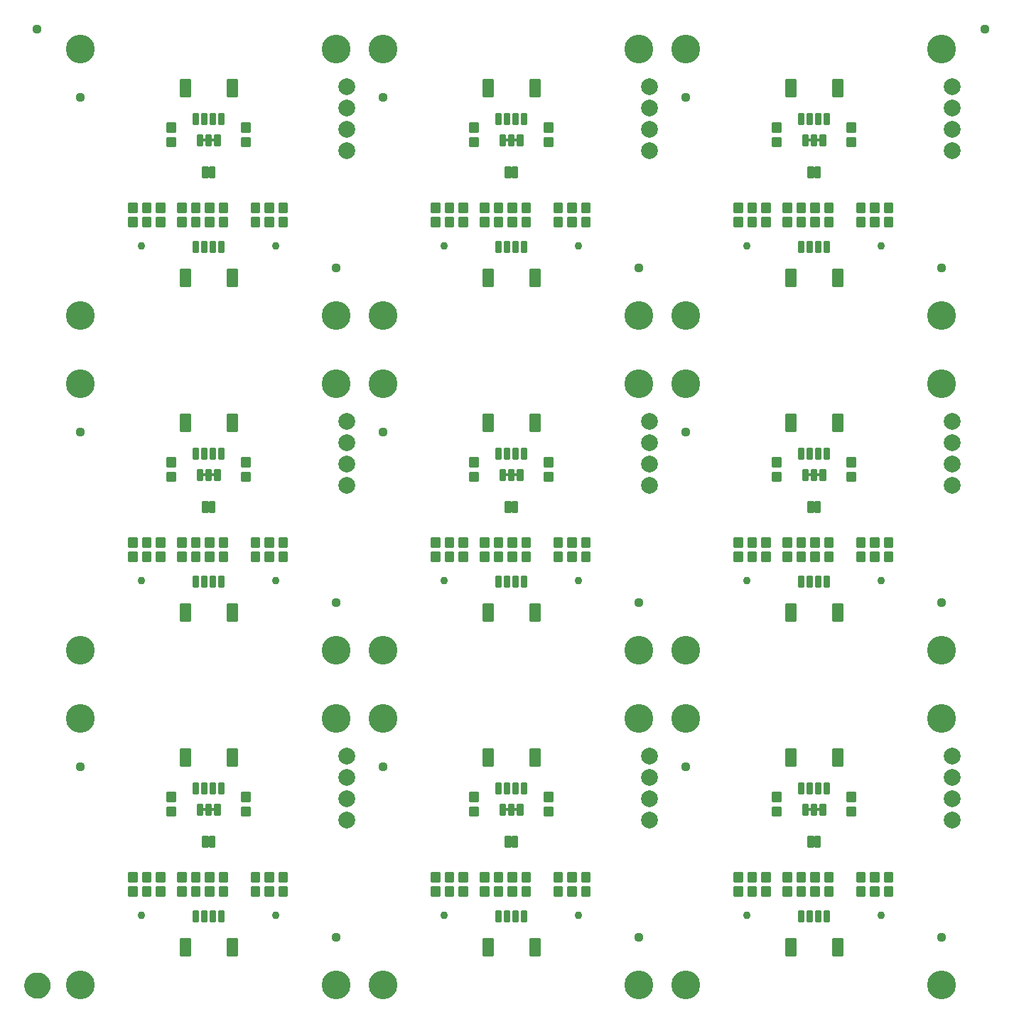
<source format=gts>
G04 EAGLE Gerber RS-274X export*
G75*
%MOMM*%
%FSLAX34Y34*%
%LPD*%
%INSoldermask Top*%
%IPPOS*%
%AMOC8*
5,1,8,0,0,1.08239X$1,22.5*%
G01*
%ADD10C,0.927000*%
%ADD11C,0.225400*%
%ADD12C,1.127000*%
%ADD13C,0.225588*%
%ADD14C,0.225369*%
%ADD15C,2.006600*%
%ADD16C,0.228344*%
%ADD17C,3.429000*%
%ADD18C,0.228600*%
%ADD19C,1.270000*%
%ADD20C,1.627000*%

G36*
X184850Y1030617D02*
X184850Y1030617D01*
X184916Y1030619D01*
X184959Y1030637D01*
X185006Y1030645D01*
X185063Y1030679D01*
X185123Y1030704D01*
X185158Y1030735D01*
X185199Y1030760D01*
X185241Y1030811D01*
X185289Y1030855D01*
X185311Y1030897D01*
X185340Y1030934D01*
X185361Y1030996D01*
X185392Y1031055D01*
X185400Y1031109D01*
X185412Y1031146D01*
X185411Y1031186D01*
X185419Y1031240D01*
X185419Y1033780D01*
X185408Y1033845D01*
X185406Y1033911D01*
X185388Y1033954D01*
X185380Y1034001D01*
X185346Y1034058D01*
X185321Y1034118D01*
X185290Y1034153D01*
X185265Y1034194D01*
X185214Y1034236D01*
X185170Y1034284D01*
X185128Y1034306D01*
X185091Y1034335D01*
X185029Y1034356D01*
X184970Y1034387D01*
X184916Y1034395D01*
X184879Y1034407D01*
X184839Y1034406D01*
X184785Y1034414D01*
X180975Y1034414D01*
X180910Y1034403D01*
X180844Y1034401D01*
X180801Y1034383D01*
X180754Y1034375D01*
X180697Y1034341D01*
X180637Y1034316D01*
X180602Y1034285D01*
X180561Y1034260D01*
X180520Y1034209D01*
X180471Y1034165D01*
X180449Y1034123D01*
X180420Y1034086D01*
X180399Y1034024D01*
X180368Y1033965D01*
X180360Y1033911D01*
X180348Y1033874D01*
X180348Y1033871D01*
X180349Y1033834D01*
X180341Y1033780D01*
X180341Y1031240D01*
X180352Y1031175D01*
X180354Y1031109D01*
X180372Y1031066D01*
X180380Y1031019D01*
X180414Y1030962D01*
X180439Y1030902D01*
X180470Y1030867D01*
X180495Y1030826D01*
X180546Y1030785D01*
X180590Y1030736D01*
X180632Y1030714D01*
X180669Y1030685D01*
X180731Y1030664D01*
X180790Y1030633D01*
X180844Y1030625D01*
X180881Y1030613D01*
X180921Y1030614D01*
X180975Y1030606D01*
X184785Y1030606D01*
X184850Y1030617D01*
G37*
G36*
X545530Y1030617D02*
X545530Y1030617D01*
X545596Y1030619D01*
X545639Y1030637D01*
X545686Y1030645D01*
X545743Y1030679D01*
X545803Y1030704D01*
X545838Y1030735D01*
X545879Y1030760D01*
X545921Y1030811D01*
X545969Y1030855D01*
X545991Y1030897D01*
X546020Y1030934D01*
X546041Y1030996D01*
X546072Y1031055D01*
X546080Y1031109D01*
X546092Y1031146D01*
X546091Y1031186D01*
X546099Y1031240D01*
X546099Y1033780D01*
X546088Y1033845D01*
X546086Y1033911D01*
X546068Y1033954D01*
X546060Y1034001D01*
X546026Y1034058D01*
X546001Y1034118D01*
X545970Y1034153D01*
X545945Y1034194D01*
X545894Y1034236D01*
X545850Y1034284D01*
X545808Y1034306D01*
X545771Y1034335D01*
X545709Y1034356D01*
X545650Y1034387D01*
X545596Y1034395D01*
X545559Y1034407D01*
X545519Y1034406D01*
X545465Y1034414D01*
X541655Y1034414D01*
X541590Y1034403D01*
X541524Y1034401D01*
X541481Y1034383D01*
X541434Y1034375D01*
X541377Y1034341D01*
X541317Y1034316D01*
X541282Y1034285D01*
X541241Y1034260D01*
X541200Y1034209D01*
X541151Y1034165D01*
X541129Y1034123D01*
X541100Y1034086D01*
X541079Y1034024D01*
X541048Y1033965D01*
X541040Y1033911D01*
X541028Y1033874D01*
X541028Y1033871D01*
X541029Y1033834D01*
X541021Y1033780D01*
X541021Y1031240D01*
X541032Y1031175D01*
X541034Y1031109D01*
X541052Y1031066D01*
X541060Y1031019D01*
X541094Y1030962D01*
X541119Y1030902D01*
X541150Y1030867D01*
X541175Y1030826D01*
X541226Y1030785D01*
X541270Y1030736D01*
X541312Y1030714D01*
X541349Y1030685D01*
X541411Y1030664D01*
X541470Y1030633D01*
X541524Y1030625D01*
X541561Y1030613D01*
X541601Y1030614D01*
X541655Y1030606D01*
X545465Y1030606D01*
X545530Y1030617D01*
G37*
G36*
X174690Y1030617D02*
X174690Y1030617D01*
X174756Y1030619D01*
X174799Y1030637D01*
X174846Y1030645D01*
X174903Y1030679D01*
X174963Y1030704D01*
X174998Y1030735D01*
X175039Y1030760D01*
X175081Y1030811D01*
X175129Y1030855D01*
X175151Y1030897D01*
X175180Y1030934D01*
X175201Y1030996D01*
X175232Y1031055D01*
X175240Y1031109D01*
X175252Y1031146D01*
X175251Y1031186D01*
X175259Y1031240D01*
X175259Y1033780D01*
X175248Y1033845D01*
X175246Y1033911D01*
X175228Y1033954D01*
X175220Y1034001D01*
X175186Y1034058D01*
X175161Y1034118D01*
X175130Y1034153D01*
X175105Y1034194D01*
X175054Y1034236D01*
X175010Y1034284D01*
X174968Y1034306D01*
X174931Y1034335D01*
X174869Y1034356D01*
X174810Y1034387D01*
X174756Y1034395D01*
X174719Y1034407D01*
X174679Y1034406D01*
X174625Y1034414D01*
X170815Y1034414D01*
X170750Y1034403D01*
X170684Y1034401D01*
X170641Y1034383D01*
X170594Y1034375D01*
X170537Y1034341D01*
X170477Y1034316D01*
X170442Y1034285D01*
X170401Y1034260D01*
X170360Y1034209D01*
X170311Y1034165D01*
X170289Y1034123D01*
X170260Y1034086D01*
X170239Y1034024D01*
X170208Y1033965D01*
X170200Y1033911D01*
X170188Y1033874D01*
X170188Y1033871D01*
X170189Y1033834D01*
X170181Y1033780D01*
X170181Y1031240D01*
X170192Y1031175D01*
X170194Y1031109D01*
X170212Y1031066D01*
X170220Y1031019D01*
X170254Y1030962D01*
X170279Y1030902D01*
X170310Y1030867D01*
X170335Y1030826D01*
X170386Y1030785D01*
X170430Y1030736D01*
X170472Y1030714D01*
X170509Y1030685D01*
X170571Y1030664D01*
X170630Y1030633D01*
X170684Y1030625D01*
X170721Y1030613D01*
X170761Y1030614D01*
X170815Y1030606D01*
X174625Y1030606D01*
X174690Y1030617D01*
G37*
G36*
X906210Y1030617D02*
X906210Y1030617D01*
X906276Y1030619D01*
X906319Y1030637D01*
X906366Y1030645D01*
X906423Y1030679D01*
X906483Y1030704D01*
X906518Y1030735D01*
X906559Y1030760D01*
X906601Y1030811D01*
X906649Y1030855D01*
X906671Y1030897D01*
X906700Y1030934D01*
X906721Y1030996D01*
X906752Y1031055D01*
X906760Y1031109D01*
X906772Y1031146D01*
X906771Y1031186D01*
X906779Y1031240D01*
X906779Y1033780D01*
X906768Y1033845D01*
X906766Y1033911D01*
X906748Y1033954D01*
X906740Y1034001D01*
X906706Y1034058D01*
X906681Y1034118D01*
X906650Y1034153D01*
X906625Y1034194D01*
X906574Y1034236D01*
X906530Y1034284D01*
X906488Y1034306D01*
X906451Y1034335D01*
X906389Y1034356D01*
X906330Y1034387D01*
X906276Y1034395D01*
X906239Y1034407D01*
X906199Y1034406D01*
X906145Y1034414D01*
X902335Y1034414D01*
X902270Y1034403D01*
X902204Y1034401D01*
X902161Y1034383D01*
X902114Y1034375D01*
X902057Y1034341D01*
X901997Y1034316D01*
X901962Y1034285D01*
X901921Y1034260D01*
X901880Y1034209D01*
X901831Y1034165D01*
X901809Y1034123D01*
X901780Y1034086D01*
X901759Y1034024D01*
X901728Y1033965D01*
X901720Y1033911D01*
X901708Y1033874D01*
X901708Y1033871D01*
X901709Y1033834D01*
X901701Y1033780D01*
X901701Y1031240D01*
X901712Y1031175D01*
X901714Y1031109D01*
X901732Y1031066D01*
X901740Y1031019D01*
X901774Y1030962D01*
X901799Y1030902D01*
X901830Y1030867D01*
X901855Y1030826D01*
X901906Y1030785D01*
X901950Y1030736D01*
X901992Y1030714D01*
X902029Y1030685D01*
X902091Y1030664D01*
X902150Y1030633D01*
X902204Y1030625D01*
X902241Y1030613D01*
X902281Y1030614D01*
X902335Y1030606D01*
X906145Y1030606D01*
X906210Y1030617D01*
G37*
G36*
X896050Y1030617D02*
X896050Y1030617D01*
X896116Y1030619D01*
X896159Y1030637D01*
X896206Y1030645D01*
X896263Y1030679D01*
X896323Y1030704D01*
X896358Y1030735D01*
X896399Y1030760D01*
X896441Y1030811D01*
X896489Y1030855D01*
X896511Y1030897D01*
X896540Y1030934D01*
X896561Y1030996D01*
X896592Y1031055D01*
X896600Y1031109D01*
X896612Y1031146D01*
X896611Y1031186D01*
X896619Y1031240D01*
X896619Y1033780D01*
X896608Y1033845D01*
X896606Y1033911D01*
X896588Y1033954D01*
X896580Y1034001D01*
X896546Y1034058D01*
X896521Y1034118D01*
X896490Y1034153D01*
X896465Y1034194D01*
X896414Y1034236D01*
X896370Y1034284D01*
X896328Y1034306D01*
X896291Y1034335D01*
X896229Y1034356D01*
X896170Y1034387D01*
X896116Y1034395D01*
X896079Y1034407D01*
X896039Y1034406D01*
X895985Y1034414D01*
X892175Y1034414D01*
X892110Y1034403D01*
X892044Y1034401D01*
X892001Y1034383D01*
X891954Y1034375D01*
X891897Y1034341D01*
X891837Y1034316D01*
X891802Y1034285D01*
X891761Y1034260D01*
X891720Y1034209D01*
X891671Y1034165D01*
X891649Y1034123D01*
X891620Y1034086D01*
X891599Y1034024D01*
X891568Y1033965D01*
X891560Y1033911D01*
X891548Y1033874D01*
X891548Y1033871D01*
X891549Y1033834D01*
X891541Y1033780D01*
X891541Y1031240D01*
X891552Y1031175D01*
X891554Y1031109D01*
X891572Y1031066D01*
X891580Y1031019D01*
X891614Y1030962D01*
X891639Y1030902D01*
X891670Y1030867D01*
X891695Y1030826D01*
X891746Y1030785D01*
X891790Y1030736D01*
X891832Y1030714D01*
X891869Y1030685D01*
X891931Y1030664D01*
X891990Y1030633D01*
X892044Y1030625D01*
X892081Y1030613D01*
X892121Y1030614D01*
X892175Y1030606D01*
X895985Y1030606D01*
X896050Y1030617D01*
G37*
G36*
X535370Y1030617D02*
X535370Y1030617D01*
X535436Y1030619D01*
X535479Y1030637D01*
X535526Y1030645D01*
X535583Y1030679D01*
X535643Y1030704D01*
X535678Y1030735D01*
X535719Y1030760D01*
X535761Y1030811D01*
X535809Y1030855D01*
X535831Y1030897D01*
X535860Y1030934D01*
X535881Y1030996D01*
X535912Y1031055D01*
X535920Y1031109D01*
X535932Y1031146D01*
X535931Y1031186D01*
X535939Y1031240D01*
X535939Y1033780D01*
X535928Y1033845D01*
X535926Y1033911D01*
X535908Y1033954D01*
X535900Y1034001D01*
X535866Y1034058D01*
X535841Y1034118D01*
X535810Y1034153D01*
X535785Y1034194D01*
X535734Y1034236D01*
X535690Y1034284D01*
X535648Y1034306D01*
X535611Y1034335D01*
X535549Y1034356D01*
X535490Y1034387D01*
X535436Y1034395D01*
X535399Y1034407D01*
X535359Y1034406D01*
X535305Y1034414D01*
X531495Y1034414D01*
X531430Y1034403D01*
X531364Y1034401D01*
X531321Y1034383D01*
X531274Y1034375D01*
X531217Y1034341D01*
X531157Y1034316D01*
X531122Y1034285D01*
X531081Y1034260D01*
X531040Y1034209D01*
X530991Y1034165D01*
X530969Y1034123D01*
X530940Y1034086D01*
X530919Y1034024D01*
X530888Y1033965D01*
X530880Y1033911D01*
X530868Y1033874D01*
X530868Y1033871D01*
X530869Y1033834D01*
X530861Y1033780D01*
X530861Y1031240D01*
X530872Y1031175D01*
X530874Y1031109D01*
X530892Y1031066D01*
X530900Y1031019D01*
X530934Y1030962D01*
X530959Y1030902D01*
X530990Y1030867D01*
X531015Y1030826D01*
X531066Y1030785D01*
X531110Y1030736D01*
X531152Y1030714D01*
X531189Y1030685D01*
X531251Y1030664D01*
X531310Y1030633D01*
X531364Y1030625D01*
X531401Y1030613D01*
X531441Y1030614D01*
X531495Y1030606D01*
X535305Y1030606D01*
X535370Y1030617D01*
G37*
G36*
X535370Y631837D02*
X535370Y631837D01*
X535436Y631839D01*
X535479Y631857D01*
X535526Y631865D01*
X535583Y631899D01*
X535643Y631924D01*
X535678Y631955D01*
X535719Y631980D01*
X535761Y632031D01*
X535809Y632075D01*
X535831Y632117D01*
X535860Y632154D01*
X535881Y632216D01*
X535912Y632275D01*
X535920Y632329D01*
X535932Y632366D01*
X535931Y632406D01*
X535939Y632460D01*
X535939Y635000D01*
X535928Y635065D01*
X535926Y635131D01*
X535908Y635174D01*
X535900Y635221D01*
X535866Y635278D01*
X535841Y635338D01*
X535810Y635373D01*
X535785Y635414D01*
X535734Y635456D01*
X535690Y635504D01*
X535648Y635526D01*
X535611Y635555D01*
X535549Y635576D01*
X535490Y635607D01*
X535436Y635615D01*
X535399Y635627D01*
X535359Y635626D01*
X535305Y635634D01*
X531495Y635634D01*
X531430Y635623D01*
X531364Y635621D01*
X531321Y635603D01*
X531274Y635595D01*
X531217Y635561D01*
X531157Y635536D01*
X531122Y635505D01*
X531081Y635480D01*
X531040Y635429D01*
X530991Y635385D01*
X530969Y635343D01*
X530940Y635306D01*
X530919Y635244D01*
X530888Y635185D01*
X530880Y635131D01*
X530868Y635094D01*
X530868Y635091D01*
X530869Y635054D01*
X530861Y635000D01*
X530861Y632460D01*
X530872Y632395D01*
X530874Y632329D01*
X530892Y632286D01*
X530900Y632239D01*
X530934Y632182D01*
X530959Y632122D01*
X530990Y632087D01*
X531015Y632046D01*
X531066Y632005D01*
X531110Y631956D01*
X531152Y631934D01*
X531189Y631905D01*
X531251Y631884D01*
X531310Y631853D01*
X531364Y631845D01*
X531401Y631833D01*
X531441Y631834D01*
X531495Y631826D01*
X535305Y631826D01*
X535370Y631837D01*
G37*
G36*
X896050Y631837D02*
X896050Y631837D01*
X896116Y631839D01*
X896159Y631857D01*
X896206Y631865D01*
X896263Y631899D01*
X896323Y631924D01*
X896358Y631955D01*
X896399Y631980D01*
X896441Y632031D01*
X896489Y632075D01*
X896511Y632117D01*
X896540Y632154D01*
X896561Y632216D01*
X896592Y632275D01*
X896600Y632329D01*
X896612Y632366D01*
X896611Y632406D01*
X896619Y632460D01*
X896619Y635000D01*
X896608Y635065D01*
X896606Y635131D01*
X896588Y635174D01*
X896580Y635221D01*
X896546Y635278D01*
X896521Y635338D01*
X896490Y635373D01*
X896465Y635414D01*
X896414Y635456D01*
X896370Y635504D01*
X896328Y635526D01*
X896291Y635555D01*
X896229Y635576D01*
X896170Y635607D01*
X896116Y635615D01*
X896079Y635627D01*
X896039Y635626D01*
X895985Y635634D01*
X892175Y635634D01*
X892110Y635623D01*
X892044Y635621D01*
X892001Y635603D01*
X891954Y635595D01*
X891897Y635561D01*
X891837Y635536D01*
X891802Y635505D01*
X891761Y635480D01*
X891720Y635429D01*
X891671Y635385D01*
X891649Y635343D01*
X891620Y635306D01*
X891599Y635244D01*
X891568Y635185D01*
X891560Y635131D01*
X891548Y635094D01*
X891548Y635091D01*
X891549Y635054D01*
X891541Y635000D01*
X891541Y632460D01*
X891552Y632395D01*
X891554Y632329D01*
X891572Y632286D01*
X891580Y632239D01*
X891614Y632182D01*
X891639Y632122D01*
X891670Y632087D01*
X891695Y632046D01*
X891746Y632005D01*
X891790Y631956D01*
X891832Y631934D01*
X891869Y631905D01*
X891931Y631884D01*
X891990Y631853D01*
X892044Y631845D01*
X892081Y631833D01*
X892121Y631834D01*
X892175Y631826D01*
X895985Y631826D01*
X896050Y631837D01*
G37*
G36*
X174690Y631837D02*
X174690Y631837D01*
X174756Y631839D01*
X174799Y631857D01*
X174846Y631865D01*
X174903Y631899D01*
X174963Y631924D01*
X174998Y631955D01*
X175039Y631980D01*
X175081Y632031D01*
X175129Y632075D01*
X175151Y632117D01*
X175180Y632154D01*
X175201Y632216D01*
X175232Y632275D01*
X175240Y632329D01*
X175252Y632366D01*
X175251Y632406D01*
X175259Y632460D01*
X175259Y635000D01*
X175248Y635065D01*
X175246Y635131D01*
X175228Y635174D01*
X175220Y635221D01*
X175186Y635278D01*
X175161Y635338D01*
X175130Y635373D01*
X175105Y635414D01*
X175054Y635456D01*
X175010Y635504D01*
X174968Y635526D01*
X174931Y635555D01*
X174869Y635576D01*
X174810Y635607D01*
X174756Y635615D01*
X174719Y635627D01*
X174679Y635626D01*
X174625Y635634D01*
X170815Y635634D01*
X170750Y635623D01*
X170684Y635621D01*
X170641Y635603D01*
X170594Y635595D01*
X170537Y635561D01*
X170477Y635536D01*
X170442Y635505D01*
X170401Y635480D01*
X170360Y635429D01*
X170311Y635385D01*
X170289Y635343D01*
X170260Y635306D01*
X170239Y635244D01*
X170208Y635185D01*
X170200Y635131D01*
X170188Y635094D01*
X170188Y635091D01*
X170189Y635054D01*
X170181Y635000D01*
X170181Y632460D01*
X170192Y632395D01*
X170194Y632329D01*
X170212Y632286D01*
X170220Y632239D01*
X170254Y632182D01*
X170279Y632122D01*
X170310Y632087D01*
X170335Y632046D01*
X170386Y632005D01*
X170430Y631956D01*
X170472Y631934D01*
X170509Y631905D01*
X170571Y631884D01*
X170630Y631853D01*
X170684Y631845D01*
X170721Y631833D01*
X170761Y631834D01*
X170815Y631826D01*
X174625Y631826D01*
X174690Y631837D01*
G37*
G36*
X184850Y631837D02*
X184850Y631837D01*
X184916Y631839D01*
X184959Y631857D01*
X185006Y631865D01*
X185063Y631899D01*
X185123Y631924D01*
X185158Y631955D01*
X185199Y631980D01*
X185241Y632031D01*
X185289Y632075D01*
X185311Y632117D01*
X185340Y632154D01*
X185361Y632216D01*
X185392Y632275D01*
X185400Y632329D01*
X185412Y632366D01*
X185411Y632406D01*
X185419Y632460D01*
X185419Y635000D01*
X185408Y635065D01*
X185406Y635131D01*
X185388Y635174D01*
X185380Y635221D01*
X185346Y635278D01*
X185321Y635338D01*
X185290Y635373D01*
X185265Y635414D01*
X185214Y635456D01*
X185170Y635504D01*
X185128Y635526D01*
X185091Y635555D01*
X185029Y635576D01*
X184970Y635607D01*
X184916Y635615D01*
X184879Y635627D01*
X184839Y635626D01*
X184785Y635634D01*
X180975Y635634D01*
X180910Y635623D01*
X180844Y635621D01*
X180801Y635603D01*
X180754Y635595D01*
X180697Y635561D01*
X180637Y635536D01*
X180602Y635505D01*
X180561Y635480D01*
X180520Y635429D01*
X180471Y635385D01*
X180449Y635343D01*
X180420Y635306D01*
X180399Y635244D01*
X180368Y635185D01*
X180360Y635131D01*
X180348Y635094D01*
X180348Y635091D01*
X180349Y635054D01*
X180341Y635000D01*
X180341Y632460D01*
X180352Y632395D01*
X180354Y632329D01*
X180372Y632286D01*
X180380Y632239D01*
X180414Y632182D01*
X180439Y632122D01*
X180470Y632087D01*
X180495Y632046D01*
X180546Y632005D01*
X180590Y631956D01*
X180632Y631934D01*
X180669Y631905D01*
X180731Y631884D01*
X180790Y631853D01*
X180844Y631845D01*
X180881Y631833D01*
X180921Y631834D01*
X180975Y631826D01*
X184785Y631826D01*
X184850Y631837D01*
G37*
G36*
X906210Y631837D02*
X906210Y631837D01*
X906276Y631839D01*
X906319Y631857D01*
X906366Y631865D01*
X906423Y631899D01*
X906483Y631924D01*
X906518Y631955D01*
X906559Y631980D01*
X906601Y632031D01*
X906649Y632075D01*
X906671Y632117D01*
X906700Y632154D01*
X906721Y632216D01*
X906752Y632275D01*
X906760Y632329D01*
X906772Y632366D01*
X906771Y632406D01*
X906779Y632460D01*
X906779Y635000D01*
X906768Y635065D01*
X906766Y635131D01*
X906748Y635174D01*
X906740Y635221D01*
X906706Y635278D01*
X906681Y635338D01*
X906650Y635373D01*
X906625Y635414D01*
X906574Y635456D01*
X906530Y635504D01*
X906488Y635526D01*
X906451Y635555D01*
X906389Y635576D01*
X906330Y635607D01*
X906276Y635615D01*
X906239Y635627D01*
X906199Y635626D01*
X906145Y635634D01*
X902335Y635634D01*
X902270Y635623D01*
X902204Y635621D01*
X902161Y635603D01*
X902114Y635595D01*
X902057Y635561D01*
X901997Y635536D01*
X901962Y635505D01*
X901921Y635480D01*
X901880Y635429D01*
X901831Y635385D01*
X901809Y635343D01*
X901780Y635306D01*
X901759Y635244D01*
X901728Y635185D01*
X901720Y635131D01*
X901708Y635094D01*
X901708Y635091D01*
X901709Y635054D01*
X901701Y635000D01*
X901701Y632460D01*
X901712Y632395D01*
X901714Y632329D01*
X901732Y632286D01*
X901740Y632239D01*
X901774Y632182D01*
X901799Y632122D01*
X901830Y632087D01*
X901855Y632046D01*
X901906Y632005D01*
X901950Y631956D01*
X901992Y631934D01*
X902029Y631905D01*
X902091Y631884D01*
X902150Y631853D01*
X902204Y631845D01*
X902241Y631833D01*
X902281Y631834D01*
X902335Y631826D01*
X906145Y631826D01*
X906210Y631837D01*
G37*
G36*
X545530Y631837D02*
X545530Y631837D01*
X545596Y631839D01*
X545639Y631857D01*
X545686Y631865D01*
X545743Y631899D01*
X545803Y631924D01*
X545838Y631955D01*
X545879Y631980D01*
X545921Y632031D01*
X545969Y632075D01*
X545991Y632117D01*
X546020Y632154D01*
X546041Y632216D01*
X546072Y632275D01*
X546080Y632329D01*
X546092Y632366D01*
X546091Y632406D01*
X546099Y632460D01*
X546099Y635000D01*
X546088Y635065D01*
X546086Y635131D01*
X546068Y635174D01*
X546060Y635221D01*
X546026Y635278D01*
X546001Y635338D01*
X545970Y635373D01*
X545945Y635414D01*
X545894Y635456D01*
X545850Y635504D01*
X545808Y635526D01*
X545771Y635555D01*
X545709Y635576D01*
X545650Y635607D01*
X545596Y635615D01*
X545559Y635627D01*
X545519Y635626D01*
X545465Y635634D01*
X541655Y635634D01*
X541590Y635623D01*
X541524Y635621D01*
X541481Y635603D01*
X541434Y635595D01*
X541377Y635561D01*
X541317Y635536D01*
X541282Y635505D01*
X541241Y635480D01*
X541200Y635429D01*
X541151Y635385D01*
X541129Y635343D01*
X541100Y635306D01*
X541079Y635244D01*
X541048Y635185D01*
X541040Y635131D01*
X541028Y635094D01*
X541028Y635091D01*
X541029Y635054D01*
X541021Y635000D01*
X541021Y632460D01*
X541032Y632395D01*
X541034Y632329D01*
X541052Y632286D01*
X541060Y632239D01*
X541094Y632182D01*
X541119Y632122D01*
X541150Y632087D01*
X541175Y632046D01*
X541226Y632005D01*
X541270Y631956D01*
X541312Y631934D01*
X541349Y631905D01*
X541411Y631884D01*
X541470Y631853D01*
X541524Y631845D01*
X541561Y631833D01*
X541601Y631834D01*
X541655Y631826D01*
X545465Y631826D01*
X545530Y631837D01*
G37*
G36*
X906210Y233057D02*
X906210Y233057D01*
X906276Y233059D01*
X906319Y233077D01*
X906366Y233085D01*
X906423Y233119D01*
X906483Y233144D01*
X906518Y233175D01*
X906559Y233200D01*
X906601Y233251D01*
X906649Y233295D01*
X906671Y233337D01*
X906700Y233374D01*
X906721Y233436D01*
X906752Y233495D01*
X906760Y233549D01*
X906772Y233586D01*
X906771Y233626D01*
X906779Y233680D01*
X906779Y236220D01*
X906768Y236285D01*
X906766Y236351D01*
X906748Y236394D01*
X906740Y236441D01*
X906706Y236498D01*
X906681Y236558D01*
X906650Y236593D01*
X906625Y236634D01*
X906574Y236676D01*
X906530Y236724D01*
X906488Y236746D01*
X906451Y236775D01*
X906389Y236796D01*
X906330Y236827D01*
X906276Y236835D01*
X906239Y236847D01*
X906199Y236846D01*
X906145Y236854D01*
X902335Y236854D01*
X902270Y236843D01*
X902204Y236841D01*
X902161Y236823D01*
X902114Y236815D01*
X902057Y236781D01*
X901997Y236756D01*
X901962Y236725D01*
X901921Y236700D01*
X901880Y236649D01*
X901831Y236605D01*
X901809Y236563D01*
X901780Y236526D01*
X901759Y236464D01*
X901728Y236405D01*
X901720Y236351D01*
X901708Y236314D01*
X901708Y236311D01*
X901709Y236274D01*
X901701Y236220D01*
X901701Y233680D01*
X901712Y233615D01*
X901714Y233549D01*
X901732Y233506D01*
X901740Y233459D01*
X901774Y233402D01*
X901799Y233342D01*
X901830Y233307D01*
X901855Y233266D01*
X901906Y233225D01*
X901950Y233176D01*
X901992Y233154D01*
X902029Y233125D01*
X902091Y233104D01*
X902150Y233073D01*
X902204Y233065D01*
X902241Y233053D01*
X902281Y233054D01*
X902335Y233046D01*
X906145Y233046D01*
X906210Y233057D01*
G37*
G36*
X896050Y233057D02*
X896050Y233057D01*
X896116Y233059D01*
X896159Y233077D01*
X896206Y233085D01*
X896263Y233119D01*
X896323Y233144D01*
X896358Y233175D01*
X896399Y233200D01*
X896441Y233251D01*
X896489Y233295D01*
X896511Y233337D01*
X896540Y233374D01*
X896561Y233436D01*
X896592Y233495D01*
X896600Y233549D01*
X896612Y233586D01*
X896611Y233626D01*
X896619Y233680D01*
X896619Y236220D01*
X896608Y236285D01*
X896606Y236351D01*
X896588Y236394D01*
X896580Y236441D01*
X896546Y236498D01*
X896521Y236558D01*
X896490Y236593D01*
X896465Y236634D01*
X896414Y236676D01*
X896370Y236724D01*
X896328Y236746D01*
X896291Y236775D01*
X896229Y236796D01*
X896170Y236827D01*
X896116Y236835D01*
X896079Y236847D01*
X896039Y236846D01*
X895985Y236854D01*
X892175Y236854D01*
X892110Y236843D01*
X892044Y236841D01*
X892001Y236823D01*
X891954Y236815D01*
X891897Y236781D01*
X891837Y236756D01*
X891802Y236725D01*
X891761Y236700D01*
X891720Y236649D01*
X891671Y236605D01*
X891649Y236563D01*
X891620Y236526D01*
X891599Y236464D01*
X891568Y236405D01*
X891560Y236351D01*
X891548Y236314D01*
X891548Y236311D01*
X891549Y236274D01*
X891541Y236220D01*
X891541Y233680D01*
X891552Y233615D01*
X891554Y233549D01*
X891572Y233506D01*
X891580Y233459D01*
X891614Y233402D01*
X891639Y233342D01*
X891670Y233307D01*
X891695Y233266D01*
X891746Y233225D01*
X891790Y233176D01*
X891832Y233154D01*
X891869Y233125D01*
X891931Y233104D01*
X891990Y233073D01*
X892044Y233065D01*
X892081Y233053D01*
X892121Y233054D01*
X892175Y233046D01*
X895985Y233046D01*
X896050Y233057D01*
G37*
G36*
X545530Y233057D02*
X545530Y233057D01*
X545596Y233059D01*
X545639Y233077D01*
X545686Y233085D01*
X545743Y233119D01*
X545803Y233144D01*
X545838Y233175D01*
X545879Y233200D01*
X545921Y233251D01*
X545969Y233295D01*
X545991Y233337D01*
X546020Y233374D01*
X546041Y233436D01*
X546072Y233495D01*
X546080Y233549D01*
X546092Y233586D01*
X546091Y233626D01*
X546099Y233680D01*
X546099Y236220D01*
X546088Y236285D01*
X546086Y236351D01*
X546068Y236394D01*
X546060Y236441D01*
X546026Y236498D01*
X546001Y236558D01*
X545970Y236593D01*
X545945Y236634D01*
X545894Y236676D01*
X545850Y236724D01*
X545808Y236746D01*
X545771Y236775D01*
X545709Y236796D01*
X545650Y236827D01*
X545596Y236835D01*
X545559Y236847D01*
X545519Y236846D01*
X545465Y236854D01*
X541655Y236854D01*
X541590Y236843D01*
X541524Y236841D01*
X541481Y236823D01*
X541434Y236815D01*
X541377Y236781D01*
X541317Y236756D01*
X541282Y236725D01*
X541241Y236700D01*
X541200Y236649D01*
X541151Y236605D01*
X541129Y236563D01*
X541100Y236526D01*
X541079Y236464D01*
X541048Y236405D01*
X541040Y236351D01*
X541028Y236314D01*
X541028Y236311D01*
X541029Y236274D01*
X541021Y236220D01*
X541021Y233680D01*
X541032Y233615D01*
X541034Y233549D01*
X541052Y233506D01*
X541060Y233459D01*
X541094Y233402D01*
X541119Y233342D01*
X541150Y233307D01*
X541175Y233266D01*
X541226Y233225D01*
X541270Y233176D01*
X541312Y233154D01*
X541349Y233125D01*
X541411Y233104D01*
X541470Y233073D01*
X541524Y233065D01*
X541561Y233053D01*
X541601Y233054D01*
X541655Y233046D01*
X545465Y233046D01*
X545530Y233057D01*
G37*
G36*
X535370Y233057D02*
X535370Y233057D01*
X535436Y233059D01*
X535479Y233077D01*
X535526Y233085D01*
X535583Y233119D01*
X535643Y233144D01*
X535678Y233175D01*
X535719Y233200D01*
X535761Y233251D01*
X535809Y233295D01*
X535831Y233337D01*
X535860Y233374D01*
X535881Y233436D01*
X535912Y233495D01*
X535920Y233549D01*
X535932Y233586D01*
X535931Y233626D01*
X535939Y233680D01*
X535939Y236220D01*
X535928Y236285D01*
X535926Y236351D01*
X535908Y236394D01*
X535900Y236441D01*
X535866Y236498D01*
X535841Y236558D01*
X535810Y236593D01*
X535785Y236634D01*
X535734Y236676D01*
X535690Y236724D01*
X535648Y236746D01*
X535611Y236775D01*
X535549Y236796D01*
X535490Y236827D01*
X535436Y236835D01*
X535399Y236847D01*
X535359Y236846D01*
X535305Y236854D01*
X531495Y236854D01*
X531430Y236843D01*
X531364Y236841D01*
X531321Y236823D01*
X531274Y236815D01*
X531217Y236781D01*
X531157Y236756D01*
X531122Y236725D01*
X531081Y236700D01*
X531040Y236649D01*
X530991Y236605D01*
X530969Y236563D01*
X530940Y236526D01*
X530919Y236464D01*
X530888Y236405D01*
X530880Y236351D01*
X530868Y236314D01*
X530868Y236311D01*
X530869Y236274D01*
X530861Y236220D01*
X530861Y233680D01*
X530872Y233615D01*
X530874Y233549D01*
X530892Y233506D01*
X530900Y233459D01*
X530934Y233402D01*
X530959Y233342D01*
X530990Y233307D01*
X531015Y233266D01*
X531066Y233225D01*
X531110Y233176D01*
X531152Y233154D01*
X531189Y233125D01*
X531251Y233104D01*
X531310Y233073D01*
X531364Y233065D01*
X531401Y233053D01*
X531441Y233054D01*
X531495Y233046D01*
X535305Y233046D01*
X535370Y233057D01*
G37*
G36*
X184850Y233057D02*
X184850Y233057D01*
X184916Y233059D01*
X184959Y233077D01*
X185006Y233085D01*
X185063Y233119D01*
X185123Y233144D01*
X185158Y233175D01*
X185199Y233200D01*
X185241Y233251D01*
X185289Y233295D01*
X185311Y233337D01*
X185340Y233374D01*
X185361Y233436D01*
X185392Y233495D01*
X185400Y233549D01*
X185412Y233586D01*
X185411Y233626D01*
X185419Y233680D01*
X185419Y236220D01*
X185408Y236285D01*
X185406Y236351D01*
X185388Y236394D01*
X185380Y236441D01*
X185346Y236498D01*
X185321Y236558D01*
X185290Y236593D01*
X185265Y236634D01*
X185214Y236676D01*
X185170Y236724D01*
X185128Y236746D01*
X185091Y236775D01*
X185029Y236796D01*
X184970Y236827D01*
X184916Y236835D01*
X184879Y236847D01*
X184839Y236846D01*
X184785Y236854D01*
X180975Y236854D01*
X180910Y236843D01*
X180844Y236841D01*
X180801Y236823D01*
X180754Y236815D01*
X180697Y236781D01*
X180637Y236756D01*
X180602Y236725D01*
X180561Y236700D01*
X180520Y236649D01*
X180471Y236605D01*
X180449Y236563D01*
X180420Y236526D01*
X180399Y236464D01*
X180368Y236405D01*
X180360Y236351D01*
X180348Y236314D01*
X180348Y236311D01*
X180349Y236274D01*
X180341Y236220D01*
X180341Y233680D01*
X180352Y233615D01*
X180354Y233549D01*
X180372Y233506D01*
X180380Y233459D01*
X180414Y233402D01*
X180439Y233342D01*
X180470Y233307D01*
X180495Y233266D01*
X180546Y233225D01*
X180590Y233176D01*
X180632Y233154D01*
X180669Y233125D01*
X180731Y233104D01*
X180790Y233073D01*
X180844Y233065D01*
X180881Y233053D01*
X180921Y233054D01*
X180975Y233046D01*
X184785Y233046D01*
X184850Y233057D01*
G37*
G36*
X174690Y233057D02*
X174690Y233057D01*
X174756Y233059D01*
X174799Y233077D01*
X174846Y233085D01*
X174903Y233119D01*
X174963Y233144D01*
X174998Y233175D01*
X175039Y233200D01*
X175081Y233251D01*
X175129Y233295D01*
X175151Y233337D01*
X175180Y233374D01*
X175201Y233436D01*
X175232Y233495D01*
X175240Y233549D01*
X175252Y233586D01*
X175251Y233626D01*
X175259Y233680D01*
X175259Y236220D01*
X175248Y236285D01*
X175246Y236351D01*
X175228Y236394D01*
X175220Y236441D01*
X175186Y236498D01*
X175161Y236558D01*
X175130Y236593D01*
X175105Y236634D01*
X175054Y236676D01*
X175010Y236724D01*
X174968Y236746D01*
X174931Y236775D01*
X174869Y236796D01*
X174810Y236827D01*
X174756Y236835D01*
X174719Y236847D01*
X174679Y236846D01*
X174625Y236854D01*
X170815Y236854D01*
X170750Y236843D01*
X170684Y236841D01*
X170641Y236823D01*
X170594Y236815D01*
X170537Y236781D01*
X170477Y236756D01*
X170442Y236725D01*
X170401Y236700D01*
X170360Y236649D01*
X170311Y236605D01*
X170289Y236563D01*
X170260Y236526D01*
X170239Y236464D01*
X170208Y236405D01*
X170200Y236351D01*
X170188Y236314D01*
X170188Y236311D01*
X170189Y236274D01*
X170181Y236220D01*
X170181Y233680D01*
X170192Y233615D01*
X170194Y233549D01*
X170212Y233506D01*
X170220Y233459D01*
X170254Y233402D01*
X170279Y233342D01*
X170310Y233307D01*
X170335Y233266D01*
X170386Y233225D01*
X170430Y233176D01*
X170472Y233154D01*
X170509Y233125D01*
X170571Y233104D01*
X170630Y233073D01*
X170684Y233065D01*
X170721Y233053D01*
X170761Y233054D01*
X170815Y233046D01*
X174625Y233046D01*
X174690Y233057D01*
G37*
D10*
X97800Y108550D03*
X257800Y108550D03*
D11*
X83122Y149542D02*
X83122Y159558D01*
X92138Y159558D01*
X92138Y149542D01*
X83122Y149542D01*
X83122Y151683D02*
X92138Y151683D01*
X92138Y153824D02*
X83122Y153824D01*
X83122Y155965D02*
X92138Y155965D01*
X92138Y158106D02*
X83122Y158106D01*
X83122Y142558D02*
X83122Y132542D01*
X83122Y142558D02*
X92138Y142558D01*
X92138Y132542D01*
X83122Y132542D01*
X83122Y134683D02*
X92138Y134683D01*
X92138Y136824D02*
X83122Y136824D01*
X83122Y138965D02*
X92138Y138965D01*
X92138Y141106D02*
X83122Y141106D01*
X254698Y142558D02*
X254698Y132542D01*
X245682Y132542D01*
X245682Y142558D01*
X254698Y142558D01*
X254698Y134683D02*
X245682Y134683D01*
X245682Y136824D02*
X254698Y136824D01*
X254698Y138965D02*
X245682Y138965D01*
X245682Y141106D02*
X254698Y141106D01*
X254698Y149542D02*
X254698Y159558D01*
X254698Y149542D02*
X245682Y149542D01*
X245682Y159558D01*
X254698Y159558D01*
X254698Y151683D02*
X245682Y151683D01*
X245682Y153824D02*
X254698Y153824D01*
X254698Y155965D02*
X245682Y155965D01*
X245682Y158106D02*
X254698Y158106D01*
X271208Y142558D02*
X271208Y132542D01*
X262192Y132542D01*
X262192Y142558D01*
X271208Y142558D01*
X271208Y134683D02*
X262192Y134683D01*
X262192Y136824D02*
X271208Y136824D01*
X271208Y138965D02*
X262192Y138965D01*
X262192Y141106D02*
X271208Y141106D01*
X271208Y149542D02*
X271208Y159558D01*
X271208Y149542D02*
X262192Y149542D01*
X262192Y159558D01*
X271208Y159558D01*
X271208Y151683D02*
X262192Y151683D01*
X262192Y153824D02*
X271208Y153824D01*
X271208Y155965D02*
X262192Y155965D01*
X262192Y158106D02*
X271208Y158106D01*
X141542Y159558D02*
X141542Y149542D01*
X141542Y159558D02*
X150558Y159558D01*
X150558Y149542D01*
X141542Y149542D01*
X141542Y151683D02*
X150558Y151683D01*
X150558Y153824D02*
X141542Y153824D01*
X141542Y155965D02*
X150558Y155965D01*
X150558Y158106D02*
X141542Y158106D01*
X141542Y142558D02*
X141542Y132542D01*
X141542Y142558D02*
X150558Y142558D01*
X150558Y132542D01*
X141542Y132542D01*
X141542Y134683D02*
X150558Y134683D01*
X150558Y136824D02*
X141542Y136824D01*
X141542Y138965D02*
X150558Y138965D01*
X150558Y141106D02*
X141542Y141106D01*
X99632Y149542D02*
X99632Y159558D01*
X108648Y159558D01*
X108648Y149542D01*
X99632Y149542D01*
X99632Y151683D02*
X108648Y151683D01*
X108648Y153824D02*
X99632Y153824D01*
X99632Y155965D02*
X108648Y155965D01*
X108648Y158106D02*
X99632Y158106D01*
X99632Y142558D02*
X99632Y132542D01*
X99632Y142558D02*
X108648Y142558D01*
X108648Y132542D01*
X99632Y132542D01*
X99632Y134683D02*
X108648Y134683D01*
X108648Y136824D02*
X99632Y136824D01*
X99632Y138965D02*
X108648Y138965D01*
X108648Y141106D02*
X99632Y141106D01*
X125158Y142558D02*
X125158Y132542D01*
X116142Y132542D01*
X116142Y142558D01*
X125158Y142558D01*
X125158Y134683D02*
X116142Y134683D01*
X116142Y136824D02*
X125158Y136824D01*
X125158Y138965D02*
X116142Y138965D01*
X116142Y141106D02*
X125158Y141106D01*
X125158Y149542D02*
X125158Y159558D01*
X125158Y149542D02*
X116142Y149542D01*
X116142Y159558D01*
X125158Y159558D01*
X125158Y151683D02*
X116142Y151683D01*
X116142Y153824D02*
X125158Y153824D01*
X125158Y155965D02*
X116142Y155965D01*
X116142Y158106D02*
X125158Y158106D01*
D12*
X330200Y82550D03*
X25400Y285750D03*
D11*
X238188Y142558D02*
X238188Y132542D01*
X229172Y132542D01*
X229172Y142558D01*
X238188Y142558D01*
X238188Y134683D02*
X229172Y134683D01*
X229172Y136824D02*
X238188Y136824D01*
X238188Y138965D02*
X229172Y138965D01*
X229172Y141106D02*
X238188Y141106D01*
X238188Y149542D02*
X238188Y159558D01*
X238188Y149542D02*
X229172Y149542D01*
X229172Y159558D01*
X238188Y159558D01*
X238188Y151683D02*
X229172Y151683D01*
X229172Y153824D02*
X238188Y153824D01*
X238188Y155965D02*
X229172Y155965D01*
X229172Y158106D02*
X238188Y158106D01*
D13*
X211307Y306607D02*
X200293Y306607D01*
X211307Y306607D02*
X211307Y287593D01*
X200293Y287593D01*
X200293Y306607D01*
X200293Y289736D02*
X211307Y289736D01*
X211307Y291879D02*
X200293Y291879D01*
X200293Y294022D02*
X211307Y294022D01*
X211307Y296165D02*
X200293Y296165D01*
X200293Y298308D02*
X211307Y298308D01*
X211307Y300451D02*
X200293Y300451D01*
X200293Y302594D02*
X211307Y302594D01*
X211307Y304737D02*
X200293Y304737D01*
X155307Y306607D02*
X144293Y306607D01*
X155307Y306607D02*
X155307Y287593D01*
X144293Y287593D01*
X144293Y306607D01*
X144293Y289736D02*
X155307Y289736D01*
X155307Y291879D02*
X144293Y291879D01*
X144293Y294022D02*
X155307Y294022D01*
X155307Y296165D02*
X144293Y296165D01*
X144293Y298308D02*
X155307Y298308D01*
X155307Y300451D02*
X144293Y300451D01*
X144293Y302594D02*
X155307Y302594D01*
X155307Y304737D02*
X144293Y304737D01*
D14*
X190292Y266608D02*
X195308Y266608D01*
X195308Y254092D01*
X190292Y254092D01*
X190292Y266608D01*
X190292Y256233D02*
X195308Y256233D01*
X195308Y258374D02*
X190292Y258374D01*
X190292Y260515D02*
X195308Y260515D01*
X195308Y262656D02*
X190292Y262656D01*
X190292Y264797D02*
X195308Y264797D01*
X185308Y266608D02*
X180292Y266608D01*
X185308Y266608D02*
X185308Y254092D01*
X180292Y254092D01*
X180292Y266608D01*
X180292Y256233D02*
X185308Y256233D01*
X185308Y258374D02*
X180292Y258374D01*
X180292Y260515D02*
X185308Y260515D01*
X185308Y262656D02*
X180292Y262656D01*
X180292Y264797D02*
X185308Y264797D01*
X175308Y266608D02*
X170292Y266608D01*
X175308Y266608D02*
X175308Y254092D01*
X170292Y254092D01*
X170292Y266608D01*
X170292Y256233D02*
X175308Y256233D01*
X175308Y258374D02*
X170292Y258374D01*
X170292Y260515D02*
X175308Y260515D01*
X175308Y262656D02*
X170292Y262656D01*
X170292Y264797D02*
X175308Y264797D01*
X165308Y266608D02*
X160292Y266608D01*
X165308Y266608D02*
X165308Y254092D01*
X160292Y254092D01*
X160292Y266608D01*
X160292Y256233D02*
X165308Y256233D01*
X165308Y258374D02*
X160292Y258374D01*
X160292Y260515D02*
X165308Y260515D01*
X165308Y262656D02*
X160292Y262656D01*
X160292Y264797D02*
X165308Y264797D01*
D13*
X155307Y61693D02*
X144293Y61693D01*
X144293Y80707D01*
X155307Y80707D01*
X155307Y61693D01*
X155307Y63836D02*
X144293Y63836D01*
X144293Y65979D02*
X155307Y65979D01*
X155307Y68122D02*
X144293Y68122D01*
X144293Y70265D02*
X155307Y70265D01*
X155307Y72408D02*
X144293Y72408D01*
X144293Y74551D02*
X155307Y74551D01*
X155307Y76694D02*
X144293Y76694D01*
X144293Y78837D02*
X155307Y78837D01*
X200293Y61693D02*
X211307Y61693D01*
X200293Y61693D02*
X200293Y80707D01*
X211307Y80707D01*
X211307Y61693D01*
X211307Y63836D02*
X200293Y63836D01*
X200293Y65979D02*
X211307Y65979D01*
X211307Y68122D02*
X200293Y68122D01*
X200293Y70265D02*
X211307Y70265D01*
X211307Y72408D02*
X200293Y72408D01*
X200293Y74551D02*
X211307Y74551D01*
X211307Y76694D02*
X200293Y76694D01*
X200293Y78837D02*
X211307Y78837D01*
D14*
X165308Y101692D02*
X160292Y101692D01*
X160292Y114208D01*
X165308Y114208D01*
X165308Y101692D01*
X165308Y103833D02*
X160292Y103833D01*
X160292Y105974D02*
X165308Y105974D01*
X165308Y108115D02*
X160292Y108115D01*
X160292Y110256D02*
X165308Y110256D01*
X165308Y112397D02*
X160292Y112397D01*
X170292Y101692D02*
X175308Y101692D01*
X170292Y101692D02*
X170292Y114208D01*
X175308Y114208D01*
X175308Y101692D01*
X175308Y103833D02*
X170292Y103833D01*
X170292Y105974D02*
X175308Y105974D01*
X175308Y108115D02*
X170292Y108115D01*
X170292Y110256D02*
X175308Y110256D01*
X175308Y112397D02*
X170292Y112397D01*
X180292Y101692D02*
X185308Y101692D01*
X180292Y101692D02*
X180292Y114208D01*
X185308Y114208D01*
X185308Y101692D01*
X185308Y103833D02*
X180292Y103833D01*
X180292Y105974D02*
X185308Y105974D01*
X185308Y108115D02*
X180292Y108115D01*
X180292Y110256D02*
X185308Y110256D01*
X185308Y112397D02*
X180292Y112397D01*
X190292Y101692D02*
X195308Y101692D01*
X190292Y101692D02*
X190292Y114208D01*
X195308Y114208D01*
X195308Y101692D01*
X195308Y103833D02*
X190292Y103833D01*
X190292Y105974D02*
X195308Y105974D01*
X195308Y108115D02*
X190292Y108115D01*
X190292Y110256D02*
X195308Y110256D01*
X195308Y112397D02*
X190292Y112397D01*
D15*
X342900Y222250D03*
X342900Y247650D03*
X342900Y273050D03*
X342900Y298450D03*
D11*
X167068Y142558D02*
X167068Y132542D01*
X158052Y132542D01*
X158052Y142558D01*
X167068Y142558D01*
X167068Y134683D02*
X158052Y134683D01*
X158052Y136824D02*
X167068Y136824D01*
X167068Y138965D02*
X158052Y138965D01*
X158052Y141106D02*
X167068Y141106D01*
X167068Y149542D02*
X167068Y159558D01*
X167068Y149542D02*
X158052Y149542D01*
X158052Y159558D01*
X167068Y159558D01*
X167068Y151683D02*
X158052Y151683D01*
X158052Y153824D02*
X167068Y153824D01*
X167068Y155965D02*
X158052Y155965D01*
X158052Y158106D02*
X167068Y158106D01*
X191072Y159558D02*
X191072Y149542D01*
X191072Y159558D02*
X200088Y159558D01*
X200088Y149542D01*
X191072Y149542D01*
X191072Y151683D02*
X200088Y151683D01*
X200088Y153824D02*
X191072Y153824D01*
X191072Y155965D02*
X200088Y155965D01*
X200088Y158106D02*
X191072Y158106D01*
X191072Y142558D02*
X191072Y132542D01*
X191072Y142558D02*
X200088Y142558D01*
X200088Y132542D01*
X191072Y132542D01*
X191072Y134683D02*
X200088Y134683D01*
X200088Y136824D02*
X191072Y136824D01*
X191072Y138965D02*
X200088Y138965D01*
X200088Y141106D02*
X191072Y141106D01*
X174562Y149542D02*
X174562Y159558D01*
X183578Y159558D01*
X183578Y149542D01*
X174562Y149542D01*
X174562Y151683D02*
X183578Y151683D01*
X183578Y153824D02*
X174562Y153824D01*
X174562Y155965D02*
X183578Y155965D01*
X183578Y158106D02*
X174562Y158106D01*
X174562Y142558D02*
X174562Y132542D01*
X174562Y142558D02*
X183578Y142558D01*
X183578Y132542D01*
X174562Y132542D01*
X174562Y134683D02*
X183578Y134683D01*
X183578Y136824D02*
X174562Y136824D01*
X174562Y138965D02*
X183578Y138965D01*
X183578Y141106D02*
X174562Y141106D01*
X128842Y244792D02*
X128842Y254808D01*
X137858Y254808D01*
X137858Y244792D01*
X128842Y244792D01*
X128842Y246933D02*
X137858Y246933D01*
X137858Y249074D02*
X128842Y249074D01*
X128842Y251215D02*
X137858Y251215D01*
X137858Y253356D02*
X128842Y253356D01*
X128842Y237808D02*
X128842Y227792D01*
X128842Y237808D02*
X137858Y237808D01*
X137858Y227792D01*
X128842Y227792D01*
X128842Y229933D02*
X137858Y229933D01*
X137858Y232074D02*
X128842Y232074D01*
X128842Y234215D02*
X137858Y234215D01*
X137858Y236356D02*
X128842Y236356D01*
X217742Y244792D02*
X217742Y254808D01*
X226758Y254808D01*
X226758Y244792D01*
X217742Y244792D01*
X217742Y246933D02*
X226758Y246933D01*
X226758Y249074D02*
X217742Y249074D01*
X217742Y251215D02*
X226758Y251215D01*
X226758Y253356D02*
X217742Y253356D01*
X217742Y237808D02*
X217742Y227792D01*
X217742Y237808D02*
X226758Y237808D01*
X226758Y227792D01*
X217742Y227792D01*
X217742Y229933D02*
X226758Y229933D01*
X226758Y232074D02*
X217742Y232074D01*
X217742Y234215D02*
X226758Y234215D01*
X226758Y236356D02*
X217742Y236356D01*
D16*
X191010Y240794D02*
X185418Y240794D01*
X191010Y240794D02*
X191010Y229106D01*
X185418Y229106D01*
X185418Y240794D01*
X185418Y231275D02*
X191010Y231275D01*
X191010Y233444D02*
X185418Y233444D01*
X185418Y235613D02*
X191010Y235613D01*
X191010Y237782D02*
X185418Y237782D01*
X185418Y239951D02*
X191010Y239951D01*
X180596Y240794D02*
X175004Y240794D01*
X180596Y240794D02*
X180596Y229106D01*
X175004Y229106D01*
X175004Y240794D01*
X175004Y231275D02*
X180596Y231275D01*
X180596Y233444D02*
X175004Y233444D01*
X175004Y235613D02*
X180596Y235613D01*
X180596Y237782D02*
X175004Y237782D01*
X175004Y239951D02*
X180596Y239951D01*
X170182Y240794D02*
X164590Y240794D01*
X170182Y240794D02*
X170182Y229106D01*
X164590Y229106D01*
X164590Y240794D01*
X164590Y231275D02*
X170182Y231275D01*
X170182Y233444D02*
X164590Y233444D01*
X164590Y235613D02*
X170182Y235613D01*
X170182Y237782D02*
X164590Y237782D01*
X164590Y239951D02*
X170182Y239951D01*
D17*
X25400Y342900D03*
X330200Y342900D03*
D18*
X184531Y202692D02*
X179197Y202692D01*
X184531Y202692D02*
X184531Y191008D01*
X179197Y191008D01*
X179197Y202692D01*
X179197Y193180D02*
X184531Y193180D01*
X184531Y195352D02*
X179197Y195352D01*
X179197Y197524D02*
X184531Y197524D01*
X184531Y199696D02*
X179197Y199696D01*
X179197Y201868D02*
X184531Y201868D01*
X176403Y202692D02*
X171069Y202692D01*
X176403Y202692D02*
X176403Y191008D01*
X171069Y191008D01*
X171069Y202692D01*
X171069Y193180D02*
X176403Y193180D01*
X176403Y195352D02*
X171069Y195352D01*
X171069Y197524D02*
X176403Y197524D01*
X176403Y199696D02*
X171069Y199696D01*
X171069Y201868D02*
X176403Y201868D01*
D17*
X330200Y25400D03*
X25400Y25400D03*
D10*
X458480Y108550D03*
X618480Y108550D03*
D11*
X443802Y149542D02*
X443802Y159558D01*
X452818Y159558D01*
X452818Y149542D01*
X443802Y149542D01*
X443802Y151683D02*
X452818Y151683D01*
X452818Y153824D02*
X443802Y153824D01*
X443802Y155965D02*
X452818Y155965D01*
X452818Y158106D02*
X443802Y158106D01*
X443802Y142558D02*
X443802Y132542D01*
X443802Y142558D02*
X452818Y142558D01*
X452818Y132542D01*
X443802Y132542D01*
X443802Y134683D02*
X452818Y134683D01*
X452818Y136824D02*
X443802Y136824D01*
X443802Y138965D02*
X452818Y138965D01*
X452818Y141106D02*
X443802Y141106D01*
X615378Y142558D02*
X615378Y132542D01*
X606362Y132542D01*
X606362Y142558D01*
X615378Y142558D01*
X615378Y134683D02*
X606362Y134683D01*
X606362Y136824D02*
X615378Y136824D01*
X615378Y138965D02*
X606362Y138965D01*
X606362Y141106D02*
X615378Y141106D01*
X615378Y149542D02*
X615378Y159558D01*
X615378Y149542D02*
X606362Y149542D01*
X606362Y159558D01*
X615378Y159558D01*
X615378Y151683D02*
X606362Y151683D01*
X606362Y153824D02*
X615378Y153824D01*
X615378Y155965D02*
X606362Y155965D01*
X606362Y158106D02*
X615378Y158106D01*
X631888Y142558D02*
X631888Y132542D01*
X622872Y132542D01*
X622872Y142558D01*
X631888Y142558D01*
X631888Y134683D02*
X622872Y134683D01*
X622872Y136824D02*
X631888Y136824D01*
X631888Y138965D02*
X622872Y138965D01*
X622872Y141106D02*
X631888Y141106D01*
X631888Y149542D02*
X631888Y159558D01*
X631888Y149542D02*
X622872Y149542D01*
X622872Y159558D01*
X631888Y159558D01*
X631888Y151683D02*
X622872Y151683D01*
X622872Y153824D02*
X631888Y153824D01*
X631888Y155965D02*
X622872Y155965D01*
X622872Y158106D02*
X631888Y158106D01*
X502222Y159558D02*
X502222Y149542D01*
X502222Y159558D02*
X511238Y159558D01*
X511238Y149542D01*
X502222Y149542D01*
X502222Y151683D02*
X511238Y151683D01*
X511238Y153824D02*
X502222Y153824D01*
X502222Y155965D02*
X511238Y155965D01*
X511238Y158106D02*
X502222Y158106D01*
X502222Y142558D02*
X502222Y132542D01*
X502222Y142558D02*
X511238Y142558D01*
X511238Y132542D01*
X502222Y132542D01*
X502222Y134683D02*
X511238Y134683D01*
X511238Y136824D02*
X502222Y136824D01*
X502222Y138965D02*
X511238Y138965D01*
X511238Y141106D02*
X502222Y141106D01*
X460312Y149542D02*
X460312Y159558D01*
X469328Y159558D01*
X469328Y149542D01*
X460312Y149542D01*
X460312Y151683D02*
X469328Y151683D01*
X469328Y153824D02*
X460312Y153824D01*
X460312Y155965D02*
X469328Y155965D01*
X469328Y158106D02*
X460312Y158106D01*
X460312Y142558D02*
X460312Y132542D01*
X460312Y142558D02*
X469328Y142558D01*
X469328Y132542D01*
X460312Y132542D01*
X460312Y134683D02*
X469328Y134683D01*
X469328Y136824D02*
X460312Y136824D01*
X460312Y138965D02*
X469328Y138965D01*
X469328Y141106D02*
X460312Y141106D01*
X485838Y142558D02*
X485838Y132542D01*
X476822Y132542D01*
X476822Y142558D01*
X485838Y142558D01*
X485838Y134683D02*
X476822Y134683D01*
X476822Y136824D02*
X485838Y136824D01*
X485838Y138965D02*
X476822Y138965D01*
X476822Y141106D02*
X485838Y141106D01*
X485838Y149542D02*
X485838Y159558D01*
X485838Y149542D02*
X476822Y149542D01*
X476822Y159558D01*
X485838Y159558D01*
X485838Y151683D02*
X476822Y151683D01*
X476822Y153824D02*
X485838Y153824D01*
X485838Y155965D02*
X476822Y155965D01*
X476822Y158106D02*
X485838Y158106D01*
D12*
X690880Y82550D03*
X386080Y285750D03*
D11*
X598868Y142558D02*
X598868Y132542D01*
X589852Y132542D01*
X589852Y142558D01*
X598868Y142558D01*
X598868Y134683D02*
X589852Y134683D01*
X589852Y136824D02*
X598868Y136824D01*
X598868Y138965D02*
X589852Y138965D01*
X589852Y141106D02*
X598868Y141106D01*
X598868Y149542D02*
X598868Y159558D01*
X598868Y149542D02*
X589852Y149542D01*
X589852Y159558D01*
X598868Y159558D01*
X598868Y151683D02*
X589852Y151683D01*
X589852Y153824D02*
X598868Y153824D01*
X598868Y155965D02*
X589852Y155965D01*
X589852Y158106D02*
X598868Y158106D01*
D13*
X571987Y306607D02*
X560973Y306607D01*
X571987Y306607D02*
X571987Y287593D01*
X560973Y287593D01*
X560973Y306607D01*
X560973Y289736D02*
X571987Y289736D01*
X571987Y291879D02*
X560973Y291879D01*
X560973Y294022D02*
X571987Y294022D01*
X571987Y296165D02*
X560973Y296165D01*
X560973Y298308D02*
X571987Y298308D01*
X571987Y300451D02*
X560973Y300451D01*
X560973Y302594D02*
X571987Y302594D01*
X571987Y304737D02*
X560973Y304737D01*
X515987Y306607D02*
X504973Y306607D01*
X515987Y306607D02*
X515987Y287593D01*
X504973Y287593D01*
X504973Y306607D01*
X504973Y289736D02*
X515987Y289736D01*
X515987Y291879D02*
X504973Y291879D01*
X504973Y294022D02*
X515987Y294022D01*
X515987Y296165D02*
X504973Y296165D01*
X504973Y298308D02*
X515987Y298308D01*
X515987Y300451D02*
X504973Y300451D01*
X504973Y302594D02*
X515987Y302594D01*
X515987Y304737D02*
X504973Y304737D01*
D14*
X550972Y266608D02*
X555988Y266608D01*
X555988Y254092D01*
X550972Y254092D01*
X550972Y266608D01*
X550972Y256233D02*
X555988Y256233D01*
X555988Y258374D02*
X550972Y258374D01*
X550972Y260515D02*
X555988Y260515D01*
X555988Y262656D02*
X550972Y262656D01*
X550972Y264797D02*
X555988Y264797D01*
X545988Y266608D02*
X540972Y266608D01*
X545988Y266608D02*
X545988Y254092D01*
X540972Y254092D01*
X540972Y266608D01*
X540972Y256233D02*
X545988Y256233D01*
X545988Y258374D02*
X540972Y258374D01*
X540972Y260515D02*
X545988Y260515D01*
X545988Y262656D02*
X540972Y262656D01*
X540972Y264797D02*
X545988Y264797D01*
X535988Y266608D02*
X530972Y266608D01*
X535988Y266608D02*
X535988Y254092D01*
X530972Y254092D01*
X530972Y266608D01*
X530972Y256233D02*
X535988Y256233D01*
X535988Y258374D02*
X530972Y258374D01*
X530972Y260515D02*
X535988Y260515D01*
X535988Y262656D02*
X530972Y262656D01*
X530972Y264797D02*
X535988Y264797D01*
X525988Y266608D02*
X520972Y266608D01*
X525988Y266608D02*
X525988Y254092D01*
X520972Y254092D01*
X520972Y266608D01*
X520972Y256233D02*
X525988Y256233D01*
X525988Y258374D02*
X520972Y258374D01*
X520972Y260515D02*
X525988Y260515D01*
X525988Y262656D02*
X520972Y262656D01*
X520972Y264797D02*
X525988Y264797D01*
D13*
X515987Y61693D02*
X504973Y61693D01*
X504973Y80707D01*
X515987Y80707D01*
X515987Y61693D01*
X515987Y63836D02*
X504973Y63836D01*
X504973Y65979D02*
X515987Y65979D01*
X515987Y68122D02*
X504973Y68122D01*
X504973Y70265D02*
X515987Y70265D01*
X515987Y72408D02*
X504973Y72408D01*
X504973Y74551D02*
X515987Y74551D01*
X515987Y76694D02*
X504973Y76694D01*
X504973Y78837D02*
X515987Y78837D01*
X560973Y61693D02*
X571987Y61693D01*
X560973Y61693D02*
X560973Y80707D01*
X571987Y80707D01*
X571987Y61693D01*
X571987Y63836D02*
X560973Y63836D01*
X560973Y65979D02*
X571987Y65979D01*
X571987Y68122D02*
X560973Y68122D01*
X560973Y70265D02*
X571987Y70265D01*
X571987Y72408D02*
X560973Y72408D01*
X560973Y74551D02*
X571987Y74551D01*
X571987Y76694D02*
X560973Y76694D01*
X560973Y78837D02*
X571987Y78837D01*
D14*
X525988Y101692D02*
X520972Y101692D01*
X520972Y114208D01*
X525988Y114208D01*
X525988Y101692D01*
X525988Y103833D02*
X520972Y103833D01*
X520972Y105974D02*
X525988Y105974D01*
X525988Y108115D02*
X520972Y108115D01*
X520972Y110256D02*
X525988Y110256D01*
X525988Y112397D02*
X520972Y112397D01*
X530972Y101692D02*
X535988Y101692D01*
X530972Y101692D02*
X530972Y114208D01*
X535988Y114208D01*
X535988Y101692D01*
X535988Y103833D02*
X530972Y103833D01*
X530972Y105974D02*
X535988Y105974D01*
X535988Y108115D02*
X530972Y108115D01*
X530972Y110256D02*
X535988Y110256D01*
X535988Y112397D02*
X530972Y112397D01*
X540972Y101692D02*
X545988Y101692D01*
X540972Y101692D02*
X540972Y114208D01*
X545988Y114208D01*
X545988Y101692D01*
X545988Y103833D02*
X540972Y103833D01*
X540972Y105974D02*
X545988Y105974D01*
X545988Y108115D02*
X540972Y108115D01*
X540972Y110256D02*
X545988Y110256D01*
X545988Y112397D02*
X540972Y112397D01*
X550972Y101692D02*
X555988Y101692D01*
X550972Y101692D02*
X550972Y114208D01*
X555988Y114208D01*
X555988Y101692D01*
X555988Y103833D02*
X550972Y103833D01*
X550972Y105974D02*
X555988Y105974D01*
X555988Y108115D02*
X550972Y108115D01*
X550972Y110256D02*
X555988Y110256D01*
X555988Y112397D02*
X550972Y112397D01*
D15*
X703580Y222250D03*
X703580Y247650D03*
X703580Y273050D03*
X703580Y298450D03*
D11*
X527748Y142558D02*
X527748Y132542D01*
X518732Y132542D01*
X518732Y142558D01*
X527748Y142558D01*
X527748Y134683D02*
X518732Y134683D01*
X518732Y136824D02*
X527748Y136824D01*
X527748Y138965D02*
X518732Y138965D01*
X518732Y141106D02*
X527748Y141106D01*
X527748Y149542D02*
X527748Y159558D01*
X527748Y149542D02*
X518732Y149542D01*
X518732Y159558D01*
X527748Y159558D01*
X527748Y151683D02*
X518732Y151683D01*
X518732Y153824D02*
X527748Y153824D01*
X527748Y155965D02*
X518732Y155965D01*
X518732Y158106D02*
X527748Y158106D01*
X551752Y159558D02*
X551752Y149542D01*
X551752Y159558D02*
X560768Y159558D01*
X560768Y149542D01*
X551752Y149542D01*
X551752Y151683D02*
X560768Y151683D01*
X560768Y153824D02*
X551752Y153824D01*
X551752Y155965D02*
X560768Y155965D01*
X560768Y158106D02*
X551752Y158106D01*
X551752Y142558D02*
X551752Y132542D01*
X551752Y142558D02*
X560768Y142558D01*
X560768Y132542D01*
X551752Y132542D01*
X551752Y134683D02*
X560768Y134683D01*
X560768Y136824D02*
X551752Y136824D01*
X551752Y138965D02*
X560768Y138965D01*
X560768Y141106D02*
X551752Y141106D01*
X535242Y149542D02*
X535242Y159558D01*
X544258Y159558D01*
X544258Y149542D01*
X535242Y149542D01*
X535242Y151683D02*
X544258Y151683D01*
X544258Y153824D02*
X535242Y153824D01*
X535242Y155965D02*
X544258Y155965D01*
X544258Y158106D02*
X535242Y158106D01*
X535242Y142558D02*
X535242Y132542D01*
X535242Y142558D02*
X544258Y142558D01*
X544258Y132542D01*
X535242Y132542D01*
X535242Y134683D02*
X544258Y134683D01*
X544258Y136824D02*
X535242Y136824D01*
X535242Y138965D02*
X544258Y138965D01*
X544258Y141106D02*
X535242Y141106D01*
X489522Y244792D02*
X489522Y254808D01*
X498538Y254808D01*
X498538Y244792D01*
X489522Y244792D01*
X489522Y246933D02*
X498538Y246933D01*
X498538Y249074D02*
X489522Y249074D01*
X489522Y251215D02*
X498538Y251215D01*
X498538Y253356D02*
X489522Y253356D01*
X489522Y237808D02*
X489522Y227792D01*
X489522Y237808D02*
X498538Y237808D01*
X498538Y227792D01*
X489522Y227792D01*
X489522Y229933D02*
X498538Y229933D01*
X498538Y232074D02*
X489522Y232074D01*
X489522Y234215D02*
X498538Y234215D01*
X498538Y236356D02*
X489522Y236356D01*
X578422Y244792D02*
X578422Y254808D01*
X587438Y254808D01*
X587438Y244792D01*
X578422Y244792D01*
X578422Y246933D02*
X587438Y246933D01*
X587438Y249074D02*
X578422Y249074D01*
X578422Y251215D02*
X587438Y251215D01*
X587438Y253356D02*
X578422Y253356D01*
X578422Y237808D02*
X578422Y227792D01*
X578422Y237808D02*
X587438Y237808D01*
X587438Y227792D01*
X578422Y227792D01*
X578422Y229933D02*
X587438Y229933D01*
X587438Y232074D02*
X578422Y232074D01*
X578422Y234215D02*
X587438Y234215D01*
X587438Y236356D02*
X578422Y236356D01*
D16*
X551690Y240794D02*
X546098Y240794D01*
X551690Y240794D02*
X551690Y229106D01*
X546098Y229106D01*
X546098Y240794D01*
X546098Y231275D02*
X551690Y231275D01*
X551690Y233444D02*
X546098Y233444D01*
X546098Y235613D02*
X551690Y235613D01*
X551690Y237782D02*
X546098Y237782D01*
X546098Y239951D02*
X551690Y239951D01*
X541276Y240794D02*
X535684Y240794D01*
X541276Y240794D02*
X541276Y229106D01*
X535684Y229106D01*
X535684Y240794D01*
X535684Y231275D02*
X541276Y231275D01*
X541276Y233444D02*
X535684Y233444D01*
X535684Y235613D02*
X541276Y235613D01*
X541276Y237782D02*
X535684Y237782D01*
X535684Y239951D02*
X541276Y239951D01*
X530862Y240794D02*
X525270Y240794D01*
X530862Y240794D02*
X530862Y229106D01*
X525270Y229106D01*
X525270Y240794D01*
X525270Y231275D02*
X530862Y231275D01*
X530862Y233444D02*
X525270Y233444D01*
X525270Y235613D02*
X530862Y235613D01*
X530862Y237782D02*
X525270Y237782D01*
X525270Y239951D02*
X530862Y239951D01*
D17*
X386080Y342900D03*
X690880Y342900D03*
D18*
X545211Y202692D02*
X539877Y202692D01*
X545211Y202692D02*
X545211Y191008D01*
X539877Y191008D01*
X539877Y202692D01*
X539877Y193180D02*
X545211Y193180D01*
X545211Y195352D02*
X539877Y195352D01*
X539877Y197524D02*
X545211Y197524D01*
X545211Y199696D02*
X539877Y199696D01*
X539877Y201868D02*
X545211Y201868D01*
X537083Y202692D02*
X531749Y202692D01*
X537083Y202692D02*
X537083Y191008D01*
X531749Y191008D01*
X531749Y202692D01*
X531749Y193180D02*
X537083Y193180D01*
X537083Y195352D02*
X531749Y195352D01*
X531749Y197524D02*
X537083Y197524D01*
X537083Y199696D02*
X531749Y199696D01*
X531749Y201868D02*
X537083Y201868D01*
D17*
X690880Y25400D03*
X386080Y25400D03*
D10*
X819160Y108550D03*
X979160Y108550D03*
D11*
X804482Y149542D02*
X804482Y159558D01*
X813498Y159558D01*
X813498Y149542D01*
X804482Y149542D01*
X804482Y151683D02*
X813498Y151683D01*
X813498Y153824D02*
X804482Y153824D01*
X804482Y155965D02*
X813498Y155965D01*
X813498Y158106D02*
X804482Y158106D01*
X804482Y142558D02*
X804482Y132542D01*
X804482Y142558D02*
X813498Y142558D01*
X813498Y132542D01*
X804482Y132542D01*
X804482Y134683D02*
X813498Y134683D01*
X813498Y136824D02*
X804482Y136824D01*
X804482Y138965D02*
X813498Y138965D01*
X813498Y141106D02*
X804482Y141106D01*
X976058Y142558D02*
X976058Y132542D01*
X967042Y132542D01*
X967042Y142558D01*
X976058Y142558D01*
X976058Y134683D02*
X967042Y134683D01*
X967042Y136824D02*
X976058Y136824D01*
X976058Y138965D02*
X967042Y138965D01*
X967042Y141106D02*
X976058Y141106D01*
X976058Y149542D02*
X976058Y159558D01*
X976058Y149542D02*
X967042Y149542D01*
X967042Y159558D01*
X976058Y159558D01*
X976058Y151683D02*
X967042Y151683D01*
X967042Y153824D02*
X976058Y153824D01*
X976058Y155965D02*
X967042Y155965D01*
X967042Y158106D02*
X976058Y158106D01*
X992568Y142558D02*
X992568Y132542D01*
X983552Y132542D01*
X983552Y142558D01*
X992568Y142558D01*
X992568Y134683D02*
X983552Y134683D01*
X983552Y136824D02*
X992568Y136824D01*
X992568Y138965D02*
X983552Y138965D01*
X983552Y141106D02*
X992568Y141106D01*
X992568Y149542D02*
X992568Y159558D01*
X992568Y149542D02*
X983552Y149542D01*
X983552Y159558D01*
X992568Y159558D01*
X992568Y151683D02*
X983552Y151683D01*
X983552Y153824D02*
X992568Y153824D01*
X992568Y155965D02*
X983552Y155965D01*
X983552Y158106D02*
X992568Y158106D01*
X862902Y159558D02*
X862902Y149542D01*
X862902Y159558D02*
X871918Y159558D01*
X871918Y149542D01*
X862902Y149542D01*
X862902Y151683D02*
X871918Y151683D01*
X871918Y153824D02*
X862902Y153824D01*
X862902Y155965D02*
X871918Y155965D01*
X871918Y158106D02*
X862902Y158106D01*
X862902Y142558D02*
X862902Y132542D01*
X862902Y142558D02*
X871918Y142558D01*
X871918Y132542D01*
X862902Y132542D01*
X862902Y134683D02*
X871918Y134683D01*
X871918Y136824D02*
X862902Y136824D01*
X862902Y138965D02*
X871918Y138965D01*
X871918Y141106D02*
X862902Y141106D01*
X820992Y149542D02*
X820992Y159558D01*
X830008Y159558D01*
X830008Y149542D01*
X820992Y149542D01*
X820992Y151683D02*
X830008Y151683D01*
X830008Y153824D02*
X820992Y153824D01*
X820992Y155965D02*
X830008Y155965D01*
X830008Y158106D02*
X820992Y158106D01*
X820992Y142558D02*
X820992Y132542D01*
X820992Y142558D02*
X830008Y142558D01*
X830008Y132542D01*
X820992Y132542D01*
X820992Y134683D02*
X830008Y134683D01*
X830008Y136824D02*
X820992Y136824D01*
X820992Y138965D02*
X830008Y138965D01*
X830008Y141106D02*
X820992Y141106D01*
X846518Y142558D02*
X846518Y132542D01*
X837502Y132542D01*
X837502Y142558D01*
X846518Y142558D01*
X846518Y134683D02*
X837502Y134683D01*
X837502Y136824D02*
X846518Y136824D01*
X846518Y138965D02*
X837502Y138965D01*
X837502Y141106D02*
X846518Y141106D01*
X846518Y149542D02*
X846518Y159558D01*
X846518Y149542D02*
X837502Y149542D01*
X837502Y159558D01*
X846518Y159558D01*
X846518Y151683D02*
X837502Y151683D01*
X837502Y153824D02*
X846518Y153824D01*
X846518Y155965D02*
X837502Y155965D01*
X837502Y158106D02*
X846518Y158106D01*
D12*
X1051560Y82550D03*
X746760Y285750D03*
D11*
X959548Y142558D02*
X959548Y132542D01*
X950532Y132542D01*
X950532Y142558D01*
X959548Y142558D01*
X959548Y134683D02*
X950532Y134683D01*
X950532Y136824D02*
X959548Y136824D01*
X959548Y138965D02*
X950532Y138965D01*
X950532Y141106D02*
X959548Y141106D01*
X959548Y149542D02*
X959548Y159558D01*
X959548Y149542D02*
X950532Y149542D01*
X950532Y159558D01*
X959548Y159558D01*
X959548Y151683D02*
X950532Y151683D01*
X950532Y153824D02*
X959548Y153824D01*
X959548Y155965D02*
X950532Y155965D01*
X950532Y158106D02*
X959548Y158106D01*
D13*
X932667Y306607D02*
X921653Y306607D01*
X932667Y306607D02*
X932667Y287593D01*
X921653Y287593D01*
X921653Y306607D01*
X921653Y289736D02*
X932667Y289736D01*
X932667Y291879D02*
X921653Y291879D01*
X921653Y294022D02*
X932667Y294022D01*
X932667Y296165D02*
X921653Y296165D01*
X921653Y298308D02*
X932667Y298308D01*
X932667Y300451D02*
X921653Y300451D01*
X921653Y302594D02*
X932667Y302594D01*
X932667Y304737D02*
X921653Y304737D01*
X876667Y306607D02*
X865653Y306607D01*
X876667Y306607D02*
X876667Y287593D01*
X865653Y287593D01*
X865653Y306607D01*
X865653Y289736D02*
X876667Y289736D01*
X876667Y291879D02*
X865653Y291879D01*
X865653Y294022D02*
X876667Y294022D01*
X876667Y296165D02*
X865653Y296165D01*
X865653Y298308D02*
X876667Y298308D01*
X876667Y300451D02*
X865653Y300451D01*
X865653Y302594D02*
X876667Y302594D01*
X876667Y304737D02*
X865653Y304737D01*
D14*
X911652Y266608D02*
X916668Y266608D01*
X916668Y254092D01*
X911652Y254092D01*
X911652Y266608D01*
X911652Y256233D02*
X916668Y256233D01*
X916668Y258374D02*
X911652Y258374D01*
X911652Y260515D02*
X916668Y260515D01*
X916668Y262656D02*
X911652Y262656D01*
X911652Y264797D02*
X916668Y264797D01*
X906668Y266608D02*
X901652Y266608D01*
X906668Y266608D02*
X906668Y254092D01*
X901652Y254092D01*
X901652Y266608D01*
X901652Y256233D02*
X906668Y256233D01*
X906668Y258374D02*
X901652Y258374D01*
X901652Y260515D02*
X906668Y260515D01*
X906668Y262656D02*
X901652Y262656D01*
X901652Y264797D02*
X906668Y264797D01*
X896668Y266608D02*
X891652Y266608D01*
X896668Y266608D02*
X896668Y254092D01*
X891652Y254092D01*
X891652Y266608D01*
X891652Y256233D02*
X896668Y256233D01*
X896668Y258374D02*
X891652Y258374D01*
X891652Y260515D02*
X896668Y260515D01*
X896668Y262656D02*
X891652Y262656D01*
X891652Y264797D02*
X896668Y264797D01*
X886668Y266608D02*
X881652Y266608D01*
X886668Y266608D02*
X886668Y254092D01*
X881652Y254092D01*
X881652Y266608D01*
X881652Y256233D02*
X886668Y256233D01*
X886668Y258374D02*
X881652Y258374D01*
X881652Y260515D02*
X886668Y260515D01*
X886668Y262656D02*
X881652Y262656D01*
X881652Y264797D02*
X886668Y264797D01*
D13*
X876667Y61693D02*
X865653Y61693D01*
X865653Y80707D01*
X876667Y80707D01*
X876667Y61693D01*
X876667Y63836D02*
X865653Y63836D01*
X865653Y65979D02*
X876667Y65979D01*
X876667Y68122D02*
X865653Y68122D01*
X865653Y70265D02*
X876667Y70265D01*
X876667Y72408D02*
X865653Y72408D01*
X865653Y74551D02*
X876667Y74551D01*
X876667Y76694D02*
X865653Y76694D01*
X865653Y78837D02*
X876667Y78837D01*
X921653Y61693D02*
X932667Y61693D01*
X921653Y61693D02*
X921653Y80707D01*
X932667Y80707D01*
X932667Y61693D01*
X932667Y63836D02*
X921653Y63836D01*
X921653Y65979D02*
X932667Y65979D01*
X932667Y68122D02*
X921653Y68122D01*
X921653Y70265D02*
X932667Y70265D01*
X932667Y72408D02*
X921653Y72408D01*
X921653Y74551D02*
X932667Y74551D01*
X932667Y76694D02*
X921653Y76694D01*
X921653Y78837D02*
X932667Y78837D01*
D14*
X886668Y101692D02*
X881652Y101692D01*
X881652Y114208D01*
X886668Y114208D01*
X886668Y101692D01*
X886668Y103833D02*
X881652Y103833D01*
X881652Y105974D02*
X886668Y105974D01*
X886668Y108115D02*
X881652Y108115D01*
X881652Y110256D02*
X886668Y110256D01*
X886668Y112397D02*
X881652Y112397D01*
X891652Y101692D02*
X896668Y101692D01*
X891652Y101692D02*
X891652Y114208D01*
X896668Y114208D01*
X896668Y101692D01*
X896668Y103833D02*
X891652Y103833D01*
X891652Y105974D02*
X896668Y105974D01*
X896668Y108115D02*
X891652Y108115D01*
X891652Y110256D02*
X896668Y110256D01*
X896668Y112397D02*
X891652Y112397D01*
X901652Y101692D02*
X906668Y101692D01*
X901652Y101692D02*
X901652Y114208D01*
X906668Y114208D01*
X906668Y101692D01*
X906668Y103833D02*
X901652Y103833D01*
X901652Y105974D02*
X906668Y105974D01*
X906668Y108115D02*
X901652Y108115D01*
X901652Y110256D02*
X906668Y110256D01*
X906668Y112397D02*
X901652Y112397D01*
X911652Y101692D02*
X916668Y101692D01*
X911652Y101692D02*
X911652Y114208D01*
X916668Y114208D01*
X916668Y101692D01*
X916668Y103833D02*
X911652Y103833D01*
X911652Y105974D02*
X916668Y105974D01*
X916668Y108115D02*
X911652Y108115D01*
X911652Y110256D02*
X916668Y110256D01*
X916668Y112397D02*
X911652Y112397D01*
D15*
X1064260Y222250D03*
X1064260Y247650D03*
X1064260Y273050D03*
X1064260Y298450D03*
D11*
X888428Y142558D02*
X888428Y132542D01*
X879412Y132542D01*
X879412Y142558D01*
X888428Y142558D01*
X888428Y134683D02*
X879412Y134683D01*
X879412Y136824D02*
X888428Y136824D01*
X888428Y138965D02*
X879412Y138965D01*
X879412Y141106D02*
X888428Y141106D01*
X888428Y149542D02*
X888428Y159558D01*
X888428Y149542D02*
X879412Y149542D01*
X879412Y159558D01*
X888428Y159558D01*
X888428Y151683D02*
X879412Y151683D01*
X879412Y153824D02*
X888428Y153824D01*
X888428Y155965D02*
X879412Y155965D01*
X879412Y158106D02*
X888428Y158106D01*
X912432Y159558D02*
X912432Y149542D01*
X912432Y159558D02*
X921448Y159558D01*
X921448Y149542D01*
X912432Y149542D01*
X912432Y151683D02*
X921448Y151683D01*
X921448Y153824D02*
X912432Y153824D01*
X912432Y155965D02*
X921448Y155965D01*
X921448Y158106D02*
X912432Y158106D01*
X912432Y142558D02*
X912432Y132542D01*
X912432Y142558D02*
X921448Y142558D01*
X921448Y132542D01*
X912432Y132542D01*
X912432Y134683D02*
X921448Y134683D01*
X921448Y136824D02*
X912432Y136824D01*
X912432Y138965D02*
X921448Y138965D01*
X921448Y141106D02*
X912432Y141106D01*
X895922Y149542D02*
X895922Y159558D01*
X904938Y159558D01*
X904938Y149542D01*
X895922Y149542D01*
X895922Y151683D02*
X904938Y151683D01*
X904938Y153824D02*
X895922Y153824D01*
X895922Y155965D02*
X904938Y155965D01*
X904938Y158106D02*
X895922Y158106D01*
X895922Y142558D02*
X895922Y132542D01*
X895922Y142558D02*
X904938Y142558D01*
X904938Y132542D01*
X895922Y132542D01*
X895922Y134683D02*
X904938Y134683D01*
X904938Y136824D02*
X895922Y136824D01*
X895922Y138965D02*
X904938Y138965D01*
X904938Y141106D02*
X895922Y141106D01*
X850202Y244792D02*
X850202Y254808D01*
X859218Y254808D01*
X859218Y244792D01*
X850202Y244792D01*
X850202Y246933D02*
X859218Y246933D01*
X859218Y249074D02*
X850202Y249074D01*
X850202Y251215D02*
X859218Y251215D01*
X859218Y253356D02*
X850202Y253356D01*
X850202Y237808D02*
X850202Y227792D01*
X850202Y237808D02*
X859218Y237808D01*
X859218Y227792D01*
X850202Y227792D01*
X850202Y229933D02*
X859218Y229933D01*
X859218Y232074D02*
X850202Y232074D01*
X850202Y234215D02*
X859218Y234215D01*
X859218Y236356D02*
X850202Y236356D01*
X939102Y244792D02*
X939102Y254808D01*
X948118Y254808D01*
X948118Y244792D01*
X939102Y244792D01*
X939102Y246933D02*
X948118Y246933D01*
X948118Y249074D02*
X939102Y249074D01*
X939102Y251215D02*
X948118Y251215D01*
X948118Y253356D02*
X939102Y253356D01*
X939102Y237808D02*
X939102Y227792D01*
X939102Y237808D02*
X948118Y237808D01*
X948118Y227792D01*
X939102Y227792D01*
X939102Y229933D02*
X948118Y229933D01*
X948118Y232074D02*
X939102Y232074D01*
X939102Y234215D02*
X948118Y234215D01*
X948118Y236356D02*
X939102Y236356D01*
D16*
X912370Y240794D02*
X906778Y240794D01*
X912370Y240794D02*
X912370Y229106D01*
X906778Y229106D01*
X906778Y240794D01*
X906778Y231275D02*
X912370Y231275D01*
X912370Y233444D02*
X906778Y233444D01*
X906778Y235613D02*
X912370Y235613D01*
X912370Y237782D02*
X906778Y237782D01*
X906778Y239951D02*
X912370Y239951D01*
X901956Y240794D02*
X896364Y240794D01*
X901956Y240794D02*
X901956Y229106D01*
X896364Y229106D01*
X896364Y240794D01*
X896364Y231275D02*
X901956Y231275D01*
X901956Y233444D02*
X896364Y233444D01*
X896364Y235613D02*
X901956Y235613D01*
X901956Y237782D02*
X896364Y237782D01*
X896364Y239951D02*
X901956Y239951D01*
X891542Y240794D02*
X885950Y240794D01*
X891542Y240794D02*
X891542Y229106D01*
X885950Y229106D01*
X885950Y240794D01*
X885950Y231275D02*
X891542Y231275D01*
X891542Y233444D02*
X885950Y233444D01*
X885950Y235613D02*
X891542Y235613D01*
X891542Y237782D02*
X885950Y237782D01*
X885950Y239951D02*
X891542Y239951D01*
D17*
X746760Y342900D03*
X1051560Y342900D03*
D18*
X905891Y202692D02*
X900557Y202692D01*
X905891Y202692D02*
X905891Y191008D01*
X900557Y191008D01*
X900557Y202692D01*
X900557Y193180D02*
X905891Y193180D01*
X905891Y195352D02*
X900557Y195352D01*
X900557Y197524D02*
X905891Y197524D01*
X905891Y199696D02*
X900557Y199696D01*
X900557Y201868D02*
X905891Y201868D01*
X897763Y202692D02*
X892429Y202692D01*
X897763Y202692D02*
X897763Y191008D01*
X892429Y191008D01*
X892429Y202692D01*
X892429Y193180D02*
X897763Y193180D01*
X897763Y195352D02*
X892429Y195352D01*
X892429Y197524D02*
X897763Y197524D01*
X897763Y199696D02*
X892429Y199696D01*
X892429Y201868D02*
X897763Y201868D01*
D17*
X1051560Y25400D03*
X746760Y25400D03*
D10*
X97800Y507330D03*
X257800Y507330D03*
D11*
X83122Y548322D02*
X83122Y558338D01*
X92138Y558338D01*
X92138Y548322D01*
X83122Y548322D01*
X83122Y550463D02*
X92138Y550463D01*
X92138Y552604D02*
X83122Y552604D01*
X83122Y554745D02*
X92138Y554745D01*
X92138Y556886D02*
X83122Y556886D01*
X83122Y541338D02*
X83122Y531322D01*
X83122Y541338D02*
X92138Y541338D01*
X92138Y531322D01*
X83122Y531322D01*
X83122Y533463D02*
X92138Y533463D01*
X92138Y535604D02*
X83122Y535604D01*
X83122Y537745D02*
X92138Y537745D01*
X92138Y539886D02*
X83122Y539886D01*
X254698Y541338D02*
X254698Y531322D01*
X245682Y531322D01*
X245682Y541338D01*
X254698Y541338D01*
X254698Y533463D02*
X245682Y533463D01*
X245682Y535604D02*
X254698Y535604D01*
X254698Y537745D02*
X245682Y537745D01*
X245682Y539886D02*
X254698Y539886D01*
X254698Y548322D02*
X254698Y558338D01*
X254698Y548322D02*
X245682Y548322D01*
X245682Y558338D01*
X254698Y558338D01*
X254698Y550463D02*
X245682Y550463D01*
X245682Y552604D02*
X254698Y552604D01*
X254698Y554745D02*
X245682Y554745D01*
X245682Y556886D02*
X254698Y556886D01*
X271208Y541338D02*
X271208Y531322D01*
X262192Y531322D01*
X262192Y541338D01*
X271208Y541338D01*
X271208Y533463D02*
X262192Y533463D01*
X262192Y535604D02*
X271208Y535604D01*
X271208Y537745D02*
X262192Y537745D01*
X262192Y539886D02*
X271208Y539886D01*
X271208Y548322D02*
X271208Y558338D01*
X271208Y548322D02*
X262192Y548322D01*
X262192Y558338D01*
X271208Y558338D01*
X271208Y550463D02*
X262192Y550463D01*
X262192Y552604D02*
X271208Y552604D01*
X271208Y554745D02*
X262192Y554745D01*
X262192Y556886D02*
X271208Y556886D01*
X141542Y558338D02*
X141542Y548322D01*
X141542Y558338D02*
X150558Y558338D01*
X150558Y548322D01*
X141542Y548322D01*
X141542Y550463D02*
X150558Y550463D01*
X150558Y552604D02*
X141542Y552604D01*
X141542Y554745D02*
X150558Y554745D01*
X150558Y556886D02*
X141542Y556886D01*
X141542Y541338D02*
X141542Y531322D01*
X141542Y541338D02*
X150558Y541338D01*
X150558Y531322D01*
X141542Y531322D01*
X141542Y533463D02*
X150558Y533463D01*
X150558Y535604D02*
X141542Y535604D01*
X141542Y537745D02*
X150558Y537745D01*
X150558Y539886D02*
X141542Y539886D01*
X99632Y548322D02*
X99632Y558338D01*
X108648Y558338D01*
X108648Y548322D01*
X99632Y548322D01*
X99632Y550463D02*
X108648Y550463D01*
X108648Y552604D02*
X99632Y552604D01*
X99632Y554745D02*
X108648Y554745D01*
X108648Y556886D02*
X99632Y556886D01*
X99632Y541338D02*
X99632Y531322D01*
X99632Y541338D02*
X108648Y541338D01*
X108648Y531322D01*
X99632Y531322D01*
X99632Y533463D02*
X108648Y533463D01*
X108648Y535604D02*
X99632Y535604D01*
X99632Y537745D02*
X108648Y537745D01*
X108648Y539886D02*
X99632Y539886D01*
X125158Y541338D02*
X125158Y531322D01*
X116142Y531322D01*
X116142Y541338D01*
X125158Y541338D01*
X125158Y533463D02*
X116142Y533463D01*
X116142Y535604D02*
X125158Y535604D01*
X125158Y537745D02*
X116142Y537745D01*
X116142Y539886D02*
X125158Y539886D01*
X125158Y548322D02*
X125158Y558338D01*
X125158Y548322D02*
X116142Y548322D01*
X116142Y558338D01*
X125158Y558338D01*
X125158Y550463D02*
X116142Y550463D01*
X116142Y552604D02*
X125158Y552604D01*
X125158Y554745D02*
X116142Y554745D01*
X116142Y556886D02*
X125158Y556886D01*
D12*
X330200Y481330D03*
X25400Y684530D03*
D11*
X238188Y541338D02*
X238188Y531322D01*
X229172Y531322D01*
X229172Y541338D01*
X238188Y541338D01*
X238188Y533463D02*
X229172Y533463D01*
X229172Y535604D02*
X238188Y535604D01*
X238188Y537745D02*
X229172Y537745D01*
X229172Y539886D02*
X238188Y539886D01*
X238188Y548322D02*
X238188Y558338D01*
X238188Y548322D02*
X229172Y548322D01*
X229172Y558338D01*
X238188Y558338D01*
X238188Y550463D02*
X229172Y550463D01*
X229172Y552604D02*
X238188Y552604D01*
X238188Y554745D02*
X229172Y554745D01*
X229172Y556886D02*
X238188Y556886D01*
D13*
X211307Y705387D02*
X200293Y705387D01*
X211307Y705387D02*
X211307Y686373D01*
X200293Y686373D01*
X200293Y705387D01*
X200293Y688516D02*
X211307Y688516D01*
X211307Y690659D02*
X200293Y690659D01*
X200293Y692802D02*
X211307Y692802D01*
X211307Y694945D02*
X200293Y694945D01*
X200293Y697088D02*
X211307Y697088D01*
X211307Y699231D02*
X200293Y699231D01*
X200293Y701374D02*
X211307Y701374D01*
X211307Y703517D02*
X200293Y703517D01*
X155307Y705387D02*
X144293Y705387D01*
X155307Y705387D02*
X155307Y686373D01*
X144293Y686373D01*
X144293Y705387D01*
X144293Y688516D02*
X155307Y688516D01*
X155307Y690659D02*
X144293Y690659D01*
X144293Y692802D02*
X155307Y692802D01*
X155307Y694945D02*
X144293Y694945D01*
X144293Y697088D02*
X155307Y697088D01*
X155307Y699231D02*
X144293Y699231D01*
X144293Y701374D02*
X155307Y701374D01*
X155307Y703517D02*
X144293Y703517D01*
D14*
X190292Y665388D02*
X195308Y665388D01*
X195308Y652872D01*
X190292Y652872D01*
X190292Y665388D01*
X190292Y655013D02*
X195308Y655013D01*
X195308Y657154D02*
X190292Y657154D01*
X190292Y659295D02*
X195308Y659295D01*
X195308Y661436D02*
X190292Y661436D01*
X190292Y663577D02*
X195308Y663577D01*
X185308Y665388D02*
X180292Y665388D01*
X185308Y665388D02*
X185308Y652872D01*
X180292Y652872D01*
X180292Y665388D01*
X180292Y655013D02*
X185308Y655013D01*
X185308Y657154D02*
X180292Y657154D01*
X180292Y659295D02*
X185308Y659295D01*
X185308Y661436D02*
X180292Y661436D01*
X180292Y663577D02*
X185308Y663577D01*
X175308Y665388D02*
X170292Y665388D01*
X175308Y665388D02*
X175308Y652872D01*
X170292Y652872D01*
X170292Y665388D01*
X170292Y655013D02*
X175308Y655013D01*
X175308Y657154D02*
X170292Y657154D01*
X170292Y659295D02*
X175308Y659295D01*
X175308Y661436D02*
X170292Y661436D01*
X170292Y663577D02*
X175308Y663577D01*
X165308Y665388D02*
X160292Y665388D01*
X165308Y665388D02*
X165308Y652872D01*
X160292Y652872D01*
X160292Y665388D01*
X160292Y655013D02*
X165308Y655013D01*
X165308Y657154D02*
X160292Y657154D01*
X160292Y659295D02*
X165308Y659295D01*
X165308Y661436D02*
X160292Y661436D01*
X160292Y663577D02*
X165308Y663577D01*
D13*
X155307Y460473D02*
X144293Y460473D01*
X144293Y479487D01*
X155307Y479487D01*
X155307Y460473D01*
X155307Y462616D02*
X144293Y462616D01*
X144293Y464759D02*
X155307Y464759D01*
X155307Y466902D02*
X144293Y466902D01*
X144293Y469045D02*
X155307Y469045D01*
X155307Y471188D02*
X144293Y471188D01*
X144293Y473331D02*
X155307Y473331D01*
X155307Y475474D02*
X144293Y475474D01*
X144293Y477617D02*
X155307Y477617D01*
X200293Y460473D02*
X211307Y460473D01*
X200293Y460473D02*
X200293Y479487D01*
X211307Y479487D01*
X211307Y460473D01*
X211307Y462616D02*
X200293Y462616D01*
X200293Y464759D02*
X211307Y464759D01*
X211307Y466902D02*
X200293Y466902D01*
X200293Y469045D02*
X211307Y469045D01*
X211307Y471188D02*
X200293Y471188D01*
X200293Y473331D02*
X211307Y473331D01*
X211307Y475474D02*
X200293Y475474D01*
X200293Y477617D02*
X211307Y477617D01*
D14*
X165308Y500472D02*
X160292Y500472D01*
X160292Y512988D01*
X165308Y512988D01*
X165308Y500472D01*
X165308Y502613D02*
X160292Y502613D01*
X160292Y504754D02*
X165308Y504754D01*
X165308Y506895D02*
X160292Y506895D01*
X160292Y509036D02*
X165308Y509036D01*
X165308Y511177D02*
X160292Y511177D01*
X170292Y500472D02*
X175308Y500472D01*
X170292Y500472D02*
X170292Y512988D01*
X175308Y512988D01*
X175308Y500472D01*
X175308Y502613D02*
X170292Y502613D01*
X170292Y504754D02*
X175308Y504754D01*
X175308Y506895D02*
X170292Y506895D01*
X170292Y509036D02*
X175308Y509036D01*
X175308Y511177D02*
X170292Y511177D01*
X180292Y500472D02*
X185308Y500472D01*
X180292Y500472D02*
X180292Y512988D01*
X185308Y512988D01*
X185308Y500472D01*
X185308Y502613D02*
X180292Y502613D01*
X180292Y504754D02*
X185308Y504754D01*
X185308Y506895D02*
X180292Y506895D01*
X180292Y509036D02*
X185308Y509036D01*
X185308Y511177D02*
X180292Y511177D01*
X190292Y500472D02*
X195308Y500472D01*
X190292Y500472D02*
X190292Y512988D01*
X195308Y512988D01*
X195308Y500472D01*
X195308Y502613D02*
X190292Y502613D01*
X190292Y504754D02*
X195308Y504754D01*
X195308Y506895D02*
X190292Y506895D01*
X190292Y509036D02*
X195308Y509036D01*
X195308Y511177D02*
X190292Y511177D01*
D15*
X342900Y621030D03*
X342900Y646430D03*
X342900Y671830D03*
X342900Y697230D03*
D11*
X167068Y541338D02*
X167068Y531322D01*
X158052Y531322D01*
X158052Y541338D01*
X167068Y541338D01*
X167068Y533463D02*
X158052Y533463D01*
X158052Y535604D02*
X167068Y535604D01*
X167068Y537745D02*
X158052Y537745D01*
X158052Y539886D02*
X167068Y539886D01*
X167068Y548322D02*
X167068Y558338D01*
X167068Y548322D02*
X158052Y548322D01*
X158052Y558338D01*
X167068Y558338D01*
X167068Y550463D02*
X158052Y550463D01*
X158052Y552604D02*
X167068Y552604D01*
X167068Y554745D02*
X158052Y554745D01*
X158052Y556886D02*
X167068Y556886D01*
X191072Y558338D02*
X191072Y548322D01*
X191072Y558338D02*
X200088Y558338D01*
X200088Y548322D01*
X191072Y548322D01*
X191072Y550463D02*
X200088Y550463D01*
X200088Y552604D02*
X191072Y552604D01*
X191072Y554745D02*
X200088Y554745D01*
X200088Y556886D02*
X191072Y556886D01*
X191072Y541338D02*
X191072Y531322D01*
X191072Y541338D02*
X200088Y541338D01*
X200088Y531322D01*
X191072Y531322D01*
X191072Y533463D02*
X200088Y533463D01*
X200088Y535604D02*
X191072Y535604D01*
X191072Y537745D02*
X200088Y537745D01*
X200088Y539886D02*
X191072Y539886D01*
X174562Y548322D02*
X174562Y558338D01*
X183578Y558338D01*
X183578Y548322D01*
X174562Y548322D01*
X174562Y550463D02*
X183578Y550463D01*
X183578Y552604D02*
X174562Y552604D01*
X174562Y554745D02*
X183578Y554745D01*
X183578Y556886D02*
X174562Y556886D01*
X174562Y541338D02*
X174562Y531322D01*
X174562Y541338D02*
X183578Y541338D01*
X183578Y531322D01*
X174562Y531322D01*
X174562Y533463D02*
X183578Y533463D01*
X183578Y535604D02*
X174562Y535604D01*
X174562Y537745D02*
X183578Y537745D01*
X183578Y539886D02*
X174562Y539886D01*
X128842Y643572D02*
X128842Y653588D01*
X137858Y653588D01*
X137858Y643572D01*
X128842Y643572D01*
X128842Y645713D02*
X137858Y645713D01*
X137858Y647854D02*
X128842Y647854D01*
X128842Y649995D02*
X137858Y649995D01*
X137858Y652136D02*
X128842Y652136D01*
X128842Y636588D02*
X128842Y626572D01*
X128842Y636588D02*
X137858Y636588D01*
X137858Y626572D01*
X128842Y626572D01*
X128842Y628713D02*
X137858Y628713D01*
X137858Y630854D02*
X128842Y630854D01*
X128842Y632995D02*
X137858Y632995D01*
X137858Y635136D02*
X128842Y635136D01*
X217742Y643572D02*
X217742Y653588D01*
X226758Y653588D01*
X226758Y643572D01*
X217742Y643572D01*
X217742Y645713D02*
X226758Y645713D01*
X226758Y647854D02*
X217742Y647854D01*
X217742Y649995D02*
X226758Y649995D01*
X226758Y652136D02*
X217742Y652136D01*
X217742Y636588D02*
X217742Y626572D01*
X217742Y636588D02*
X226758Y636588D01*
X226758Y626572D01*
X217742Y626572D01*
X217742Y628713D02*
X226758Y628713D01*
X226758Y630854D02*
X217742Y630854D01*
X217742Y632995D02*
X226758Y632995D01*
X226758Y635136D02*
X217742Y635136D01*
D16*
X191010Y639574D02*
X185418Y639574D01*
X191010Y639574D02*
X191010Y627886D01*
X185418Y627886D01*
X185418Y639574D01*
X185418Y630055D02*
X191010Y630055D01*
X191010Y632224D02*
X185418Y632224D01*
X185418Y634393D02*
X191010Y634393D01*
X191010Y636562D02*
X185418Y636562D01*
X185418Y638731D02*
X191010Y638731D01*
X180596Y639574D02*
X175004Y639574D01*
X180596Y639574D02*
X180596Y627886D01*
X175004Y627886D01*
X175004Y639574D01*
X175004Y630055D02*
X180596Y630055D01*
X180596Y632224D02*
X175004Y632224D01*
X175004Y634393D02*
X180596Y634393D01*
X180596Y636562D02*
X175004Y636562D01*
X175004Y638731D02*
X180596Y638731D01*
X170182Y639574D02*
X164590Y639574D01*
X170182Y639574D02*
X170182Y627886D01*
X164590Y627886D01*
X164590Y639574D01*
X164590Y630055D02*
X170182Y630055D01*
X170182Y632224D02*
X164590Y632224D01*
X164590Y634393D02*
X170182Y634393D01*
X170182Y636562D02*
X164590Y636562D01*
X164590Y638731D02*
X170182Y638731D01*
D17*
X25400Y741680D03*
X330200Y741680D03*
D18*
X184531Y601472D02*
X179197Y601472D01*
X184531Y601472D02*
X184531Y589788D01*
X179197Y589788D01*
X179197Y601472D01*
X179197Y591960D02*
X184531Y591960D01*
X184531Y594132D02*
X179197Y594132D01*
X179197Y596304D02*
X184531Y596304D01*
X184531Y598476D02*
X179197Y598476D01*
X179197Y600648D02*
X184531Y600648D01*
X176403Y601472D02*
X171069Y601472D01*
X176403Y601472D02*
X176403Y589788D01*
X171069Y589788D01*
X171069Y601472D01*
X171069Y591960D02*
X176403Y591960D01*
X176403Y594132D02*
X171069Y594132D01*
X171069Y596304D02*
X176403Y596304D01*
X176403Y598476D02*
X171069Y598476D01*
X171069Y600648D02*
X176403Y600648D01*
D17*
X330200Y424180D03*
X25400Y424180D03*
D10*
X458480Y507330D03*
X618480Y507330D03*
D11*
X443802Y548322D02*
X443802Y558338D01*
X452818Y558338D01*
X452818Y548322D01*
X443802Y548322D01*
X443802Y550463D02*
X452818Y550463D01*
X452818Y552604D02*
X443802Y552604D01*
X443802Y554745D02*
X452818Y554745D01*
X452818Y556886D02*
X443802Y556886D01*
X443802Y541338D02*
X443802Y531322D01*
X443802Y541338D02*
X452818Y541338D01*
X452818Y531322D01*
X443802Y531322D01*
X443802Y533463D02*
X452818Y533463D01*
X452818Y535604D02*
X443802Y535604D01*
X443802Y537745D02*
X452818Y537745D01*
X452818Y539886D02*
X443802Y539886D01*
X615378Y541338D02*
X615378Y531322D01*
X606362Y531322D01*
X606362Y541338D01*
X615378Y541338D01*
X615378Y533463D02*
X606362Y533463D01*
X606362Y535604D02*
X615378Y535604D01*
X615378Y537745D02*
X606362Y537745D01*
X606362Y539886D02*
X615378Y539886D01*
X615378Y548322D02*
X615378Y558338D01*
X615378Y548322D02*
X606362Y548322D01*
X606362Y558338D01*
X615378Y558338D01*
X615378Y550463D02*
X606362Y550463D01*
X606362Y552604D02*
X615378Y552604D01*
X615378Y554745D02*
X606362Y554745D01*
X606362Y556886D02*
X615378Y556886D01*
X631888Y541338D02*
X631888Y531322D01*
X622872Y531322D01*
X622872Y541338D01*
X631888Y541338D01*
X631888Y533463D02*
X622872Y533463D01*
X622872Y535604D02*
X631888Y535604D01*
X631888Y537745D02*
X622872Y537745D01*
X622872Y539886D02*
X631888Y539886D01*
X631888Y548322D02*
X631888Y558338D01*
X631888Y548322D02*
X622872Y548322D01*
X622872Y558338D01*
X631888Y558338D01*
X631888Y550463D02*
X622872Y550463D01*
X622872Y552604D02*
X631888Y552604D01*
X631888Y554745D02*
X622872Y554745D01*
X622872Y556886D02*
X631888Y556886D01*
X502222Y558338D02*
X502222Y548322D01*
X502222Y558338D02*
X511238Y558338D01*
X511238Y548322D01*
X502222Y548322D01*
X502222Y550463D02*
X511238Y550463D01*
X511238Y552604D02*
X502222Y552604D01*
X502222Y554745D02*
X511238Y554745D01*
X511238Y556886D02*
X502222Y556886D01*
X502222Y541338D02*
X502222Y531322D01*
X502222Y541338D02*
X511238Y541338D01*
X511238Y531322D01*
X502222Y531322D01*
X502222Y533463D02*
X511238Y533463D01*
X511238Y535604D02*
X502222Y535604D01*
X502222Y537745D02*
X511238Y537745D01*
X511238Y539886D02*
X502222Y539886D01*
X460312Y548322D02*
X460312Y558338D01*
X469328Y558338D01*
X469328Y548322D01*
X460312Y548322D01*
X460312Y550463D02*
X469328Y550463D01*
X469328Y552604D02*
X460312Y552604D01*
X460312Y554745D02*
X469328Y554745D01*
X469328Y556886D02*
X460312Y556886D01*
X460312Y541338D02*
X460312Y531322D01*
X460312Y541338D02*
X469328Y541338D01*
X469328Y531322D01*
X460312Y531322D01*
X460312Y533463D02*
X469328Y533463D01*
X469328Y535604D02*
X460312Y535604D01*
X460312Y537745D02*
X469328Y537745D01*
X469328Y539886D02*
X460312Y539886D01*
X485838Y541338D02*
X485838Y531322D01*
X476822Y531322D01*
X476822Y541338D01*
X485838Y541338D01*
X485838Y533463D02*
X476822Y533463D01*
X476822Y535604D02*
X485838Y535604D01*
X485838Y537745D02*
X476822Y537745D01*
X476822Y539886D02*
X485838Y539886D01*
X485838Y548322D02*
X485838Y558338D01*
X485838Y548322D02*
X476822Y548322D01*
X476822Y558338D01*
X485838Y558338D01*
X485838Y550463D02*
X476822Y550463D01*
X476822Y552604D02*
X485838Y552604D01*
X485838Y554745D02*
X476822Y554745D01*
X476822Y556886D02*
X485838Y556886D01*
D12*
X690880Y481330D03*
X386080Y684530D03*
D11*
X598868Y541338D02*
X598868Y531322D01*
X589852Y531322D01*
X589852Y541338D01*
X598868Y541338D01*
X598868Y533463D02*
X589852Y533463D01*
X589852Y535604D02*
X598868Y535604D01*
X598868Y537745D02*
X589852Y537745D01*
X589852Y539886D02*
X598868Y539886D01*
X598868Y548322D02*
X598868Y558338D01*
X598868Y548322D02*
X589852Y548322D01*
X589852Y558338D01*
X598868Y558338D01*
X598868Y550463D02*
X589852Y550463D01*
X589852Y552604D02*
X598868Y552604D01*
X598868Y554745D02*
X589852Y554745D01*
X589852Y556886D02*
X598868Y556886D01*
D13*
X571987Y705387D02*
X560973Y705387D01*
X571987Y705387D02*
X571987Y686373D01*
X560973Y686373D01*
X560973Y705387D01*
X560973Y688516D02*
X571987Y688516D01*
X571987Y690659D02*
X560973Y690659D01*
X560973Y692802D02*
X571987Y692802D01*
X571987Y694945D02*
X560973Y694945D01*
X560973Y697088D02*
X571987Y697088D01*
X571987Y699231D02*
X560973Y699231D01*
X560973Y701374D02*
X571987Y701374D01*
X571987Y703517D02*
X560973Y703517D01*
X515987Y705387D02*
X504973Y705387D01*
X515987Y705387D02*
X515987Y686373D01*
X504973Y686373D01*
X504973Y705387D01*
X504973Y688516D02*
X515987Y688516D01*
X515987Y690659D02*
X504973Y690659D01*
X504973Y692802D02*
X515987Y692802D01*
X515987Y694945D02*
X504973Y694945D01*
X504973Y697088D02*
X515987Y697088D01*
X515987Y699231D02*
X504973Y699231D01*
X504973Y701374D02*
X515987Y701374D01*
X515987Y703517D02*
X504973Y703517D01*
D14*
X550972Y665388D02*
X555988Y665388D01*
X555988Y652872D01*
X550972Y652872D01*
X550972Y665388D01*
X550972Y655013D02*
X555988Y655013D01*
X555988Y657154D02*
X550972Y657154D01*
X550972Y659295D02*
X555988Y659295D01*
X555988Y661436D02*
X550972Y661436D01*
X550972Y663577D02*
X555988Y663577D01*
X545988Y665388D02*
X540972Y665388D01*
X545988Y665388D02*
X545988Y652872D01*
X540972Y652872D01*
X540972Y665388D01*
X540972Y655013D02*
X545988Y655013D01*
X545988Y657154D02*
X540972Y657154D01*
X540972Y659295D02*
X545988Y659295D01*
X545988Y661436D02*
X540972Y661436D01*
X540972Y663577D02*
X545988Y663577D01*
X535988Y665388D02*
X530972Y665388D01*
X535988Y665388D02*
X535988Y652872D01*
X530972Y652872D01*
X530972Y665388D01*
X530972Y655013D02*
X535988Y655013D01*
X535988Y657154D02*
X530972Y657154D01*
X530972Y659295D02*
X535988Y659295D01*
X535988Y661436D02*
X530972Y661436D01*
X530972Y663577D02*
X535988Y663577D01*
X525988Y665388D02*
X520972Y665388D01*
X525988Y665388D02*
X525988Y652872D01*
X520972Y652872D01*
X520972Y665388D01*
X520972Y655013D02*
X525988Y655013D01*
X525988Y657154D02*
X520972Y657154D01*
X520972Y659295D02*
X525988Y659295D01*
X525988Y661436D02*
X520972Y661436D01*
X520972Y663577D02*
X525988Y663577D01*
D13*
X515987Y460473D02*
X504973Y460473D01*
X504973Y479487D01*
X515987Y479487D01*
X515987Y460473D01*
X515987Y462616D02*
X504973Y462616D01*
X504973Y464759D02*
X515987Y464759D01*
X515987Y466902D02*
X504973Y466902D01*
X504973Y469045D02*
X515987Y469045D01*
X515987Y471188D02*
X504973Y471188D01*
X504973Y473331D02*
X515987Y473331D01*
X515987Y475474D02*
X504973Y475474D01*
X504973Y477617D02*
X515987Y477617D01*
X560973Y460473D02*
X571987Y460473D01*
X560973Y460473D02*
X560973Y479487D01*
X571987Y479487D01*
X571987Y460473D01*
X571987Y462616D02*
X560973Y462616D01*
X560973Y464759D02*
X571987Y464759D01*
X571987Y466902D02*
X560973Y466902D01*
X560973Y469045D02*
X571987Y469045D01*
X571987Y471188D02*
X560973Y471188D01*
X560973Y473331D02*
X571987Y473331D01*
X571987Y475474D02*
X560973Y475474D01*
X560973Y477617D02*
X571987Y477617D01*
D14*
X525988Y500472D02*
X520972Y500472D01*
X520972Y512988D01*
X525988Y512988D01*
X525988Y500472D01*
X525988Y502613D02*
X520972Y502613D01*
X520972Y504754D02*
X525988Y504754D01*
X525988Y506895D02*
X520972Y506895D01*
X520972Y509036D02*
X525988Y509036D01*
X525988Y511177D02*
X520972Y511177D01*
X530972Y500472D02*
X535988Y500472D01*
X530972Y500472D02*
X530972Y512988D01*
X535988Y512988D01*
X535988Y500472D01*
X535988Y502613D02*
X530972Y502613D01*
X530972Y504754D02*
X535988Y504754D01*
X535988Y506895D02*
X530972Y506895D01*
X530972Y509036D02*
X535988Y509036D01*
X535988Y511177D02*
X530972Y511177D01*
X540972Y500472D02*
X545988Y500472D01*
X540972Y500472D02*
X540972Y512988D01*
X545988Y512988D01*
X545988Y500472D01*
X545988Y502613D02*
X540972Y502613D01*
X540972Y504754D02*
X545988Y504754D01*
X545988Y506895D02*
X540972Y506895D01*
X540972Y509036D02*
X545988Y509036D01*
X545988Y511177D02*
X540972Y511177D01*
X550972Y500472D02*
X555988Y500472D01*
X550972Y500472D02*
X550972Y512988D01*
X555988Y512988D01*
X555988Y500472D01*
X555988Y502613D02*
X550972Y502613D01*
X550972Y504754D02*
X555988Y504754D01*
X555988Y506895D02*
X550972Y506895D01*
X550972Y509036D02*
X555988Y509036D01*
X555988Y511177D02*
X550972Y511177D01*
D15*
X703580Y621030D03*
X703580Y646430D03*
X703580Y671830D03*
X703580Y697230D03*
D11*
X527748Y541338D02*
X527748Y531322D01*
X518732Y531322D01*
X518732Y541338D01*
X527748Y541338D01*
X527748Y533463D02*
X518732Y533463D01*
X518732Y535604D02*
X527748Y535604D01*
X527748Y537745D02*
X518732Y537745D01*
X518732Y539886D02*
X527748Y539886D01*
X527748Y548322D02*
X527748Y558338D01*
X527748Y548322D02*
X518732Y548322D01*
X518732Y558338D01*
X527748Y558338D01*
X527748Y550463D02*
X518732Y550463D01*
X518732Y552604D02*
X527748Y552604D01*
X527748Y554745D02*
X518732Y554745D01*
X518732Y556886D02*
X527748Y556886D01*
X551752Y558338D02*
X551752Y548322D01*
X551752Y558338D02*
X560768Y558338D01*
X560768Y548322D01*
X551752Y548322D01*
X551752Y550463D02*
X560768Y550463D01*
X560768Y552604D02*
X551752Y552604D01*
X551752Y554745D02*
X560768Y554745D01*
X560768Y556886D02*
X551752Y556886D01*
X551752Y541338D02*
X551752Y531322D01*
X551752Y541338D02*
X560768Y541338D01*
X560768Y531322D01*
X551752Y531322D01*
X551752Y533463D02*
X560768Y533463D01*
X560768Y535604D02*
X551752Y535604D01*
X551752Y537745D02*
X560768Y537745D01*
X560768Y539886D02*
X551752Y539886D01*
X535242Y548322D02*
X535242Y558338D01*
X544258Y558338D01*
X544258Y548322D01*
X535242Y548322D01*
X535242Y550463D02*
X544258Y550463D01*
X544258Y552604D02*
X535242Y552604D01*
X535242Y554745D02*
X544258Y554745D01*
X544258Y556886D02*
X535242Y556886D01*
X535242Y541338D02*
X535242Y531322D01*
X535242Y541338D02*
X544258Y541338D01*
X544258Y531322D01*
X535242Y531322D01*
X535242Y533463D02*
X544258Y533463D01*
X544258Y535604D02*
X535242Y535604D01*
X535242Y537745D02*
X544258Y537745D01*
X544258Y539886D02*
X535242Y539886D01*
X489522Y643572D02*
X489522Y653588D01*
X498538Y653588D01*
X498538Y643572D01*
X489522Y643572D01*
X489522Y645713D02*
X498538Y645713D01*
X498538Y647854D02*
X489522Y647854D01*
X489522Y649995D02*
X498538Y649995D01*
X498538Y652136D02*
X489522Y652136D01*
X489522Y636588D02*
X489522Y626572D01*
X489522Y636588D02*
X498538Y636588D01*
X498538Y626572D01*
X489522Y626572D01*
X489522Y628713D02*
X498538Y628713D01*
X498538Y630854D02*
X489522Y630854D01*
X489522Y632995D02*
X498538Y632995D01*
X498538Y635136D02*
X489522Y635136D01*
X578422Y643572D02*
X578422Y653588D01*
X587438Y653588D01*
X587438Y643572D01*
X578422Y643572D01*
X578422Y645713D02*
X587438Y645713D01*
X587438Y647854D02*
X578422Y647854D01*
X578422Y649995D02*
X587438Y649995D01*
X587438Y652136D02*
X578422Y652136D01*
X578422Y636588D02*
X578422Y626572D01*
X578422Y636588D02*
X587438Y636588D01*
X587438Y626572D01*
X578422Y626572D01*
X578422Y628713D02*
X587438Y628713D01*
X587438Y630854D02*
X578422Y630854D01*
X578422Y632995D02*
X587438Y632995D01*
X587438Y635136D02*
X578422Y635136D01*
D16*
X551690Y639574D02*
X546098Y639574D01*
X551690Y639574D02*
X551690Y627886D01*
X546098Y627886D01*
X546098Y639574D01*
X546098Y630055D02*
X551690Y630055D01*
X551690Y632224D02*
X546098Y632224D01*
X546098Y634393D02*
X551690Y634393D01*
X551690Y636562D02*
X546098Y636562D01*
X546098Y638731D02*
X551690Y638731D01*
X541276Y639574D02*
X535684Y639574D01*
X541276Y639574D02*
X541276Y627886D01*
X535684Y627886D01*
X535684Y639574D01*
X535684Y630055D02*
X541276Y630055D01*
X541276Y632224D02*
X535684Y632224D01*
X535684Y634393D02*
X541276Y634393D01*
X541276Y636562D02*
X535684Y636562D01*
X535684Y638731D02*
X541276Y638731D01*
X530862Y639574D02*
X525270Y639574D01*
X530862Y639574D02*
X530862Y627886D01*
X525270Y627886D01*
X525270Y639574D01*
X525270Y630055D02*
X530862Y630055D01*
X530862Y632224D02*
X525270Y632224D01*
X525270Y634393D02*
X530862Y634393D01*
X530862Y636562D02*
X525270Y636562D01*
X525270Y638731D02*
X530862Y638731D01*
D17*
X386080Y741680D03*
X690880Y741680D03*
D18*
X545211Y601472D02*
X539877Y601472D01*
X545211Y601472D02*
X545211Y589788D01*
X539877Y589788D01*
X539877Y601472D01*
X539877Y591960D02*
X545211Y591960D01*
X545211Y594132D02*
X539877Y594132D01*
X539877Y596304D02*
X545211Y596304D01*
X545211Y598476D02*
X539877Y598476D01*
X539877Y600648D02*
X545211Y600648D01*
X537083Y601472D02*
X531749Y601472D01*
X537083Y601472D02*
X537083Y589788D01*
X531749Y589788D01*
X531749Y601472D01*
X531749Y591960D02*
X537083Y591960D01*
X537083Y594132D02*
X531749Y594132D01*
X531749Y596304D02*
X537083Y596304D01*
X537083Y598476D02*
X531749Y598476D01*
X531749Y600648D02*
X537083Y600648D01*
D17*
X690880Y424180D03*
X386080Y424180D03*
D10*
X819160Y507330D03*
X979160Y507330D03*
D11*
X804482Y548322D02*
X804482Y558338D01*
X813498Y558338D01*
X813498Y548322D01*
X804482Y548322D01*
X804482Y550463D02*
X813498Y550463D01*
X813498Y552604D02*
X804482Y552604D01*
X804482Y554745D02*
X813498Y554745D01*
X813498Y556886D02*
X804482Y556886D01*
X804482Y541338D02*
X804482Y531322D01*
X804482Y541338D02*
X813498Y541338D01*
X813498Y531322D01*
X804482Y531322D01*
X804482Y533463D02*
X813498Y533463D01*
X813498Y535604D02*
X804482Y535604D01*
X804482Y537745D02*
X813498Y537745D01*
X813498Y539886D02*
X804482Y539886D01*
X976058Y541338D02*
X976058Y531322D01*
X967042Y531322D01*
X967042Y541338D01*
X976058Y541338D01*
X976058Y533463D02*
X967042Y533463D01*
X967042Y535604D02*
X976058Y535604D01*
X976058Y537745D02*
X967042Y537745D01*
X967042Y539886D02*
X976058Y539886D01*
X976058Y548322D02*
X976058Y558338D01*
X976058Y548322D02*
X967042Y548322D01*
X967042Y558338D01*
X976058Y558338D01*
X976058Y550463D02*
X967042Y550463D01*
X967042Y552604D02*
X976058Y552604D01*
X976058Y554745D02*
X967042Y554745D01*
X967042Y556886D02*
X976058Y556886D01*
X992568Y541338D02*
X992568Y531322D01*
X983552Y531322D01*
X983552Y541338D01*
X992568Y541338D01*
X992568Y533463D02*
X983552Y533463D01*
X983552Y535604D02*
X992568Y535604D01*
X992568Y537745D02*
X983552Y537745D01*
X983552Y539886D02*
X992568Y539886D01*
X992568Y548322D02*
X992568Y558338D01*
X992568Y548322D02*
X983552Y548322D01*
X983552Y558338D01*
X992568Y558338D01*
X992568Y550463D02*
X983552Y550463D01*
X983552Y552604D02*
X992568Y552604D01*
X992568Y554745D02*
X983552Y554745D01*
X983552Y556886D02*
X992568Y556886D01*
X862902Y558338D02*
X862902Y548322D01*
X862902Y558338D02*
X871918Y558338D01*
X871918Y548322D01*
X862902Y548322D01*
X862902Y550463D02*
X871918Y550463D01*
X871918Y552604D02*
X862902Y552604D01*
X862902Y554745D02*
X871918Y554745D01*
X871918Y556886D02*
X862902Y556886D01*
X862902Y541338D02*
X862902Y531322D01*
X862902Y541338D02*
X871918Y541338D01*
X871918Y531322D01*
X862902Y531322D01*
X862902Y533463D02*
X871918Y533463D01*
X871918Y535604D02*
X862902Y535604D01*
X862902Y537745D02*
X871918Y537745D01*
X871918Y539886D02*
X862902Y539886D01*
X820992Y548322D02*
X820992Y558338D01*
X830008Y558338D01*
X830008Y548322D01*
X820992Y548322D01*
X820992Y550463D02*
X830008Y550463D01*
X830008Y552604D02*
X820992Y552604D01*
X820992Y554745D02*
X830008Y554745D01*
X830008Y556886D02*
X820992Y556886D01*
X820992Y541338D02*
X820992Y531322D01*
X820992Y541338D02*
X830008Y541338D01*
X830008Y531322D01*
X820992Y531322D01*
X820992Y533463D02*
X830008Y533463D01*
X830008Y535604D02*
X820992Y535604D01*
X820992Y537745D02*
X830008Y537745D01*
X830008Y539886D02*
X820992Y539886D01*
X846518Y541338D02*
X846518Y531322D01*
X837502Y531322D01*
X837502Y541338D01*
X846518Y541338D01*
X846518Y533463D02*
X837502Y533463D01*
X837502Y535604D02*
X846518Y535604D01*
X846518Y537745D02*
X837502Y537745D01*
X837502Y539886D02*
X846518Y539886D01*
X846518Y548322D02*
X846518Y558338D01*
X846518Y548322D02*
X837502Y548322D01*
X837502Y558338D01*
X846518Y558338D01*
X846518Y550463D02*
X837502Y550463D01*
X837502Y552604D02*
X846518Y552604D01*
X846518Y554745D02*
X837502Y554745D01*
X837502Y556886D02*
X846518Y556886D01*
D12*
X1051560Y481330D03*
X746760Y684530D03*
D11*
X959548Y541338D02*
X959548Y531322D01*
X950532Y531322D01*
X950532Y541338D01*
X959548Y541338D01*
X959548Y533463D02*
X950532Y533463D01*
X950532Y535604D02*
X959548Y535604D01*
X959548Y537745D02*
X950532Y537745D01*
X950532Y539886D02*
X959548Y539886D01*
X959548Y548322D02*
X959548Y558338D01*
X959548Y548322D02*
X950532Y548322D01*
X950532Y558338D01*
X959548Y558338D01*
X959548Y550463D02*
X950532Y550463D01*
X950532Y552604D02*
X959548Y552604D01*
X959548Y554745D02*
X950532Y554745D01*
X950532Y556886D02*
X959548Y556886D01*
D13*
X932667Y705387D02*
X921653Y705387D01*
X932667Y705387D02*
X932667Y686373D01*
X921653Y686373D01*
X921653Y705387D01*
X921653Y688516D02*
X932667Y688516D01*
X932667Y690659D02*
X921653Y690659D01*
X921653Y692802D02*
X932667Y692802D01*
X932667Y694945D02*
X921653Y694945D01*
X921653Y697088D02*
X932667Y697088D01*
X932667Y699231D02*
X921653Y699231D01*
X921653Y701374D02*
X932667Y701374D01*
X932667Y703517D02*
X921653Y703517D01*
X876667Y705387D02*
X865653Y705387D01*
X876667Y705387D02*
X876667Y686373D01*
X865653Y686373D01*
X865653Y705387D01*
X865653Y688516D02*
X876667Y688516D01*
X876667Y690659D02*
X865653Y690659D01*
X865653Y692802D02*
X876667Y692802D01*
X876667Y694945D02*
X865653Y694945D01*
X865653Y697088D02*
X876667Y697088D01*
X876667Y699231D02*
X865653Y699231D01*
X865653Y701374D02*
X876667Y701374D01*
X876667Y703517D02*
X865653Y703517D01*
D14*
X911652Y665388D02*
X916668Y665388D01*
X916668Y652872D01*
X911652Y652872D01*
X911652Y665388D01*
X911652Y655013D02*
X916668Y655013D01*
X916668Y657154D02*
X911652Y657154D01*
X911652Y659295D02*
X916668Y659295D01*
X916668Y661436D02*
X911652Y661436D01*
X911652Y663577D02*
X916668Y663577D01*
X906668Y665388D02*
X901652Y665388D01*
X906668Y665388D02*
X906668Y652872D01*
X901652Y652872D01*
X901652Y665388D01*
X901652Y655013D02*
X906668Y655013D01*
X906668Y657154D02*
X901652Y657154D01*
X901652Y659295D02*
X906668Y659295D01*
X906668Y661436D02*
X901652Y661436D01*
X901652Y663577D02*
X906668Y663577D01*
X896668Y665388D02*
X891652Y665388D01*
X896668Y665388D02*
X896668Y652872D01*
X891652Y652872D01*
X891652Y665388D01*
X891652Y655013D02*
X896668Y655013D01*
X896668Y657154D02*
X891652Y657154D01*
X891652Y659295D02*
X896668Y659295D01*
X896668Y661436D02*
X891652Y661436D01*
X891652Y663577D02*
X896668Y663577D01*
X886668Y665388D02*
X881652Y665388D01*
X886668Y665388D02*
X886668Y652872D01*
X881652Y652872D01*
X881652Y665388D01*
X881652Y655013D02*
X886668Y655013D01*
X886668Y657154D02*
X881652Y657154D01*
X881652Y659295D02*
X886668Y659295D01*
X886668Y661436D02*
X881652Y661436D01*
X881652Y663577D02*
X886668Y663577D01*
D13*
X876667Y460473D02*
X865653Y460473D01*
X865653Y479487D01*
X876667Y479487D01*
X876667Y460473D01*
X876667Y462616D02*
X865653Y462616D01*
X865653Y464759D02*
X876667Y464759D01*
X876667Y466902D02*
X865653Y466902D01*
X865653Y469045D02*
X876667Y469045D01*
X876667Y471188D02*
X865653Y471188D01*
X865653Y473331D02*
X876667Y473331D01*
X876667Y475474D02*
X865653Y475474D01*
X865653Y477617D02*
X876667Y477617D01*
X921653Y460473D02*
X932667Y460473D01*
X921653Y460473D02*
X921653Y479487D01*
X932667Y479487D01*
X932667Y460473D01*
X932667Y462616D02*
X921653Y462616D01*
X921653Y464759D02*
X932667Y464759D01*
X932667Y466902D02*
X921653Y466902D01*
X921653Y469045D02*
X932667Y469045D01*
X932667Y471188D02*
X921653Y471188D01*
X921653Y473331D02*
X932667Y473331D01*
X932667Y475474D02*
X921653Y475474D01*
X921653Y477617D02*
X932667Y477617D01*
D14*
X886668Y500472D02*
X881652Y500472D01*
X881652Y512988D01*
X886668Y512988D01*
X886668Y500472D01*
X886668Y502613D02*
X881652Y502613D01*
X881652Y504754D02*
X886668Y504754D01*
X886668Y506895D02*
X881652Y506895D01*
X881652Y509036D02*
X886668Y509036D01*
X886668Y511177D02*
X881652Y511177D01*
X891652Y500472D02*
X896668Y500472D01*
X891652Y500472D02*
X891652Y512988D01*
X896668Y512988D01*
X896668Y500472D01*
X896668Y502613D02*
X891652Y502613D01*
X891652Y504754D02*
X896668Y504754D01*
X896668Y506895D02*
X891652Y506895D01*
X891652Y509036D02*
X896668Y509036D01*
X896668Y511177D02*
X891652Y511177D01*
X901652Y500472D02*
X906668Y500472D01*
X901652Y500472D02*
X901652Y512988D01*
X906668Y512988D01*
X906668Y500472D01*
X906668Y502613D02*
X901652Y502613D01*
X901652Y504754D02*
X906668Y504754D01*
X906668Y506895D02*
X901652Y506895D01*
X901652Y509036D02*
X906668Y509036D01*
X906668Y511177D02*
X901652Y511177D01*
X911652Y500472D02*
X916668Y500472D01*
X911652Y500472D02*
X911652Y512988D01*
X916668Y512988D01*
X916668Y500472D01*
X916668Y502613D02*
X911652Y502613D01*
X911652Y504754D02*
X916668Y504754D01*
X916668Y506895D02*
X911652Y506895D01*
X911652Y509036D02*
X916668Y509036D01*
X916668Y511177D02*
X911652Y511177D01*
D15*
X1064260Y621030D03*
X1064260Y646430D03*
X1064260Y671830D03*
X1064260Y697230D03*
D11*
X888428Y541338D02*
X888428Y531322D01*
X879412Y531322D01*
X879412Y541338D01*
X888428Y541338D01*
X888428Y533463D02*
X879412Y533463D01*
X879412Y535604D02*
X888428Y535604D01*
X888428Y537745D02*
X879412Y537745D01*
X879412Y539886D02*
X888428Y539886D01*
X888428Y548322D02*
X888428Y558338D01*
X888428Y548322D02*
X879412Y548322D01*
X879412Y558338D01*
X888428Y558338D01*
X888428Y550463D02*
X879412Y550463D01*
X879412Y552604D02*
X888428Y552604D01*
X888428Y554745D02*
X879412Y554745D01*
X879412Y556886D02*
X888428Y556886D01*
X912432Y558338D02*
X912432Y548322D01*
X912432Y558338D02*
X921448Y558338D01*
X921448Y548322D01*
X912432Y548322D01*
X912432Y550463D02*
X921448Y550463D01*
X921448Y552604D02*
X912432Y552604D01*
X912432Y554745D02*
X921448Y554745D01*
X921448Y556886D02*
X912432Y556886D01*
X912432Y541338D02*
X912432Y531322D01*
X912432Y541338D02*
X921448Y541338D01*
X921448Y531322D01*
X912432Y531322D01*
X912432Y533463D02*
X921448Y533463D01*
X921448Y535604D02*
X912432Y535604D01*
X912432Y537745D02*
X921448Y537745D01*
X921448Y539886D02*
X912432Y539886D01*
X895922Y548322D02*
X895922Y558338D01*
X904938Y558338D01*
X904938Y548322D01*
X895922Y548322D01*
X895922Y550463D02*
X904938Y550463D01*
X904938Y552604D02*
X895922Y552604D01*
X895922Y554745D02*
X904938Y554745D01*
X904938Y556886D02*
X895922Y556886D01*
X895922Y541338D02*
X895922Y531322D01*
X895922Y541338D02*
X904938Y541338D01*
X904938Y531322D01*
X895922Y531322D01*
X895922Y533463D02*
X904938Y533463D01*
X904938Y535604D02*
X895922Y535604D01*
X895922Y537745D02*
X904938Y537745D01*
X904938Y539886D02*
X895922Y539886D01*
X850202Y643572D02*
X850202Y653588D01*
X859218Y653588D01*
X859218Y643572D01*
X850202Y643572D01*
X850202Y645713D02*
X859218Y645713D01*
X859218Y647854D02*
X850202Y647854D01*
X850202Y649995D02*
X859218Y649995D01*
X859218Y652136D02*
X850202Y652136D01*
X850202Y636588D02*
X850202Y626572D01*
X850202Y636588D02*
X859218Y636588D01*
X859218Y626572D01*
X850202Y626572D01*
X850202Y628713D02*
X859218Y628713D01*
X859218Y630854D02*
X850202Y630854D01*
X850202Y632995D02*
X859218Y632995D01*
X859218Y635136D02*
X850202Y635136D01*
X939102Y643572D02*
X939102Y653588D01*
X948118Y653588D01*
X948118Y643572D01*
X939102Y643572D01*
X939102Y645713D02*
X948118Y645713D01*
X948118Y647854D02*
X939102Y647854D01*
X939102Y649995D02*
X948118Y649995D01*
X948118Y652136D02*
X939102Y652136D01*
X939102Y636588D02*
X939102Y626572D01*
X939102Y636588D02*
X948118Y636588D01*
X948118Y626572D01*
X939102Y626572D01*
X939102Y628713D02*
X948118Y628713D01*
X948118Y630854D02*
X939102Y630854D01*
X939102Y632995D02*
X948118Y632995D01*
X948118Y635136D02*
X939102Y635136D01*
D16*
X912370Y639574D02*
X906778Y639574D01*
X912370Y639574D02*
X912370Y627886D01*
X906778Y627886D01*
X906778Y639574D01*
X906778Y630055D02*
X912370Y630055D01*
X912370Y632224D02*
X906778Y632224D01*
X906778Y634393D02*
X912370Y634393D01*
X912370Y636562D02*
X906778Y636562D01*
X906778Y638731D02*
X912370Y638731D01*
X901956Y639574D02*
X896364Y639574D01*
X901956Y639574D02*
X901956Y627886D01*
X896364Y627886D01*
X896364Y639574D01*
X896364Y630055D02*
X901956Y630055D01*
X901956Y632224D02*
X896364Y632224D01*
X896364Y634393D02*
X901956Y634393D01*
X901956Y636562D02*
X896364Y636562D01*
X896364Y638731D02*
X901956Y638731D01*
X891542Y639574D02*
X885950Y639574D01*
X891542Y639574D02*
X891542Y627886D01*
X885950Y627886D01*
X885950Y639574D01*
X885950Y630055D02*
X891542Y630055D01*
X891542Y632224D02*
X885950Y632224D01*
X885950Y634393D02*
X891542Y634393D01*
X891542Y636562D02*
X885950Y636562D01*
X885950Y638731D02*
X891542Y638731D01*
D17*
X746760Y741680D03*
X1051560Y741680D03*
D18*
X905891Y601472D02*
X900557Y601472D01*
X905891Y601472D02*
X905891Y589788D01*
X900557Y589788D01*
X900557Y601472D01*
X900557Y591960D02*
X905891Y591960D01*
X905891Y594132D02*
X900557Y594132D01*
X900557Y596304D02*
X905891Y596304D01*
X905891Y598476D02*
X900557Y598476D01*
X900557Y600648D02*
X905891Y600648D01*
X897763Y601472D02*
X892429Y601472D01*
X897763Y601472D02*
X897763Y589788D01*
X892429Y589788D01*
X892429Y601472D01*
X892429Y591960D02*
X897763Y591960D01*
X897763Y594132D02*
X892429Y594132D01*
X892429Y596304D02*
X897763Y596304D01*
X897763Y598476D02*
X892429Y598476D01*
X892429Y600648D02*
X897763Y600648D01*
D17*
X1051560Y424180D03*
X746760Y424180D03*
D10*
X97800Y906110D03*
X257800Y906110D03*
D11*
X83122Y947102D02*
X83122Y957118D01*
X92138Y957118D01*
X92138Y947102D01*
X83122Y947102D01*
X83122Y949243D02*
X92138Y949243D01*
X92138Y951384D02*
X83122Y951384D01*
X83122Y953525D02*
X92138Y953525D01*
X92138Y955666D02*
X83122Y955666D01*
X83122Y940118D02*
X83122Y930102D01*
X83122Y940118D02*
X92138Y940118D01*
X92138Y930102D01*
X83122Y930102D01*
X83122Y932243D02*
X92138Y932243D01*
X92138Y934384D02*
X83122Y934384D01*
X83122Y936525D02*
X92138Y936525D01*
X92138Y938666D02*
X83122Y938666D01*
X254698Y940118D02*
X254698Y930102D01*
X245682Y930102D01*
X245682Y940118D01*
X254698Y940118D01*
X254698Y932243D02*
X245682Y932243D01*
X245682Y934384D02*
X254698Y934384D01*
X254698Y936525D02*
X245682Y936525D01*
X245682Y938666D02*
X254698Y938666D01*
X254698Y947102D02*
X254698Y957118D01*
X254698Y947102D02*
X245682Y947102D01*
X245682Y957118D01*
X254698Y957118D01*
X254698Y949243D02*
X245682Y949243D01*
X245682Y951384D02*
X254698Y951384D01*
X254698Y953525D02*
X245682Y953525D01*
X245682Y955666D02*
X254698Y955666D01*
X271208Y940118D02*
X271208Y930102D01*
X262192Y930102D01*
X262192Y940118D01*
X271208Y940118D01*
X271208Y932243D02*
X262192Y932243D01*
X262192Y934384D02*
X271208Y934384D01*
X271208Y936525D02*
X262192Y936525D01*
X262192Y938666D02*
X271208Y938666D01*
X271208Y947102D02*
X271208Y957118D01*
X271208Y947102D02*
X262192Y947102D01*
X262192Y957118D01*
X271208Y957118D01*
X271208Y949243D02*
X262192Y949243D01*
X262192Y951384D02*
X271208Y951384D01*
X271208Y953525D02*
X262192Y953525D01*
X262192Y955666D02*
X271208Y955666D01*
X141542Y957118D02*
X141542Y947102D01*
X141542Y957118D02*
X150558Y957118D01*
X150558Y947102D01*
X141542Y947102D01*
X141542Y949243D02*
X150558Y949243D01*
X150558Y951384D02*
X141542Y951384D01*
X141542Y953525D02*
X150558Y953525D01*
X150558Y955666D02*
X141542Y955666D01*
X141542Y940118D02*
X141542Y930102D01*
X141542Y940118D02*
X150558Y940118D01*
X150558Y930102D01*
X141542Y930102D01*
X141542Y932243D02*
X150558Y932243D01*
X150558Y934384D02*
X141542Y934384D01*
X141542Y936525D02*
X150558Y936525D01*
X150558Y938666D02*
X141542Y938666D01*
X99632Y947102D02*
X99632Y957118D01*
X108648Y957118D01*
X108648Y947102D01*
X99632Y947102D01*
X99632Y949243D02*
X108648Y949243D01*
X108648Y951384D02*
X99632Y951384D01*
X99632Y953525D02*
X108648Y953525D01*
X108648Y955666D02*
X99632Y955666D01*
X99632Y940118D02*
X99632Y930102D01*
X99632Y940118D02*
X108648Y940118D01*
X108648Y930102D01*
X99632Y930102D01*
X99632Y932243D02*
X108648Y932243D01*
X108648Y934384D02*
X99632Y934384D01*
X99632Y936525D02*
X108648Y936525D01*
X108648Y938666D02*
X99632Y938666D01*
X125158Y940118D02*
X125158Y930102D01*
X116142Y930102D01*
X116142Y940118D01*
X125158Y940118D01*
X125158Y932243D02*
X116142Y932243D01*
X116142Y934384D02*
X125158Y934384D01*
X125158Y936525D02*
X116142Y936525D01*
X116142Y938666D02*
X125158Y938666D01*
X125158Y947102D02*
X125158Y957118D01*
X125158Y947102D02*
X116142Y947102D01*
X116142Y957118D01*
X125158Y957118D01*
X125158Y949243D02*
X116142Y949243D01*
X116142Y951384D02*
X125158Y951384D01*
X125158Y953525D02*
X116142Y953525D01*
X116142Y955666D02*
X125158Y955666D01*
D12*
X330200Y880110D03*
X25400Y1083310D03*
D11*
X238188Y940118D02*
X238188Y930102D01*
X229172Y930102D01*
X229172Y940118D01*
X238188Y940118D01*
X238188Y932243D02*
X229172Y932243D01*
X229172Y934384D02*
X238188Y934384D01*
X238188Y936525D02*
X229172Y936525D01*
X229172Y938666D02*
X238188Y938666D01*
X238188Y947102D02*
X238188Y957118D01*
X238188Y947102D02*
X229172Y947102D01*
X229172Y957118D01*
X238188Y957118D01*
X238188Y949243D02*
X229172Y949243D01*
X229172Y951384D02*
X238188Y951384D01*
X238188Y953525D02*
X229172Y953525D01*
X229172Y955666D02*
X238188Y955666D01*
D13*
X211307Y1104167D02*
X200293Y1104167D01*
X211307Y1104167D02*
X211307Y1085153D01*
X200293Y1085153D01*
X200293Y1104167D01*
X200293Y1087296D02*
X211307Y1087296D01*
X211307Y1089439D02*
X200293Y1089439D01*
X200293Y1091582D02*
X211307Y1091582D01*
X211307Y1093725D02*
X200293Y1093725D01*
X200293Y1095868D02*
X211307Y1095868D01*
X211307Y1098011D02*
X200293Y1098011D01*
X200293Y1100154D02*
X211307Y1100154D01*
X211307Y1102297D02*
X200293Y1102297D01*
X155307Y1104167D02*
X144293Y1104167D01*
X155307Y1104167D02*
X155307Y1085153D01*
X144293Y1085153D01*
X144293Y1104167D01*
X144293Y1087296D02*
X155307Y1087296D01*
X155307Y1089439D02*
X144293Y1089439D01*
X144293Y1091582D02*
X155307Y1091582D01*
X155307Y1093725D02*
X144293Y1093725D01*
X144293Y1095868D02*
X155307Y1095868D01*
X155307Y1098011D02*
X144293Y1098011D01*
X144293Y1100154D02*
X155307Y1100154D01*
X155307Y1102297D02*
X144293Y1102297D01*
D14*
X190292Y1064168D02*
X195308Y1064168D01*
X195308Y1051652D01*
X190292Y1051652D01*
X190292Y1064168D01*
X190292Y1053793D02*
X195308Y1053793D01*
X195308Y1055934D02*
X190292Y1055934D01*
X190292Y1058075D02*
X195308Y1058075D01*
X195308Y1060216D02*
X190292Y1060216D01*
X190292Y1062357D02*
X195308Y1062357D01*
X185308Y1064168D02*
X180292Y1064168D01*
X185308Y1064168D02*
X185308Y1051652D01*
X180292Y1051652D01*
X180292Y1064168D01*
X180292Y1053793D02*
X185308Y1053793D01*
X185308Y1055934D02*
X180292Y1055934D01*
X180292Y1058075D02*
X185308Y1058075D01*
X185308Y1060216D02*
X180292Y1060216D01*
X180292Y1062357D02*
X185308Y1062357D01*
X175308Y1064168D02*
X170292Y1064168D01*
X175308Y1064168D02*
X175308Y1051652D01*
X170292Y1051652D01*
X170292Y1064168D01*
X170292Y1053793D02*
X175308Y1053793D01*
X175308Y1055934D02*
X170292Y1055934D01*
X170292Y1058075D02*
X175308Y1058075D01*
X175308Y1060216D02*
X170292Y1060216D01*
X170292Y1062357D02*
X175308Y1062357D01*
X165308Y1064168D02*
X160292Y1064168D01*
X165308Y1064168D02*
X165308Y1051652D01*
X160292Y1051652D01*
X160292Y1064168D01*
X160292Y1053793D02*
X165308Y1053793D01*
X165308Y1055934D02*
X160292Y1055934D01*
X160292Y1058075D02*
X165308Y1058075D01*
X165308Y1060216D02*
X160292Y1060216D01*
X160292Y1062357D02*
X165308Y1062357D01*
D13*
X155307Y859253D02*
X144293Y859253D01*
X144293Y878267D01*
X155307Y878267D01*
X155307Y859253D01*
X155307Y861396D02*
X144293Y861396D01*
X144293Y863539D02*
X155307Y863539D01*
X155307Y865682D02*
X144293Y865682D01*
X144293Y867825D02*
X155307Y867825D01*
X155307Y869968D02*
X144293Y869968D01*
X144293Y872111D02*
X155307Y872111D01*
X155307Y874254D02*
X144293Y874254D01*
X144293Y876397D02*
X155307Y876397D01*
X200293Y859253D02*
X211307Y859253D01*
X200293Y859253D02*
X200293Y878267D01*
X211307Y878267D01*
X211307Y859253D01*
X211307Y861396D02*
X200293Y861396D01*
X200293Y863539D02*
X211307Y863539D01*
X211307Y865682D02*
X200293Y865682D01*
X200293Y867825D02*
X211307Y867825D01*
X211307Y869968D02*
X200293Y869968D01*
X200293Y872111D02*
X211307Y872111D01*
X211307Y874254D02*
X200293Y874254D01*
X200293Y876397D02*
X211307Y876397D01*
D14*
X165308Y899252D02*
X160292Y899252D01*
X160292Y911768D01*
X165308Y911768D01*
X165308Y899252D01*
X165308Y901393D02*
X160292Y901393D01*
X160292Y903534D02*
X165308Y903534D01*
X165308Y905675D02*
X160292Y905675D01*
X160292Y907816D02*
X165308Y907816D01*
X165308Y909957D02*
X160292Y909957D01*
X170292Y899252D02*
X175308Y899252D01*
X170292Y899252D02*
X170292Y911768D01*
X175308Y911768D01*
X175308Y899252D01*
X175308Y901393D02*
X170292Y901393D01*
X170292Y903534D02*
X175308Y903534D01*
X175308Y905675D02*
X170292Y905675D01*
X170292Y907816D02*
X175308Y907816D01*
X175308Y909957D02*
X170292Y909957D01*
X180292Y899252D02*
X185308Y899252D01*
X180292Y899252D02*
X180292Y911768D01*
X185308Y911768D01*
X185308Y899252D01*
X185308Y901393D02*
X180292Y901393D01*
X180292Y903534D02*
X185308Y903534D01*
X185308Y905675D02*
X180292Y905675D01*
X180292Y907816D02*
X185308Y907816D01*
X185308Y909957D02*
X180292Y909957D01*
X190292Y899252D02*
X195308Y899252D01*
X190292Y899252D02*
X190292Y911768D01*
X195308Y911768D01*
X195308Y899252D01*
X195308Y901393D02*
X190292Y901393D01*
X190292Y903534D02*
X195308Y903534D01*
X195308Y905675D02*
X190292Y905675D01*
X190292Y907816D02*
X195308Y907816D01*
X195308Y909957D02*
X190292Y909957D01*
D15*
X342900Y1019810D03*
X342900Y1045210D03*
X342900Y1070610D03*
X342900Y1096010D03*
D11*
X167068Y940118D02*
X167068Y930102D01*
X158052Y930102D01*
X158052Y940118D01*
X167068Y940118D01*
X167068Y932243D02*
X158052Y932243D01*
X158052Y934384D02*
X167068Y934384D01*
X167068Y936525D02*
X158052Y936525D01*
X158052Y938666D02*
X167068Y938666D01*
X167068Y947102D02*
X167068Y957118D01*
X167068Y947102D02*
X158052Y947102D01*
X158052Y957118D01*
X167068Y957118D01*
X167068Y949243D02*
X158052Y949243D01*
X158052Y951384D02*
X167068Y951384D01*
X167068Y953525D02*
X158052Y953525D01*
X158052Y955666D02*
X167068Y955666D01*
X191072Y957118D02*
X191072Y947102D01*
X191072Y957118D02*
X200088Y957118D01*
X200088Y947102D01*
X191072Y947102D01*
X191072Y949243D02*
X200088Y949243D01*
X200088Y951384D02*
X191072Y951384D01*
X191072Y953525D02*
X200088Y953525D01*
X200088Y955666D02*
X191072Y955666D01*
X191072Y940118D02*
X191072Y930102D01*
X191072Y940118D02*
X200088Y940118D01*
X200088Y930102D01*
X191072Y930102D01*
X191072Y932243D02*
X200088Y932243D01*
X200088Y934384D02*
X191072Y934384D01*
X191072Y936525D02*
X200088Y936525D01*
X200088Y938666D02*
X191072Y938666D01*
X174562Y947102D02*
X174562Y957118D01*
X183578Y957118D01*
X183578Y947102D01*
X174562Y947102D01*
X174562Y949243D02*
X183578Y949243D01*
X183578Y951384D02*
X174562Y951384D01*
X174562Y953525D02*
X183578Y953525D01*
X183578Y955666D02*
X174562Y955666D01*
X174562Y940118D02*
X174562Y930102D01*
X174562Y940118D02*
X183578Y940118D01*
X183578Y930102D01*
X174562Y930102D01*
X174562Y932243D02*
X183578Y932243D01*
X183578Y934384D02*
X174562Y934384D01*
X174562Y936525D02*
X183578Y936525D01*
X183578Y938666D02*
X174562Y938666D01*
X128842Y1042352D02*
X128842Y1052368D01*
X137858Y1052368D01*
X137858Y1042352D01*
X128842Y1042352D01*
X128842Y1044493D02*
X137858Y1044493D01*
X137858Y1046634D02*
X128842Y1046634D01*
X128842Y1048775D02*
X137858Y1048775D01*
X137858Y1050916D02*
X128842Y1050916D01*
X128842Y1035368D02*
X128842Y1025352D01*
X128842Y1035368D02*
X137858Y1035368D01*
X137858Y1025352D01*
X128842Y1025352D01*
X128842Y1027493D02*
X137858Y1027493D01*
X137858Y1029634D02*
X128842Y1029634D01*
X128842Y1031775D02*
X137858Y1031775D01*
X137858Y1033916D02*
X128842Y1033916D01*
X217742Y1042352D02*
X217742Y1052368D01*
X226758Y1052368D01*
X226758Y1042352D01*
X217742Y1042352D01*
X217742Y1044493D02*
X226758Y1044493D01*
X226758Y1046634D02*
X217742Y1046634D01*
X217742Y1048775D02*
X226758Y1048775D01*
X226758Y1050916D02*
X217742Y1050916D01*
X217742Y1035368D02*
X217742Y1025352D01*
X217742Y1035368D02*
X226758Y1035368D01*
X226758Y1025352D01*
X217742Y1025352D01*
X217742Y1027493D02*
X226758Y1027493D01*
X226758Y1029634D02*
X217742Y1029634D01*
X217742Y1031775D02*
X226758Y1031775D01*
X226758Y1033916D02*
X217742Y1033916D01*
D16*
X191010Y1038354D02*
X185418Y1038354D01*
X191010Y1038354D02*
X191010Y1026666D01*
X185418Y1026666D01*
X185418Y1038354D01*
X185418Y1028835D02*
X191010Y1028835D01*
X191010Y1031004D02*
X185418Y1031004D01*
X185418Y1033173D02*
X191010Y1033173D01*
X191010Y1035342D02*
X185418Y1035342D01*
X185418Y1037511D02*
X191010Y1037511D01*
X180596Y1038354D02*
X175004Y1038354D01*
X180596Y1038354D02*
X180596Y1026666D01*
X175004Y1026666D01*
X175004Y1038354D01*
X175004Y1028835D02*
X180596Y1028835D01*
X180596Y1031004D02*
X175004Y1031004D01*
X175004Y1033173D02*
X180596Y1033173D01*
X180596Y1035342D02*
X175004Y1035342D01*
X175004Y1037511D02*
X180596Y1037511D01*
X170182Y1038354D02*
X164590Y1038354D01*
X170182Y1038354D02*
X170182Y1026666D01*
X164590Y1026666D01*
X164590Y1038354D01*
X164590Y1028835D02*
X170182Y1028835D01*
X170182Y1031004D02*
X164590Y1031004D01*
X164590Y1033173D02*
X170182Y1033173D01*
X170182Y1035342D02*
X164590Y1035342D01*
X164590Y1037511D02*
X170182Y1037511D01*
D17*
X25400Y1140460D03*
X330200Y1140460D03*
D18*
X184531Y1000252D02*
X179197Y1000252D01*
X184531Y1000252D02*
X184531Y988568D01*
X179197Y988568D01*
X179197Y1000252D01*
X179197Y990740D02*
X184531Y990740D01*
X184531Y992912D02*
X179197Y992912D01*
X179197Y995084D02*
X184531Y995084D01*
X184531Y997256D02*
X179197Y997256D01*
X179197Y999428D02*
X184531Y999428D01*
X176403Y1000252D02*
X171069Y1000252D01*
X176403Y1000252D02*
X176403Y988568D01*
X171069Y988568D01*
X171069Y1000252D01*
X171069Y990740D02*
X176403Y990740D01*
X176403Y992912D02*
X171069Y992912D01*
X171069Y995084D02*
X176403Y995084D01*
X176403Y997256D02*
X171069Y997256D01*
X171069Y999428D02*
X176403Y999428D01*
D17*
X330200Y822960D03*
X25400Y822960D03*
D10*
X458480Y906110D03*
X618480Y906110D03*
D11*
X443802Y947102D02*
X443802Y957118D01*
X452818Y957118D01*
X452818Y947102D01*
X443802Y947102D01*
X443802Y949243D02*
X452818Y949243D01*
X452818Y951384D02*
X443802Y951384D01*
X443802Y953525D02*
X452818Y953525D01*
X452818Y955666D02*
X443802Y955666D01*
X443802Y940118D02*
X443802Y930102D01*
X443802Y940118D02*
X452818Y940118D01*
X452818Y930102D01*
X443802Y930102D01*
X443802Y932243D02*
X452818Y932243D01*
X452818Y934384D02*
X443802Y934384D01*
X443802Y936525D02*
X452818Y936525D01*
X452818Y938666D02*
X443802Y938666D01*
X615378Y940118D02*
X615378Y930102D01*
X606362Y930102D01*
X606362Y940118D01*
X615378Y940118D01*
X615378Y932243D02*
X606362Y932243D01*
X606362Y934384D02*
X615378Y934384D01*
X615378Y936525D02*
X606362Y936525D01*
X606362Y938666D02*
X615378Y938666D01*
X615378Y947102D02*
X615378Y957118D01*
X615378Y947102D02*
X606362Y947102D01*
X606362Y957118D01*
X615378Y957118D01*
X615378Y949243D02*
X606362Y949243D01*
X606362Y951384D02*
X615378Y951384D01*
X615378Y953525D02*
X606362Y953525D01*
X606362Y955666D02*
X615378Y955666D01*
X631888Y940118D02*
X631888Y930102D01*
X622872Y930102D01*
X622872Y940118D01*
X631888Y940118D01*
X631888Y932243D02*
X622872Y932243D01*
X622872Y934384D02*
X631888Y934384D01*
X631888Y936525D02*
X622872Y936525D01*
X622872Y938666D02*
X631888Y938666D01*
X631888Y947102D02*
X631888Y957118D01*
X631888Y947102D02*
X622872Y947102D01*
X622872Y957118D01*
X631888Y957118D01*
X631888Y949243D02*
X622872Y949243D01*
X622872Y951384D02*
X631888Y951384D01*
X631888Y953525D02*
X622872Y953525D01*
X622872Y955666D02*
X631888Y955666D01*
X502222Y957118D02*
X502222Y947102D01*
X502222Y957118D02*
X511238Y957118D01*
X511238Y947102D01*
X502222Y947102D01*
X502222Y949243D02*
X511238Y949243D01*
X511238Y951384D02*
X502222Y951384D01*
X502222Y953525D02*
X511238Y953525D01*
X511238Y955666D02*
X502222Y955666D01*
X502222Y940118D02*
X502222Y930102D01*
X502222Y940118D02*
X511238Y940118D01*
X511238Y930102D01*
X502222Y930102D01*
X502222Y932243D02*
X511238Y932243D01*
X511238Y934384D02*
X502222Y934384D01*
X502222Y936525D02*
X511238Y936525D01*
X511238Y938666D02*
X502222Y938666D01*
X460312Y947102D02*
X460312Y957118D01*
X469328Y957118D01*
X469328Y947102D01*
X460312Y947102D01*
X460312Y949243D02*
X469328Y949243D01*
X469328Y951384D02*
X460312Y951384D01*
X460312Y953525D02*
X469328Y953525D01*
X469328Y955666D02*
X460312Y955666D01*
X460312Y940118D02*
X460312Y930102D01*
X460312Y940118D02*
X469328Y940118D01*
X469328Y930102D01*
X460312Y930102D01*
X460312Y932243D02*
X469328Y932243D01*
X469328Y934384D02*
X460312Y934384D01*
X460312Y936525D02*
X469328Y936525D01*
X469328Y938666D02*
X460312Y938666D01*
X485838Y940118D02*
X485838Y930102D01*
X476822Y930102D01*
X476822Y940118D01*
X485838Y940118D01*
X485838Y932243D02*
X476822Y932243D01*
X476822Y934384D02*
X485838Y934384D01*
X485838Y936525D02*
X476822Y936525D01*
X476822Y938666D02*
X485838Y938666D01*
X485838Y947102D02*
X485838Y957118D01*
X485838Y947102D02*
X476822Y947102D01*
X476822Y957118D01*
X485838Y957118D01*
X485838Y949243D02*
X476822Y949243D01*
X476822Y951384D02*
X485838Y951384D01*
X485838Y953525D02*
X476822Y953525D01*
X476822Y955666D02*
X485838Y955666D01*
D12*
X690880Y880110D03*
X386080Y1083310D03*
D11*
X598868Y940118D02*
X598868Y930102D01*
X589852Y930102D01*
X589852Y940118D01*
X598868Y940118D01*
X598868Y932243D02*
X589852Y932243D01*
X589852Y934384D02*
X598868Y934384D01*
X598868Y936525D02*
X589852Y936525D01*
X589852Y938666D02*
X598868Y938666D01*
X598868Y947102D02*
X598868Y957118D01*
X598868Y947102D02*
X589852Y947102D01*
X589852Y957118D01*
X598868Y957118D01*
X598868Y949243D02*
X589852Y949243D01*
X589852Y951384D02*
X598868Y951384D01*
X598868Y953525D02*
X589852Y953525D01*
X589852Y955666D02*
X598868Y955666D01*
D13*
X571987Y1104167D02*
X560973Y1104167D01*
X571987Y1104167D02*
X571987Y1085153D01*
X560973Y1085153D01*
X560973Y1104167D01*
X560973Y1087296D02*
X571987Y1087296D01*
X571987Y1089439D02*
X560973Y1089439D01*
X560973Y1091582D02*
X571987Y1091582D01*
X571987Y1093725D02*
X560973Y1093725D01*
X560973Y1095868D02*
X571987Y1095868D01*
X571987Y1098011D02*
X560973Y1098011D01*
X560973Y1100154D02*
X571987Y1100154D01*
X571987Y1102297D02*
X560973Y1102297D01*
X515987Y1104167D02*
X504973Y1104167D01*
X515987Y1104167D02*
X515987Y1085153D01*
X504973Y1085153D01*
X504973Y1104167D01*
X504973Y1087296D02*
X515987Y1087296D01*
X515987Y1089439D02*
X504973Y1089439D01*
X504973Y1091582D02*
X515987Y1091582D01*
X515987Y1093725D02*
X504973Y1093725D01*
X504973Y1095868D02*
X515987Y1095868D01*
X515987Y1098011D02*
X504973Y1098011D01*
X504973Y1100154D02*
X515987Y1100154D01*
X515987Y1102297D02*
X504973Y1102297D01*
D14*
X550972Y1064168D02*
X555988Y1064168D01*
X555988Y1051652D01*
X550972Y1051652D01*
X550972Y1064168D01*
X550972Y1053793D02*
X555988Y1053793D01*
X555988Y1055934D02*
X550972Y1055934D01*
X550972Y1058075D02*
X555988Y1058075D01*
X555988Y1060216D02*
X550972Y1060216D01*
X550972Y1062357D02*
X555988Y1062357D01*
X545988Y1064168D02*
X540972Y1064168D01*
X545988Y1064168D02*
X545988Y1051652D01*
X540972Y1051652D01*
X540972Y1064168D01*
X540972Y1053793D02*
X545988Y1053793D01*
X545988Y1055934D02*
X540972Y1055934D01*
X540972Y1058075D02*
X545988Y1058075D01*
X545988Y1060216D02*
X540972Y1060216D01*
X540972Y1062357D02*
X545988Y1062357D01*
X535988Y1064168D02*
X530972Y1064168D01*
X535988Y1064168D02*
X535988Y1051652D01*
X530972Y1051652D01*
X530972Y1064168D01*
X530972Y1053793D02*
X535988Y1053793D01*
X535988Y1055934D02*
X530972Y1055934D01*
X530972Y1058075D02*
X535988Y1058075D01*
X535988Y1060216D02*
X530972Y1060216D01*
X530972Y1062357D02*
X535988Y1062357D01*
X525988Y1064168D02*
X520972Y1064168D01*
X525988Y1064168D02*
X525988Y1051652D01*
X520972Y1051652D01*
X520972Y1064168D01*
X520972Y1053793D02*
X525988Y1053793D01*
X525988Y1055934D02*
X520972Y1055934D01*
X520972Y1058075D02*
X525988Y1058075D01*
X525988Y1060216D02*
X520972Y1060216D01*
X520972Y1062357D02*
X525988Y1062357D01*
D13*
X515987Y859253D02*
X504973Y859253D01*
X504973Y878267D01*
X515987Y878267D01*
X515987Y859253D01*
X515987Y861396D02*
X504973Y861396D01*
X504973Y863539D02*
X515987Y863539D01*
X515987Y865682D02*
X504973Y865682D01*
X504973Y867825D02*
X515987Y867825D01*
X515987Y869968D02*
X504973Y869968D01*
X504973Y872111D02*
X515987Y872111D01*
X515987Y874254D02*
X504973Y874254D01*
X504973Y876397D02*
X515987Y876397D01*
X560973Y859253D02*
X571987Y859253D01*
X560973Y859253D02*
X560973Y878267D01*
X571987Y878267D01*
X571987Y859253D01*
X571987Y861396D02*
X560973Y861396D01*
X560973Y863539D02*
X571987Y863539D01*
X571987Y865682D02*
X560973Y865682D01*
X560973Y867825D02*
X571987Y867825D01*
X571987Y869968D02*
X560973Y869968D01*
X560973Y872111D02*
X571987Y872111D01*
X571987Y874254D02*
X560973Y874254D01*
X560973Y876397D02*
X571987Y876397D01*
D14*
X525988Y899252D02*
X520972Y899252D01*
X520972Y911768D01*
X525988Y911768D01*
X525988Y899252D01*
X525988Y901393D02*
X520972Y901393D01*
X520972Y903534D02*
X525988Y903534D01*
X525988Y905675D02*
X520972Y905675D01*
X520972Y907816D02*
X525988Y907816D01*
X525988Y909957D02*
X520972Y909957D01*
X530972Y899252D02*
X535988Y899252D01*
X530972Y899252D02*
X530972Y911768D01*
X535988Y911768D01*
X535988Y899252D01*
X535988Y901393D02*
X530972Y901393D01*
X530972Y903534D02*
X535988Y903534D01*
X535988Y905675D02*
X530972Y905675D01*
X530972Y907816D02*
X535988Y907816D01*
X535988Y909957D02*
X530972Y909957D01*
X540972Y899252D02*
X545988Y899252D01*
X540972Y899252D02*
X540972Y911768D01*
X545988Y911768D01*
X545988Y899252D01*
X545988Y901393D02*
X540972Y901393D01*
X540972Y903534D02*
X545988Y903534D01*
X545988Y905675D02*
X540972Y905675D01*
X540972Y907816D02*
X545988Y907816D01*
X545988Y909957D02*
X540972Y909957D01*
X550972Y899252D02*
X555988Y899252D01*
X550972Y899252D02*
X550972Y911768D01*
X555988Y911768D01*
X555988Y899252D01*
X555988Y901393D02*
X550972Y901393D01*
X550972Y903534D02*
X555988Y903534D01*
X555988Y905675D02*
X550972Y905675D01*
X550972Y907816D02*
X555988Y907816D01*
X555988Y909957D02*
X550972Y909957D01*
D15*
X703580Y1019810D03*
X703580Y1045210D03*
X703580Y1070610D03*
X703580Y1096010D03*
D11*
X527748Y940118D02*
X527748Y930102D01*
X518732Y930102D01*
X518732Y940118D01*
X527748Y940118D01*
X527748Y932243D02*
X518732Y932243D01*
X518732Y934384D02*
X527748Y934384D01*
X527748Y936525D02*
X518732Y936525D01*
X518732Y938666D02*
X527748Y938666D01*
X527748Y947102D02*
X527748Y957118D01*
X527748Y947102D02*
X518732Y947102D01*
X518732Y957118D01*
X527748Y957118D01*
X527748Y949243D02*
X518732Y949243D01*
X518732Y951384D02*
X527748Y951384D01*
X527748Y953525D02*
X518732Y953525D01*
X518732Y955666D02*
X527748Y955666D01*
X551752Y957118D02*
X551752Y947102D01*
X551752Y957118D02*
X560768Y957118D01*
X560768Y947102D01*
X551752Y947102D01*
X551752Y949243D02*
X560768Y949243D01*
X560768Y951384D02*
X551752Y951384D01*
X551752Y953525D02*
X560768Y953525D01*
X560768Y955666D02*
X551752Y955666D01*
X551752Y940118D02*
X551752Y930102D01*
X551752Y940118D02*
X560768Y940118D01*
X560768Y930102D01*
X551752Y930102D01*
X551752Y932243D02*
X560768Y932243D01*
X560768Y934384D02*
X551752Y934384D01*
X551752Y936525D02*
X560768Y936525D01*
X560768Y938666D02*
X551752Y938666D01*
X535242Y947102D02*
X535242Y957118D01*
X544258Y957118D01*
X544258Y947102D01*
X535242Y947102D01*
X535242Y949243D02*
X544258Y949243D01*
X544258Y951384D02*
X535242Y951384D01*
X535242Y953525D02*
X544258Y953525D01*
X544258Y955666D02*
X535242Y955666D01*
X535242Y940118D02*
X535242Y930102D01*
X535242Y940118D02*
X544258Y940118D01*
X544258Y930102D01*
X535242Y930102D01*
X535242Y932243D02*
X544258Y932243D01*
X544258Y934384D02*
X535242Y934384D01*
X535242Y936525D02*
X544258Y936525D01*
X544258Y938666D02*
X535242Y938666D01*
X489522Y1042352D02*
X489522Y1052368D01*
X498538Y1052368D01*
X498538Y1042352D01*
X489522Y1042352D01*
X489522Y1044493D02*
X498538Y1044493D01*
X498538Y1046634D02*
X489522Y1046634D01*
X489522Y1048775D02*
X498538Y1048775D01*
X498538Y1050916D02*
X489522Y1050916D01*
X489522Y1035368D02*
X489522Y1025352D01*
X489522Y1035368D02*
X498538Y1035368D01*
X498538Y1025352D01*
X489522Y1025352D01*
X489522Y1027493D02*
X498538Y1027493D01*
X498538Y1029634D02*
X489522Y1029634D01*
X489522Y1031775D02*
X498538Y1031775D01*
X498538Y1033916D02*
X489522Y1033916D01*
X578422Y1042352D02*
X578422Y1052368D01*
X587438Y1052368D01*
X587438Y1042352D01*
X578422Y1042352D01*
X578422Y1044493D02*
X587438Y1044493D01*
X587438Y1046634D02*
X578422Y1046634D01*
X578422Y1048775D02*
X587438Y1048775D01*
X587438Y1050916D02*
X578422Y1050916D01*
X578422Y1035368D02*
X578422Y1025352D01*
X578422Y1035368D02*
X587438Y1035368D01*
X587438Y1025352D01*
X578422Y1025352D01*
X578422Y1027493D02*
X587438Y1027493D01*
X587438Y1029634D02*
X578422Y1029634D01*
X578422Y1031775D02*
X587438Y1031775D01*
X587438Y1033916D02*
X578422Y1033916D01*
D16*
X551690Y1038354D02*
X546098Y1038354D01*
X551690Y1038354D02*
X551690Y1026666D01*
X546098Y1026666D01*
X546098Y1038354D01*
X546098Y1028835D02*
X551690Y1028835D01*
X551690Y1031004D02*
X546098Y1031004D01*
X546098Y1033173D02*
X551690Y1033173D01*
X551690Y1035342D02*
X546098Y1035342D01*
X546098Y1037511D02*
X551690Y1037511D01*
X541276Y1038354D02*
X535684Y1038354D01*
X541276Y1038354D02*
X541276Y1026666D01*
X535684Y1026666D01*
X535684Y1038354D01*
X535684Y1028835D02*
X541276Y1028835D01*
X541276Y1031004D02*
X535684Y1031004D01*
X535684Y1033173D02*
X541276Y1033173D01*
X541276Y1035342D02*
X535684Y1035342D01*
X535684Y1037511D02*
X541276Y1037511D01*
X530862Y1038354D02*
X525270Y1038354D01*
X530862Y1038354D02*
X530862Y1026666D01*
X525270Y1026666D01*
X525270Y1038354D01*
X525270Y1028835D02*
X530862Y1028835D01*
X530862Y1031004D02*
X525270Y1031004D01*
X525270Y1033173D02*
X530862Y1033173D01*
X530862Y1035342D02*
X525270Y1035342D01*
X525270Y1037511D02*
X530862Y1037511D01*
D17*
X386080Y1140460D03*
X690880Y1140460D03*
D18*
X545211Y1000252D02*
X539877Y1000252D01*
X545211Y1000252D02*
X545211Y988568D01*
X539877Y988568D01*
X539877Y1000252D01*
X539877Y990740D02*
X545211Y990740D01*
X545211Y992912D02*
X539877Y992912D01*
X539877Y995084D02*
X545211Y995084D01*
X545211Y997256D02*
X539877Y997256D01*
X539877Y999428D02*
X545211Y999428D01*
X537083Y1000252D02*
X531749Y1000252D01*
X537083Y1000252D02*
X537083Y988568D01*
X531749Y988568D01*
X531749Y1000252D01*
X531749Y990740D02*
X537083Y990740D01*
X537083Y992912D02*
X531749Y992912D01*
X531749Y995084D02*
X537083Y995084D01*
X537083Y997256D02*
X531749Y997256D01*
X531749Y999428D02*
X537083Y999428D01*
D17*
X690880Y822960D03*
X386080Y822960D03*
D10*
X819160Y906110D03*
X979160Y906110D03*
D11*
X804482Y947102D02*
X804482Y957118D01*
X813498Y957118D01*
X813498Y947102D01*
X804482Y947102D01*
X804482Y949243D02*
X813498Y949243D01*
X813498Y951384D02*
X804482Y951384D01*
X804482Y953525D02*
X813498Y953525D01*
X813498Y955666D02*
X804482Y955666D01*
X804482Y940118D02*
X804482Y930102D01*
X804482Y940118D02*
X813498Y940118D01*
X813498Y930102D01*
X804482Y930102D01*
X804482Y932243D02*
X813498Y932243D01*
X813498Y934384D02*
X804482Y934384D01*
X804482Y936525D02*
X813498Y936525D01*
X813498Y938666D02*
X804482Y938666D01*
X976058Y940118D02*
X976058Y930102D01*
X967042Y930102D01*
X967042Y940118D01*
X976058Y940118D01*
X976058Y932243D02*
X967042Y932243D01*
X967042Y934384D02*
X976058Y934384D01*
X976058Y936525D02*
X967042Y936525D01*
X967042Y938666D02*
X976058Y938666D01*
X976058Y947102D02*
X976058Y957118D01*
X976058Y947102D02*
X967042Y947102D01*
X967042Y957118D01*
X976058Y957118D01*
X976058Y949243D02*
X967042Y949243D01*
X967042Y951384D02*
X976058Y951384D01*
X976058Y953525D02*
X967042Y953525D01*
X967042Y955666D02*
X976058Y955666D01*
X992568Y940118D02*
X992568Y930102D01*
X983552Y930102D01*
X983552Y940118D01*
X992568Y940118D01*
X992568Y932243D02*
X983552Y932243D01*
X983552Y934384D02*
X992568Y934384D01*
X992568Y936525D02*
X983552Y936525D01*
X983552Y938666D02*
X992568Y938666D01*
X992568Y947102D02*
X992568Y957118D01*
X992568Y947102D02*
X983552Y947102D01*
X983552Y957118D01*
X992568Y957118D01*
X992568Y949243D02*
X983552Y949243D01*
X983552Y951384D02*
X992568Y951384D01*
X992568Y953525D02*
X983552Y953525D01*
X983552Y955666D02*
X992568Y955666D01*
X862902Y957118D02*
X862902Y947102D01*
X862902Y957118D02*
X871918Y957118D01*
X871918Y947102D01*
X862902Y947102D01*
X862902Y949243D02*
X871918Y949243D01*
X871918Y951384D02*
X862902Y951384D01*
X862902Y953525D02*
X871918Y953525D01*
X871918Y955666D02*
X862902Y955666D01*
X862902Y940118D02*
X862902Y930102D01*
X862902Y940118D02*
X871918Y940118D01*
X871918Y930102D01*
X862902Y930102D01*
X862902Y932243D02*
X871918Y932243D01*
X871918Y934384D02*
X862902Y934384D01*
X862902Y936525D02*
X871918Y936525D01*
X871918Y938666D02*
X862902Y938666D01*
X820992Y947102D02*
X820992Y957118D01*
X830008Y957118D01*
X830008Y947102D01*
X820992Y947102D01*
X820992Y949243D02*
X830008Y949243D01*
X830008Y951384D02*
X820992Y951384D01*
X820992Y953525D02*
X830008Y953525D01*
X830008Y955666D02*
X820992Y955666D01*
X820992Y940118D02*
X820992Y930102D01*
X820992Y940118D02*
X830008Y940118D01*
X830008Y930102D01*
X820992Y930102D01*
X820992Y932243D02*
X830008Y932243D01*
X830008Y934384D02*
X820992Y934384D01*
X820992Y936525D02*
X830008Y936525D01*
X830008Y938666D02*
X820992Y938666D01*
X846518Y940118D02*
X846518Y930102D01*
X837502Y930102D01*
X837502Y940118D01*
X846518Y940118D01*
X846518Y932243D02*
X837502Y932243D01*
X837502Y934384D02*
X846518Y934384D01*
X846518Y936525D02*
X837502Y936525D01*
X837502Y938666D02*
X846518Y938666D01*
X846518Y947102D02*
X846518Y957118D01*
X846518Y947102D02*
X837502Y947102D01*
X837502Y957118D01*
X846518Y957118D01*
X846518Y949243D02*
X837502Y949243D01*
X837502Y951384D02*
X846518Y951384D01*
X846518Y953525D02*
X837502Y953525D01*
X837502Y955666D02*
X846518Y955666D01*
D12*
X1051560Y880110D03*
X746760Y1083310D03*
D11*
X959548Y940118D02*
X959548Y930102D01*
X950532Y930102D01*
X950532Y940118D01*
X959548Y940118D01*
X959548Y932243D02*
X950532Y932243D01*
X950532Y934384D02*
X959548Y934384D01*
X959548Y936525D02*
X950532Y936525D01*
X950532Y938666D02*
X959548Y938666D01*
X959548Y947102D02*
X959548Y957118D01*
X959548Y947102D02*
X950532Y947102D01*
X950532Y957118D01*
X959548Y957118D01*
X959548Y949243D02*
X950532Y949243D01*
X950532Y951384D02*
X959548Y951384D01*
X959548Y953525D02*
X950532Y953525D01*
X950532Y955666D02*
X959548Y955666D01*
D13*
X932667Y1104167D02*
X921653Y1104167D01*
X932667Y1104167D02*
X932667Y1085153D01*
X921653Y1085153D01*
X921653Y1104167D01*
X921653Y1087296D02*
X932667Y1087296D01*
X932667Y1089439D02*
X921653Y1089439D01*
X921653Y1091582D02*
X932667Y1091582D01*
X932667Y1093725D02*
X921653Y1093725D01*
X921653Y1095868D02*
X932667Y1095868D01*
X932667Y1098011D02*
X921653Y1098011D01*
X921653Y1100154D02*
X932667Y1100154D01*
X932667Y1102297D02*
X921653Y1102297D01*
X876667Y1104167D02*
X865653Y1104167D01*
X876667Y1104167D02*
X876667Y1085153D01*
X865653Y1085153D01*
X865653Y1104167D01*
X865653Y1087296D02*
X876667Y1087296D01*
X876667Y1089439D02*
X865653Y1089439D01*
X865653Y1091582D02*
X876667Y1091582D01*
X876667Y1093725D02*
X865653Y1093725D01*
X865653Y1095868D02*
X876667Y1095868D01*
X876667Y1098011D02*
X865653Y1098011D01*
X865653Y1100154D02*
X876667Y1100154D01*
X876667Y1102297D02*
X865653Y1102297D01*
D14*
X911652Y1064168D02*
X916668Y1064168D01*
X916668Y1051652D01*
X911652Y1051652D01*
X911652Y1064168D01*
X911652Y1053793D02*
X916668Y1053793D01*
X916668Y1055934D02*
X911652Y1055934D01*
X911652Y1058075D02*
X916668Y1058075D01*
X916668Y1060216D02*
X911652Y1060216D01*
X911652Y1062357D02*
X916668Y1062357D01*
X906668Y1064168D02*
X901652Y1064168D01*
X906668Y1064168D02*
X906668Y1051652D01*
X901652Y1051652D01*
X901652Y1064168D01*
X901652Y1053793D02*
X906668Y1053793D01*
X906668Y1055934D02*
X901652Y1055934D01*
X901652Y1058075D02*
X906668Y1058075D01*
X906668Y1060216D02*
X901652Y1060216D01*
X901652Y1062357D02*
X906668Y1062357D01*
X896668Y1064168D02*
X891652Y1064168D01*
X896668Y1064168D02*
X896668Y1051652D01*
X891652Y1051652D01*
X891652Y1064168D01*
X891652Y1053793D02*
X896668Y1053793D01*
X896668Y1055934D02*
X891652Y1055934D01*
X891652Y1058075D02*
X896668Y1058075D01*
X896668Y1060216D02*
X891652Y1060216D01*
X891652Y1062357D02*
X896668Y1062357D01*
X886668Y1064168D02*
X881652Y1064168D01*
X886668Y1064168D02*
X886668Y1051652D01*
X881652Y1051652D01*
X881652Y1064168D01*
X881652Y1053793D02*
X886668Y1053793D01*
X886668Y1055934D02*
X881652Y1055934D01*
X881652Y1058075D02*
X886668Y1058075D01*
X886668Y1060216D02*
X881652Y1060216D01*
X881652Y1062357D02*
X886668Y1062357D01*
D13*
X876667Y859253D02*
X865653Y859253D01*
X865653Y878267D01*
X876667Y878267D01*
X876667Y859253D01*
X876667Y861396D02*
X865653Y861396D01*
X865653Y863539D02*
X876667Y863539D01*
X876667Y865682D02*
X865653Y865682D01*
X865653Y867825D02*
X876667Y867825D01*
X876667Y869968D02*
X865653Y869968D01*
X865653Y872111D02*
X876667Y872111D01*
X876667Y874254D02*
X865653Y874254D01*
X865653Y876397D02*
X876667Y876397D01*
X921653Y859253D02*
X932667Y859253D01*
X921653Y859253D02*
X921653Y878267D01*
X932667Y878267D01*
X932667Y859253D01*
X932667Y861396D02*
X921653Y861396D01*
X921653Y863539D02*
X932667Y863539D01*
X932667Y865682D02*
X921653Y865682D01*
X921653Y867825D02*
X932667Y867825D01*
X932667Y869968D02*
X921653Y869968D01*
X921653Y872111D02*
X932667Y872111D01*
X932667Y874254D02*
X921653Y874254D01*
X921653Y876397D02*
X932667Y876397D01*
D14*
X886668Y899252D02*
X881652Y899252D01*
X881652Y911768D01*
X886668Y911768D01*
X886668Y899252D01*
X886668Y901393D02*
X881652Y901393D01*
X881652Y903534D02*
X886668Y903534D01*
X886668Y905675D02*
X881652Y905675D01*
X881652Y907816D02*
X886668Y907816D01*
X886668Y909957D02*
X881652Y909957D01*
X891652Y899252D02*
X896668Y899252D01*
X891652Y899252D02*
X891652Y911768D01*
X896668Y911768D01*
X896668Y899252D01*
X896668Y901393D02*
X891652Y901393D01*
X891652Y903534D02*
X896668Y903534D01*
X896668Y905675D02*
X891652Y905675D01*
X891652Y907816D02*
X896668Y907816D01*
X896668Y909957D02*
X891652Y909957D01*
X901652Y899252D02*
X906668Y899252D01*
X901652Y899252D02*
X901652Y911768D01*
X906668Y911768D01*
X906668Y899252D01*
X906668Y901393D02*
X901652Y901393D01*
X901652Y903534D02*
X906668Y903534D01*
X906668Y905675D02*
X901652Y905675D01*
X901652Y907816D02*
X906668Y907816D01*
X906668Y909957D02*
X901652Y909957D01*
X911652Y899252D02*
X916668Y899252D01*
X911652Y899252D02*
X911652Y911768D01*
X916668Y911768D01*
X916668Y899252D01*
X916668Y901393D02*
X911652Y901393D01*
X911652Y903534D02*
X916668Y903534D01*
X916668Y905675D02*
X911652Y905675D01*
X911652Y907816D02*
X916668Y907816D01*
X916668Y909957D02*
X911652Y909957D01*
D15*
X1064260Y1019810D03*
X1064260Y1045210D03*
X1064260Y1070610D03*
X1064260Y1096010D03*
D11*
X888428Y940118D02*
X888428Y930102D01*
X879412Y930102D01*
X879412Y940118D01*
X888428Y940118D01*
X888428Y932243D02*
X879412Y932243D01*
X879412Y934384D02*
X888428Y934384D01*
X888428Y936525D02*
X879412Y936525D01*
X879412Y938666D02*
X888428Y938666D01*
X888428Y947102D02*
X888428Y957118D01*
X888428Y947102D02*
X879412Y947102D01*
X879412Y957118D01*
X888428Y957118D01*
X888428Y949243D02*
X879412Y949243D01*
X879412Y951384D02*
X888428Y951384D01*
X888428Y953525D02*
X879412Y953525D01*
X879412Y955666D02*
X888428Y955666D01*
X912432Y957118D02*
X912432Y947102D01*
X912432Y957118D02*
X921448Y957118D01*
X921448Y947102D01*
X912432Y947102D01*
X912432Y949243D02*
X921448Y949243D01*
X921448Y951384D02*
X912432Y951384D01*
X912432Y953525D02*
X921448Y953525D01*
X921448Y955666D02*
X912432Y955666D01*
X912432Y940118D02*
X912432Y930102D01*
X912432Y940118D02*
X921448Y940118D01*
X921448Y930102D01*
X912432Y930102D01*
X912432Y932243D02*
X921448Y932243D01*
X921448Y934384D02*
X912432Y934384D01*
X912432Y936525D02*
X921448Y936525D01*
X921448Y938666D02*
X912432Y938666D01*
X895922Y947102D02*
X895922Y957118D01*
X904938Y957118D01*
X904938Y947102D01*
X895922Y947102D01*
X895922Y949243D02*
X904938Y949243D01*
X904938Y951384D02*
X895922Y951384D01*
X895922Y953525D02*
X904938Y953525D01*
X904938Y955666D02*
X895922Y955666D01*
X895922Y940118D02*
X895922Y930102D01*
X895922Y940118D02*
X904938Y940118D01*
X904938Y930102D01*
X895922Y930102D01*
X895922Y932243D02*
X904938Y932243D01*
X904938Y934384D02*
X895922Y934384D01*
X895922Y936525D02*
X904938Y936525D01*
X904938Y938666D02*
X895922Y938666D01*
X850202Y1042352D02*
X850202Y1052368D01*
X859218Y1052368D01*
X859218Y1042352D01*
X850202Y1042352D01*
X850202Y1044493D02*
X859218Y1044493D01*
X859218Y1046634D02*
X850202Y1046634D01*
X850202Y1048775D02*
X859218Y1048775D01*
X859218Y1050916D02*
X850202Y1050916D01*
X850202Y1035368D02*
X850202Y1025352D01*
X850202Y1035368D02*
X859218Y1035368D01*
X859218Y1025352D01*
X850202Y1025352D01*
X850202Y1027493D02*
X859218Y1027493D01*
X859218Y1029634D02*
X850202Y1029634D01*
X850202Y1031775D02*
X859218Y1031775D01*
X859218Y1033916D02*
X850202Y1033916D01*
X939102Y1042352D02*
X939102Y1052368D01*
X948118Y1052368D01*
X948118Y1042352D01*
X939102Y1042352D01*
X939102Y1044493D02*
X948118Y1044493D01*
X948118Y1046634D02*
X939102Y1046634D01*
X939102Y1048775D02*
X948118Y1048775D01*
X948118Y1050916D02*
X939102Y1050916D01*
X939102Y1035368D02*
X939102Y1025352D01*
X939102Y1035368D02*
X948118Y1035368D01*
X948118Y1025352D01*
X939102Y1025352D01*
X939102Y1027493D02*
X948118Y1027493D01*
X948118Y1029634D02*
X939102Y1029634D01*
X939102Y1031775D02*
X948118Y1031775D01*
X948118Y1033916D02*
X939102Y1033916D01*
D16*
X912370Y1038354D02*
X906778Y1038354D01*
X912370Y1038354D02*
X912370Y1026666D01*
X906778Y1026666D01*
X906778Y1038354D01*
X906778Y1028835D02*
X912370Y1028835D01*
X912370Y1031004D02*
X906778Y1031004D01*
X906778Y1033173D02*
X912370Y1033173D01*
X912370Y1035342D02*
X906778Y1035342D01*
X906778Y1037511D02*
X912370Y1037511D01*
X901956Y1038354D02*
X896364Y1038354D01*
X901956Y1038354D02*
X901956Y1026666D01*
X896364Y1026666D01*
X896364Y1038354D01*
X896364Y1028835D02*
X901956Y1028835D01*
X901956Y1031004D02*
X896364Y1031004D01*
X896364Y1033173D02*
X901956Y1033173D01*
X901956Y1035342D02*
X896364Y1035342D01*
X896364Y1037511D02*
X901956Y1037511D01*
X891542Y1038354D02*
X885950Y1038354D01*
X891542Y1038354D02*
X891542Y1026666D01*
X885950Y1026666D01*
X885950Y1038354D01*
X885950Y1028835D02*
X891542Y1028835D01*
X891542Y1031004D02*
X885950Y1031004D01*
X885950Y1033173D02*
X891542Y1033173D01*
X891542Y1035342D02*
X885950Y1035342D01*
X885950Y1037511D02*
X891542Y1037511D01*
D17*
X746760Y1140460D03*
X1051560Y1140460D03*
D18*
X905891Y1000252D02*
X900557Y1000252D01*
X905891Y1000252D02*
X905891Y988568D01*
X900557Y988568D01*
X900557Y1000252D01*
X900557Y990740D02*
X905891Y990740D01*
X905891Y992912D02*
X900557Y992912D01*
X900557Y995084D02*
X905891Y995084D01*
X905891Y997256D02*
X900557Y997256D01*
X900557Y999428D02*
X905891Y999428D01*
X897763Y1000252D02*
X892429Y1000252D01*
X897763Y1000252D02*
X897763Y988568D01*
X892429Y988568D01*
X892429Y1000252D01*
X892429Y990740D02*
X897763Y990740D01*
X897763Y992912D02*
X892429Y992912D01*
X892429Y995084D02*
X897763Y995084D01*
X897763Y997256D02*
X892429Y997256D01*
X892429Y999428D02*
X897763Y999428D01*
D17*
X1051560Y822960D03*
X746760Y822960D03*
D12*
X-26238Y1164590D03*
X1103198Y1164590D03*
D19*
X-35293Y25400D02*
X-35290Y25622D01*
X-35282Y25844D01*
X-35268Y26066D01*
X-35249Y26288D01*
X-35225Y26508D01*
X-35195Y26729D01*
X-35160Y26948D01*
X-35119Y27167D01*
X-35073Y27384D01*
X-35022Y27600D01*
X-34965Y27815D01*
X-34903Y28029D01*
X-34836Y28240D01*
X-34764Y28451D01*
X-34686Y28659D01*
X-34604Y28865D01*
X-34516Y29069D01*
X-34424Y29272D01*
X-34326Y29471D01*
X-34224Y29668D01*
X-34117Y29863D01*
X-34005Y30055D01*
X-33888Y30244D01*
X-33767Y30431D01*
X-33641Y30614D01*
X-33511Y30794D01*
X-33376Y30971D01*
X-33238Y31144D01*
X-33095Y31314D01*
X-32947Y31481D01*
X-32796Y31644D01*
X-32641Y31803D01*
X-32482Y31958D01*
X-32319Y32109D01*
X-32152Y32257D01*
X-31982Y32400D01*
X-31809Y32538D01*
X-31632Y32673D01*
X-31452Y32803D01*
X-31269Y32929D01*
X-31082Y33050D01*
X-30893Y33167D01*
X-30701Y33279D01*
X-30506Y33386D01*
X-30309Y33488D01*
X-30110Y33586D01*
X-29907Y33678D01*
X-29703Y33766D01*
X-29497Y33848D01*
X-29289Y33926D01*
X-29078Y33998D01*
X-28867Y34065D01*
X-28653Y34127D01*
X-28438Y34184D01*
X-28222Y34235D01*
X-28005Y34281D01*
X-27786Y34322D01*
X-27567Y34357D01*
X-27346Y34387D01*
X-27126Y34411D01*
X-26904Y34430D01*
X-26682Y34444D01*
X-26460Y34452D01*
X-26238Y34455D01*
X-26016Y34452D01*
X-25794Y34444D01*
X-25572Y34430D01*
X-25350Y34411D01*
X-25130Y34387D01*
X-24909Y34357D01*
X-24690Y34322D01*
X-24471Y34281D01*
X-24254Y34235D01*
X-24038Y34184D01*
X-23823Y34127D01*
X-23609Y34065D01*
X-23398Y33998D01*
X-23187Y33926D01*
X-22979Y33848D01*
X-22773Y33766D01*
X-22569Y33678D01*
X-22366Y33586D01*
X-22167Y33488D01*
X-21970Y33386D01*
X-21775Y33279D01*
X-21583Y33167D01*
X-21394Y33050D01*
X-21207Y32929D01*
X-21024Y32803D01*
X-20844Y32673D01*
X-20667Y32538D01*
X-20494Y32400D01*
X-20324Y32257D01*
X-20157Y32109D01*
X-19994Y31958D01*
X-19835Y31803D01*
X-19680Y31644D01*
X-19529Y31481D01*
X-19381Y31314D01*
X-19238Y31144D01*
X-19100Y30971D01*
X-18965Y30794D01*
X-18835Y30614D01*
X-18709Y30431D01*
X-18588Y30244D01*
X-18471Y30055D01*
X-18359Y29863D01*
X-18252Y29668D01*
X-18150Y29471D01*
X-18052Y29272D01*
X-17960Y29069D01*
X-17872Y28865D01*
X-17790Y28659D01*
X-17712Y28451D01*
X-17640Y28240D01*
X-17573Y28029D01*
X-17511Y27815D01*
X-17454Y27600D01*
X-17403Y27384D01*
X-17357Y27167D01*
X-17316Y26948D01*
X-17281Y26729D01*
X-17251Y26508D01*
X-17227Y26288D01*
X-17208Y26066D01*
X-17194Y25844D01*
X-17186Y25622D01*
X-17183Y25400D01*
X-17186Y25178D01*
X-17194Y24956D01*
X-17208Y24734D01*
X-17227Y24512D01*
X-17251Y24292D01*
X-17281Y24071D01*
X-17316Y23852D01*
X-17357Y23633D01*
X-17403Y23416D01*
X-17454Y23200D01*
X-17511Y22985D01*
X-17573Y22771D01*
X-17640Y22560D01*
X-17712Y22349D01*
X-17790Y22141D01*
X-17872Y21935D01*
X-17960Y21731D01*
X-18052Y21528D01*
X-18150Y21329D01*
X-18252Y21132D01*
X-18359Y20937D01*
X-18471Y20745D01*
X-18588Y20556D01*
X-18709Y20369D01*
X-18835Y20186D01*
X-18965Y20006D01*
X-19100Y19829D01*
X-19238Y19656D01*
X-19381Y19486D01*
X-19529Y19319D01*
X-19680Y19156D01*
X-19835Y18997D01*
X-19994Y18842D01*
X-20157Y18691D01*
X-20324Y18543D01*
X-20494Y18400D01*
X-20667Y18262D01*
X-20844Y18127D01*
X-21024Y17997D01*
X-21207Y17871D01*
X-21394Y17750D01*
X-21583Y17633D01*
X-21775Y17521D01*
X-21970Y17414D01*
X-22167Y17312D01*
X-22366Y17214D01*
X-22569Y17122D01*
X-22773Y17034D01*
X-22979Y16952D01*
X-23187Y16874D01*
X-23398Y16802D01*
X-23609Y16735D01*
X-23823Y16673D01*
X-24038Y16616D01*
X-24254Y16565D01*
X-24471Y16519D01*
X-24690Y16478D01*
X-24909Y16443D01*
X-25130Y16413D01*
X-25350Y16389D01*
X-25572Y16370D01*
X-25794Y16356D01*
X-26016Y16348D01*
X-26238Y16345D01*
X-26460Y16348D01*
X-26682Y16356D01*
X-26904Y16370D01*
X-27126Y16389D01*
X-27346Y16413D01*
X-27567Y16443D01*
X-27786Y16478D01*
X-28005Y16519D01*
X-28222Y16565D01*
X-28438Y16616D01*
X-28653Y16673D01*
X-28867Y16735D01*
X-29078Y16802D01*
X-29289Y16874D01*
X-29497Y16952D01*
X-29703Y17034D01*
X-29907Y17122D01*
X-30110Y17214D01*
X-30309Y17312D01*
X-30506Y17414D01*
X-30701Y17521D01*
X-30893Y17633D01*
X-31082Y17750D01*
X-31269Y17871D01*
X-31452Y17997D01*
X-31632Y18127D01*
X-31809Y18262D01*
X-31982Y18400D01*
X-32152Y18543D01*
X-32319Y18691D01*
X-32482Y18842D01*
X-32641Y18997D01*
X-32796Y19156D01*
X-32947Y19319D01*
X-33095Y19486D01*
X-33238Y19656D01*
X-33376Y19829D01*
X-33511Y20006D01*
X-33641Y20186D01*
X-33767Y20369D01*
X-33888Y20556D01*
X-34005Y20745D01*
X-34117Y20937D01*
X-34224Y21132D01*
X-34326Y21329D01*
X-34424Y21528D01*
X-34516Y21731D01*
X-34604Y21935D01*
X-34686Y22141D01*
X-34764Y22349D01*
X-34836Y22560D01*
X-34903Y22771D01*
X-34965Y22985D01*
X-35022Y23200D01*
X-35073Y23416D01*
X-35119Y23633D01*
X-35160Y23852D01*
X-35195Y24071D01*
X-35225Y24292D01*
X-35249Y24512D01*
X-35268Y24734D01*
X-35282Y24956D01*
X-35290Y25178D01*
X-35293Y25400D01*
D20*
X-26238Y25400D03*
M02*

</source>
